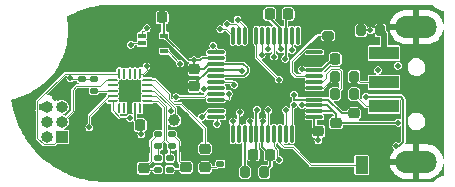
<source format=gbr>
%TF.GenerationSoftware,KiCad,Pcbnew,7.0.6*%
%TF.CreationDate,2023-08-02T13:54:47-07:00*%
%TF.ProjectId,ovrdrive,6f767264-7269-4766-952e-6b696361645f,rev?*%
%TF.SameCoordinates,Original*%
%TF.FileFunction,Copper,L1,Top*%
%TF.FilePolarity,Positive*%
%FSLAX46Y46*%
G04 Gerber Fmt 4.6, Leading zero omitted, Abs format (unit mm)*
G04 Created by KiCad (PCBNEW 7.0.6) date 2023-08-02 13:54:47*
%MOMM*%
%LPD*%
G01*
G04 APERTURE LIST*
G04 Aperture macros list*
%AMRoundRect*
0 Rectangle with rounded corners*
0 $1 Rounding radius*
0 $2 $3 $4 $5 $6 $7 $8 $9 X,Y pos of 4 corners*
0 Add a 4 corners polygon primitive as box body*
4,1,4,$2,$3,$4,$5,$6,$7,$8,$9,$2,$3,0*
0 Add four circle primitives for the rounded corners*
1,1,$1+$1,$2,$3*
1,1,$1+$1,$4,$5*
1,1,$1+$1,$6,$7*
1,1,$1+$1,$8,$9*
0 Add four rect primitives between the rounded corners*
20,1,$1+$1,$2,$3,$4,$5,0*
20,1,$1+$1,$4,$5,$6,$7,0*
20,1,$1+$1,$6,$7,$8,$9,0*
20,1,$1+$1,$8,$9,$2,$3,0*%
%AMFreePoly0*
4,1,14,0.289644,0.110355,0.410355,-0.010356,0.425000,-0.045711,0.425000,-0.075000,0.410355,-0.110355,0.375000,-0.125000,-0.375000,-0.125000,-0.410355,-0.110355,-0.425000,-0.075000,-0.425000,0.075000,-0.410355,0.110355,-0.375000,0.125000,0.254289,0.125000,0.289644,0.110355,0.289644,0.110355,$1*%
%AMFreePoly1*
4,1,14,0.410355,0.110355,0.425000,0.075000,0.425000,0.045711,0.410355,0.010356,0.289644,-0.110355,0.254289,-0.125000,-0.375000,-0.125000,-0.410355,-0.110355,-0.425000,-0.075000,-0.425000,0.075000,-0.410355,0.110355,-0.375000,0.125000,0.375000,0.125000,0.410355,0.110355,0.410355,0.110355,$1*%
%AMFreePoly2*
4,1,14,0.110355,0.410355,0.125000,0.375000,0.125000,-0.375000,0.110355,-0.410355,0.075000,-0.425000,-0.075000,-0.425000,-0.110355,-0.410355,-0.125000,-0.375000,-0.125000,0.254289,-0.110355,0.289644,0.010356,0.410355,0.045711,0.425000,0.075000,0.425000,0.110355,0.410355,0.110355,0.410355,$1*%
%AMFreePoly3*
4,1,14,-0.010356,0.410355,0.110355,0.289644,0.125000,0.254289,0.125000,-0.375000,0.110355,-0.410355,0.075000,-0.425000,-0.075000,-0.425000,-0.110355,-0.410355,-0.125000,-0.375000,-0.125000,0.375000,-0.110355,0.410355,-0.075000,0.425000,-0.045711,0.425000,-0.010356,0.410355,-0.010356,0.410355,$1*%
%AMFreePoly4*
4,1,14,0.410355,0.110355,0.425000,0.075000,0.425000,-0.075000,0.410355,-0.110355,0.375000,-0.125000,-0.254289,-0.125000,-0.289644,-0.110355,-0.410355,0.010356,-0.425000,0.045711,-0.425000,0.075000,-0.410355,0.110355,-0.375000,0.125000,0.375000,0.125000,0.410355,0.110355,0.410355,0.110355,$1*%
%AMFreePoly5*
4,1,14,0.410355,0.110355,0.425000,0.075000,0.425000,-0.075000,0.410355,-0.110355,0.375000,-0.125000,-0.375000,-0.125000,-0.410355,-0.110355,-0.425000,-0.075000,-0.425000,-0.045711,-0.410355,-0.010356,-0.289644,0.110355,-0.254289,0.125000,0.375000,0.125000,0.410355,0.110355,0.410355,0.110355,$1*%
%AMFreePoly6*
4,1,14,0.110355,0.410355,0.125000,0.375000,0.125000,-0.254289,0.110355,-0.289644,-0.010356,-0.410355,-0.045711,-0.425000,-0.075000,-0.425000,-0.110355,-0.410355,-0.125000,-0.375000,-0.125000,0.375000,-0.110355,0.410355,-0.075000,0.425000,0.075000,0.425000,0.110355,0.410355,0.110355,0.410355,$1*%
%AMFreePoly7*
4,1,14,0.110355,0.410355,0.125000,0.375000,0.125000,-0.375000,0.110355,-0.410355,0.075000,-0.425000,0.045711,-0.425000,0.010356,-0.410355,-0.110355,-0.289644,-0.125000,-0.254289,-0.125000,0.375000,-0.110355,0.410355,-0.075000,0.425000,0.075000,0.425000,0.110355,0.410355,0.110355,0.410355,$1*%
G04 Aperture macros list end*
%TA.AperFunction,SMDPad,CuDef*%
%ADD10RoundRect,0.218750X0.256250X-0.218750X0.256250X0.218750X-0.256250X0.218750X-0.256250X-0.218750X0*%
%TD*%
%TA.AperFunction,SMDPad,CuDef*%
%ADD11RoundRect,0.225000X0.225000X0.250000X-0.225000X0.250000X-0.225000X-0.250000X0.225000X-0.250000X0*%
%TD*%
%TA.AperFunction,SMDPad,CuDef*%
%ADD12RoundRect,0.147500X0.172500X-0.147500X0.172500X0.147500X-0.172500X0.147500X-0.172500X-0.147500X0*%
%TD*%
%TA.AperFunction,SMDPad,CuDef*%
%ADD13RoundRect,0.225000X-0.225000X-0.250000X0.225000X-0.250000X0.225000X0.250000X-0.225000X0.250000X0*%
%TD*%
%TA.AperFunction,SMDPad,CuDef*%
%ADD14RoundRect,0.200000X0.200000X0.275000X-0.200000X0.275000X-0.200000X-0.275000X0.200000X-0.275000X0*%
%TD*%
%TA.AperFunction,SMDPad,CuDef*%
%ADD15RoundRect,0.225000X-0.250000X0.225000X-0.250000X-0.225000X0.250000X-0.225000X0.250000X0.225000X0*%
%TD*%
%TA.AperFunction,SMDPad,CuDef*%
%ADD16RoundRect,0.135000X-0.185000X0.135000X-0.185000X-0.135000X0.185000X-0.135000X0.185000X0.135000X0*%
%TD*%
%TA.AperFunction,SMDPad,CuDef*%
%ADD17R,2.500000X1.100000*%
%TD*%
%TA.AperFunction,ComponentPad*%
%ADD18O,3.500000X1.900000*%
%TD*%
%TA.AperFunction,SMDPad,CuDef*%
%ADD19R,0.650000X0.400000*%
%TD*%
%TA.AperFunction,ComponentPad*%
%ADD20R,1.000000X1.000000*%
%TD*%
%TA.AperFunction,ComponentPad*%
%ADD21O,1.000000X1.000000*%
%TD*%
%TA.AperFunction,SMDPad,CuDef*%
%ADD22RoundRect,0.225000X0.250000X-0.225000X0.250000X0.225000X-0.250000X0.225000X-0.250000X-0.225000X0*%
%TD*%
%TA.AperFunction,SMDPad,CuDef*%
%ADD23C,1.000000*%
%TD*%
%TA.AperFunction,SMDPad,CuDef*%
%ADD24R,1.000000X1.500000*%
%TD*%
%TA.AperFunction,SMDPad,CuDef*%
%ADD25RoundRect,0.200000X-0.275000X0.200000X-0.275000X-0.200000X0.275000X-0.200000X0.275000X0.200000X0*%
%TD*%
%TA.AperFunction,SMDPad,CuDef*%
%ADD26RoundRect,0.135000X0.185000X-0.135000X0.185000X0.135000X-0.185000X0.135000X-0.185000X-0.135000X0*%
%TD*%
%TA.AperFunction,SMDPad,CuDef*%
%ADD27FreePoly0,0.000000*%
%TD*%
%TA.AperFunction,SMDPad,CuDef*%
%ADD28RoundRect,0.062500X-0.362500X-0.062500X0.362500X-0.062500X0.362500X0.062500X-0.362500X0.062500X0*%
%TD*%
%TA.AperFunction,SMDPad,CuDef*%
%ADD29FreePoly1,0.000000*%
%TD*%
%TA.AperFunction,SMDPad,CuDef*%
%ADD30FreePoly2,0.000000*%
%TD*%
%TA.AperFunction,SMDPad,CuDef*%
%ADD31RoundRect,0.062500X-0.062500X-0.362500X0.062500X-0.362500X0.062500X0.362500X-0.062500X0.362500X0*%
%TD*%
%TA.AperFunction,SMDPad,CuDef*%
%ADD32FreePoly3,0.000000*%
%TD*%
%TA.AperFunction,SMDPad,CuDef*%
%ADD33FreePoly4,0.000000*%
%TD*%
%TA.AperFunction,SMDPad,CuDef*%
%ADD34FreePoly5,0.000000*%
%TD*%
%TA.AperFunction,SMDPad,CuDef*%
%ADD35FreePoly6,0.000000*%
%TD*%
%TA.AperFunction,SMDPad,CuDef*%
%ADD36FreePoly7,0.000000*%
%TD*%
%TA.AperFunction,SMDPad,CuDef*%
%ADD37R,1.600000X1.600000*%
%TD*%
%TA.AperFunction,SMDPad,CuDef*%
%ADD38RoundRect,0.075000X-0.075000X0.662500X-0.075000X-0.662500X0.075000X-0.662500X0.075000X0.662500X0*%
%TD*%
%TA.AperFunction,SMDPad,CuDef*%
%ADD39RoundRect,0.075000X-0.662500X0.075000X-0.662500X-0.075000X0.662500X-0.075000X0.662500X0.075000X0*%
%TD*%
%TA.AperFunction,ViaPad*%
%ADD40C,0.460000*%
%TD*%
%TA.AperFunction,Conductor*%
%ADD41C,0.100000*%
%TD*%
%TA.AperFunction,Conductor*%
%ADD42C,0.200000*%
%TD*%
%TA.AperFunction,Conductor*%
%ADD43C,0.500000*%
%TD*%
G04 APERTURE END LIST*
D10*
%TO.P,D1,2,A*%
%TO.N,Net-(D1-A)*%
X124200000Y-108812500D03*
%TO.P,D1,1,K*%
%TO.N,Net-(D1-K)*%
X124200000Y-110387500D03*
%TD*%
D11*
%TO.P,C17,1*%
%TO.N,+3.3V*%
X129675000Y-97400000D03*
%TO.P,C17,2*%
%TO.N,GND*%
X128125000Y-97400000D03*
%TD*%
D12*
%TO.P,D3,2,A*%
%TO.N,/CHG2*%
X121200000Y-109605000D03*
%TO.P,D3,1,K*%
%TO.N,Net-(D3-K)*%
X121200000Y-110575000D03*
%TD*%
D13*
%TO.P,C7,1*%
%TO.N,+1V8*%
X131225000Y-97400000D03*
%TO.P,C7,2*%
%TO.N,GND*%
X132775000Y-97400000D03*
%TD*%
D11*
%TO.P,C18,1*%
%TO.N,+3.3V*%
X120575000Y-97700000D03*
%TO.P,C18,2*%
%TO.N,GND*%
X119025000Y-97700000D03*
%TD*%
D14*
%TO.P,R4,1*%
%TO.N,Net-(J1-D-)*%
X136825000Y-102700000D03*
%TO.P,R4,2*%
%TO.N,/DM*%
X135175000Y-102700000D03*
%TD*%
%TO.P,R5,1*%
%TO.N,Net-(J1-VBUS)*%
X139050000Y-98800000D03*
%TO.P,R5,2*%
%TO.N,+5V*%
X137400000Y-98800000D03*
%TD*%
D15*
%TO.P,C6,1*%
%TO.N,+3.3V*%
X135300000Y-106625000D03*
%TO.P,C6,2*%
%TO.N,GND*%
X135300000Y-108175000D03*
%TD*%
D16*
%TO.P,R7,1*%
%TO.N,/INHIBIT*%
X114800000Y-102890000D03*
%TO.P,R7,2*%
%TO.N,Net-(U3-PA2)*%
X114800000Y-103910000D03*
%TD*%
D17*
%TO.P,J1,1,VBUS*%
%TO.N,Net-(J1-VBUS)*%
X139350000Y-100700000D03*
%TO.P,J1,2,D-*%
%TO.N,Net-(J1-D-)*%
X139350000Y-103200000D03*
%TO.P,J1,3,D+*%
%TO.N,Net-(J1-D+)*%
X139350000Y-105200000D03*
%TO.P,J1,4,GND*%
%TO.N,GND*%
X139350000Y-107700000D03*
D18*
%TO.P,J1,5,Shield*%
X142100000Y-98500000D03*
X142100000Y-109900000D03*
%TD*%
D15*
%TO.P,C10,2*%
%TO.N,GND*%
X123300000Y-105075000D03*
%TO.P,C10,1*%
%TO.N,+1V8*%
X123300000Y-103525000D03*
%TD*%
D19*
%TO.P,U4,1*%
%TO.N,/~{CE}*%
X118850000Y-99250000D03*
%TO.P,U4,2*%
%TO.N,/INHIBIT*%
X118850000Y-99900000D03*
%TO.P,U4,3,GND*%
%TO.N,GND*%
X118850000Y-100550000D03*
%TO.P,U4,4*%
%TO.N,Net-(U2A-~{CE})*%
X120750000Y-100550000D03*
%TO.P,U4,5,VCC*%
%TO.N,+3.3V*%
X120750000Y-99250000D03*
%TD*%
D20*
%TO.P,J3,1,MISO*%
%TO.N,/MISO*%
X112070000Y-107800000D03*
D21*
%TO.P,J3,2,VCC*%
%TO.N,+5V*%
X110800000Y-107800000D03*
%TO.P,J3,3,SCK*%
%TO.N,/SCK*%
X112070000Y-106530000D03*
%TO.P,J3,4,MOSI*%
%TO.N,/MOSI*%
X110800000Y-106530000D03*
%TO.P,J3,5,~{RST}*%
%TO.N,/~{RST}*%
X112070000Y-105260000D03*
%TO.P,J3,6,GND*%
%TO.N,GND*%
X110800000Y-105260000D03*
%TD*%
D11*
%TO.P,C8,2*%
%TO.N,GND*%
X126725000Y-109300000D03*
%TO.P,C8,1*%
%TO.N,+1V8*%
X128275000Y-109300000D03*
%TD*%
D22*
%TO.P,C3,2*%
%TO.N,GND*%
X119000000Y-108915000D03*
%TO.P,C3,1*%
%TO.N,Net-(D2-K)*%
X119000000Y-110465000D03*
%TD*%
D23*
%TO.P,TP2,1,1*%
%TO.N,/PB2*%
X121600000Y-106400000D03*
%TD*%
D12*
%TO.P,D2,1,K*%
%TO.N,Net-(D2-K)*%
X120200000Y-110575000D03*
%TO.P,D2,2,A*%
%TO.N,/CHG1*%
X120200000Y-109605000D03*
%TD*%
D15*
%TO.P,C9,1*%
%TO.N,+1V8*%
X136800000Y-105825000D03*
%TO.P,C9,2*%
%TO.N,GND*%
X136800000Y-107375000D03*
%TD*%
D24*
%TO.P,JP2,1,A*%
%TO.N,GND*%
X138750000Y-110200000D03*
%TO.P,JP2,2,B*%
%TO.N,Net-(JP2-B)*%
X137450000Y-110200000D03*
%TD*%
D16*
%TO.P,R9,2*%
%TO.N,Net-(D1-K)*%
X125500000Y-110110000D03*
%TO.P,R9,1*%
%TO.N,GND*%
X125500000Y-109090000D03*
%TD*%
D14*
%TO.P,R3,1*%
%TO.N,Net-(J1-D+)*%
X136825000Y-104200000D03*
%TO.P,R3,2*%
%TO.N,/DP*%
X135175000Y-104200000D03*
%TD*%
D25*
%TO.P,R10,1*%
%TO.N,GND*%
X134600000Y-97575000D03*
%TO.P,R10,2*%
%TO.N,Net-(U1-RREF{slash}NC)*%
X134600000Y-99225000D03*
%TD*%
D22*
%TO.P,C14,1*%
%TO.N,Net-(D3-K)*%
X122600000Y-110375000D03*
%TO.P,C14,2*%
%TO.N,GND*%
X122600000Y-108825000D03*
%TD*%
D11*
%TO.P,C4,2*%
%TO.N,GND*%
X117150000Y-106800000D03*
%TO.P,C4,1*%
%TO.N,+5V*%
X118700000Y-106800000D03*
%TD*%
D13*
%TO.P,C12,1*%
%TO.N,+3.3V*%
X129725000Y-109300000D03*
%TO.P,C12,2*%
%TO.N,GND*%
X131275000Y-109300000D03*
%TD*%
D26*
%TO.P,R1,1*%
%TO.N,/CHG1*%
X120200000Y-108600000D03*
%TO.P,R1,2*%
%TO.N,Net-(D2-K)*%
X120200000Y-107580000D03*
%TD*%
%TO.P,R2,1*%
%TO.N,/CHG2*%
X121400000Y-108600000D03*
%TO.P,R2,2*%
%TO.N,Net-(D3-K)*%
X121400000Y-107580000D03*
%TD*%
D27*
%TO.P,U3,1,PA4*%
%TO.N,/SCK*%
X116375000Y-103000000D03*
D28*
%TO.P,U3,2,PA3*%
%TO.N,unconnected-(U3-PA3-Pad2)*%
X116375000Y-103450000D03*
%TO.P,U3,3,PA2*%
%TO.N,Net-(U3-PA2)*%
X116375000Y-103900000D03*
%TO.P,U3,4,PA1*%
%TO.N,/IN2*%
X116375000Y-104350000D03*
D29*
%TO.P,U3,5,AREF/PA0*%
%TO.N,/IN1*%
X116375000Y-104800000D03*
D30*
%TO.P,U3,6,NC*%
%TO.N,unconnected-(U3-NC-Pad6)*%
X116925000Y-105350000D03*
D31*
%TO.P,U3,7,NC*%
%TO.N,unconnected-(U3-NC-Pad7)*%
X117375000Y-105350000D03*
%TO.P,U3,8,GND*%
%TO.N,GND*%
X117825000Y-105350000D03*
%TO.P,U3,9,VCC*%
%TO.N,+5V*%
X118275000Y-105350000D03*
D32*
%TO.P,U3,10,NC*%
%TO.N,unconnected-(U3-NC-Pad10)*%
X118725000Y-105350000D03*
D33*
%TO.P,U3,11,XTAL1/PB0*%
%TO.N,/CHG1*%
X119275000Y-104800000D03*
D28*
%TO.P,U3,12,XTAL2/PB1*%
%TO.N,/CHG2*%
X119275000Y-104350000D03*
%TO.P,U3,13,~{RESET}/PB3*%
%TO.N,/~{RST}*%
X119275000Y-103900000D03*
%TO.P,U3,14,PB2*%
%TO.N,/PB2*%
X119275000Y-103450000D03*
D34*
%TO.P,U3,15,PA7*%
%TO.N,Net-(D1-A)*%
X119275000Y-103000000D03*
D35*
%TO.P,U3,16,PA6*%
%TO.N,/MOSI*%
X118725000Y-102450000D03*
D31*
%TO.P,U3,17,NC*%
%TO.N,unconnected-(U3-NC-Pad17)*%
X118275000Y-102450000D03*
%TO.P,U3,18,NC*%
%TO.N,unconnected-(U3-NC-Pad18)*%
X117825000Y-102450000D03*
%TO.P,U3,19,NC*%
%TO.N,unconnected-(U3-NC-Pad19)*%
X117375000Y-102450000D03*
D36*
%TO.P,U3,20,PA5*%
%TO.N,/MISO*%
X116925000Y-102450000D03*
D37*
%TO.P,U3,21,GND*%
%TO.N,GND*%
X117825000Y-103900000D03*
%TD*%
D15*
%TO.P,C5,1*%
%TO.N,+5V*%
X133800000Y-107325000D03*
%TO.P,C5,2*%
%TO.N,GND*%
X133800000Y-108875000D03*
%TD*%
D22*
%TO.P,C11,1*%
%TO.N,+3.3V*%
X123300000Y-102075000D03*
%TO.P,C11,2*%
%TO.N,GND*%
X123300000Y-100525000D03*
%TD*%
D13*
%TO.P,C13,1*%
%TO.N,+3.3V*%
X135225000Y-101200000D03*
%TO.P,C13,2*%
%TO.N,GND*%
X136775000Y-101200000D03*
%TD*%
D14*
%TO.P,R6,1*%
%TO.N,+3.3V*%
X129225000Y-110800000D03*
%TO.P,R6,2*%
%TO.N,Net-(U1-TESTN)*%
X127575000Y-110800000D03*
%TD*%
D16*
%TO.P,R8,1*%
%TO.N,GND*%
X113800000Y-101890000D03*
%TO.P,R8,2*%
%TO.N,/INHIBIT*%
X113800000Y-102910000D03*
%TD*%
D38*
%TO.P,U1,1,GPIO2*%
%TO.N,unconnected-(U1-GPIO2-Pad1)*%
X132050000Y-99237500D03*
%TO.P,U1,2,GPIO1*%
%TO.N,/RB1*%
X131550000Y-99237500D03*
%TO.P,U1,3,VDD*%
%TO.N,+1V8*%
X131050000Y-99237500D03*
%TO.P,U1,4,VCCIOQ*%
%TO.N,+3.3V*%
X130550000Y-99237500D03*
%TO.P,U1,5,GPIO0*%
%TO.N,/RB0*%
X130050000Y-99237500D03*
%TO.P,U1,6,FNRE*%
%TO.N,/~{RE}*%
X129550000Y-99237500D03*
%TO.P,U1,7,FCE0*%
%TO.N,/~{CE}*%
X129050000Y-99237500D03*
%TO.P,U1,8,FCE1*%
%TO.N,/~{CE1}*%
X128550000Y-99237500D03*
%TO.P,U1,9,VSS*%
%TO.N,GND*%
X128050000Y-99237500D03*
%TO.P,U1,10,FD7*%
%TO.N,/FD7*%
X127550000Y-99237500D03*
%TO.P,U1,11,FD6*%
%TO.N,/FD6*%
X127050000Y-99237500D03*
%TO.P,U1,12,FD5*%
%TO.N,/FD5*%
X126550000Y-99237500D03*
D39*
%TO.P,U1,13,FD4*%
%TO.N,/FD4*%
X125137500Y-100650000D03*
%TO.P,U1,14,VCCIOF*%
%TO.N,+3.3V*%
X125137500Y-101150000D03*
%TO.P,U1,15,VCCIOF*%
X125137500Y-101650000D03*
%TO.P,U1,16,VDD*%
%TO.N,+1V8*%
X125137500Y-102150000D03*
%TO.P,U1,17,VCCIOF*%
%TO.N,+3.3V*%
X125137500Y-102650000D03*
%TO.P,U1,18,FD3*%
%TO.N,/FD3*%
X125137500Y-103150000D03*
%TO.P,U1,19,FD2*%
%TO.N,/FD2*%
X125137500Y-103650000D03*
%TO.P,U1,20,FD1*%
%TO.N,/FD1*%
X125137500Y-104150000D03*
%TO.P,U1,21,FD0*%
%TO.N,/FD0*%
X125137500Y-104650000D03*
%TO.P,U1,22,VSS*%
%TO.N,GND*%
X125137500Y-105150000D03*
%TO.P,U1,23,FNWP*%
%TO.N,/~{WP}*%
X125137500Y-105650000D03*
%TO.P,U1,24,FNWE*%
%TO.N,/~{WE}*%
X125137500Y-106150000D03*
D38*
%TO.P,U1,25,FALE*%
%TO.N,/ALE*%
X126550000Y-107562500D03*
%TO.P,U1,26,FCLE*%
%TO.N,/CLE*%
X127050000Y-107562500D03*
%TO.P,U1,27,TESTN*%
%TO.N,Net-(U1-TESTN)*%
X127550000Y-107562500D03*
%TO.P,U1,28,VCCIOF*%
%TO.N,+3.3V*%
X128050000Y-107562500D03*
%TO.P,U1,29,VDD*%
%TO.N,+1V8*%
X128550000Y-107562500D03*
%TO.P,U1,30,VCCIOF*%
%TO.N,+3.3V*%
X129050000Y-107562500D03*
%TO.P,U1,31,DQS0*%
%TO.N,/DQS*%
X129550000Y-107562500D03*
%TO.P,U1,32,RELN*%
%TO.N,Net-(JP1-B)*%
X130050000Y-107562500D03*
%TO.P,U1,33,BCE*%
%TO.N,Net-(JP2-B)*%
X130550000Y-107562500D03*
%TO.P,U1,34,FCE3*%
%TO.N,/~{CE3}*%
X131050000Y-107562500D03*
%TO.P,U1,35,FCE2*%
%TO.N,/~{CE2}*%
X131550000Y-107562500D03*
%TO.P,U1,36,VSS*%
%TO.N,GND*%
X132050000Y-107562500D03*
D39*
%TO.P,U1,37,VCCAH5*%
%TO.N,+5V*%
X133462500Y-106150000D03*
%TO.P,U1,38,V33_OUT*%
%TO.N,+3.3V*%
X133462500Y-105650000D03*
%TO.P,U1,39,V33_IN*%
X133462500Y-105150000D03*
%TO.P,U1,40,V18_OUT*%
%TO.N,+1V8*%
X133462500Y-104650000D03*
%TO.P,U1,41,VGNDA*%
%TO.N,GND*%
X133462500Y-104150000D03*
%TO.P,U1,42,DM*%
%TO.N,/DM*%
X133462500Y-103650000D03*
%TO.P,U1,43,DP*%
%TO.N,/DP*%
X133462500Y-103150000D03*
%TO.P,U1,44,RREF/NC*%
%TO.N,Net-(U1-RREF{slash}NC)*%
X133462500Y-102650000D03*
%TO.P,U1,45,VCC33A_PLL*%
%TO.N,+3.3V*%
X133462500Y-102150000D03*
%TO.P,U1,46,VSS*%
%TO.N,GND*%
X133462500Y-101650000D03*
%TO.P,U1,47,VSS*%
X133462500Y-101150000D03*
%TO.P,U1,48,GPIO3*%
%TO.N,unconnected-(U1-GPIO3-Pad48)*%
X133462500Y-100650000D03*
%TD*%
D40*
%TO.N,/IN1*%
X140520500Y-101800000D03*
%TO.N,GND*%
X139600000Y-97400000D03*
X137000000Y-100400000D03*
X143600000Y-100400000D03*
X143600000Y-106600000D03*
X133000000Y-99000000D03*
X126400000Y-100400000D03*
X117600000Y-109800000D03*
X124600000Y-107400000D03*
%TO.N,+3.3V*%
X140570500Y-106600000D03*
%TO.N,VMEM*%
X140400000Y-108600000D03*
X137800000Y-104400000D03*
%TO.N,+1V8*%
X131750000Y-104220000D03*
X127300000Y-102200000D03*
X128600000Y-105500000D03*
X131000000Y-101200000D03*
%TO.N,/MOSI*%
X119243348Y-101843348D03*
%TO.N,/~{RST}*%
X121283771Y-105600000D03*
%TO.N,/INHIBIT*%
X117900000Y-100000000D03*
X112800000Y-102829500D03*
%TO.N,Net-(JP1-B)*%
X130500000Y-109750000D03*
%TO.N,/RB1*%
X131550000Y-100450000D03*
%TO.N,/RB0*%
X130050000Y-101010000D03*
%TO.N,/~{CE1}*%
X130450000Y-102950000D03*
%TO.N,/DQS*%
X129550000Y-105540500D03*
%TO.N,Net-(U2A-~{CE})*%
X122100000Y-101600000D03*
%TO.N,/~{CE3}*%
X131050000Y-105540500D03*
%TO.N,/~{CE2}*%
X131700000Y-105100000D03*
%TO.N,/~{RE}*%
X129550000Y-100400000D03*
%TO.N,/~{CE}*%
X119250000Y-98600000D03*
X128991864Y-100879856D03*
%TO.N,/~{WP}*%
X123900000Y-106150000D03*
%TO.N,/~{WE}*%
X125200000Y-106700000D03*
%TO.N,/ALE*%
X126550000Y-106500000D03*
%TO.N,/CLE*%
X127150000Y-105740500D03*
%TO.N,+3.3V*%
X128000000Y-106500000D03*
X130600000Y-100400000D03*
X132400000Y-102100000D03*
X129100000Y-106500000D03*
X123300000Y-101304500D03*
X132400000Y-105100000D03*
%TO.N,GND*%
X108900000Y-105600000D03*
X119800000Y-106500000D03*
X118200000Y-98400000D03*
X132350000Y-101200000D03*
X136500000Y-108600000D03*
X114600000Y-99200000D03*
X132500000Y-109000000D03*
X139750000Y-110950000D03*
X114100000Y-107900000D03*
X126950000Y-97150000D03*
X122550000Y-105950000D03*
X135500000Y-97050000D03*
X119900000Y-101300000D03*
X113350000Y-109800000D03*
X111500000Y-104500000D03*
X122100000Y-99400000D03*
X131000000Y-110600000D03*
X126300000Y-110800000D03*
X117600000Y-103800000D03*
%TO.N,+5V*%
X138200000Y-98800000D03*
X118800000Y-107600000D03*
X133800000Y-108095500D03*
%TO.N,/FD7*%
X126950000Y-97900000D03*
%TO.N,/FD6*%
X126072701Y-98279500D03*
%TO.N,/FD5*%
X125500000Y-98700000D03*
%TO.N,/FD4*%
X124900000Y-100100000D03*
%TO.N,/FD3*%
X126677375Y-103384648D03*
%TO.N,/FD2*%
X124104500Y-103764148D03*
%TO.N,/FD1*%
X121770207Y-104429793D03*
%TO.N,/FD0*%
X126204500Y-104150000D03*
%TO.N,/IN1*%
X117845500Y-106200000D03*
%TO.N,/IN2*%
X138825627Y-102157685D03*
X114400000Y-107000000D03*
%TD*%
D41*
%TO.N,/FD0*%
X125137500Y-104650000D02*
X126150000Y-104650000D01*
X126150000Y-104650000D02*
X126204500Y-104595500D01*
X126204500Y-104595500D02*
X126204500Y-104150000D01*
D42*
%TO.N,+3.3V*%
X126200000Y-102650000D02*
X127458112Y-102650000D01*
X125137500Y-102650000D02*
X126200000Y-102650000D01*
D41*
%TO.N,Net-(JP2-B)*%
X130550000Y-107562500D02*
X130550000Y-108330330D01*
X130550000Y-108330330D02*
X130894670Y-108675000D01*
X130894670Y-108675000D02*
X131655330Y-108675000D01*
X131655330Y-108675000D02*
X132120000Y-109139670D01*
X132120000Y-109139670D02*
X132120000Y-109157402D01*
X132120000Y-109157402D02*
X133162598Y-110200000D01*
X133162598Y-110200000D02*
X137450000Y-110200000D01*
%TO.N,Net-(D1-A)*%
X124200000Y-108812500D02*
X124200000Y-107062598D01*
X124200000Y-107062598D02*
X122162142Y-105024740D01*
X122162142Y-105024740D02*
X121575260Y-105024740D01*
X121575260Y-105024740D02*
X121175260Y-104624740D01*
X120000000Y-103000000D02*
X119275000Y-103000000D01*
X121175260Y-104624740D02*
X121175260Y-104175260D01*
X121175260Y-104175260D02*
X120000000Y-103000000D01*
%TO.N,/CHG1*%
X119275000Y-104800000D02*
X120200000Y-104800000D01*
X120200000Y-104800000D02*
X120704271Y-105304271D01*
X120704271Y-105304271D02*
X120704271Y-108095729D01*
X120704271Y-108095729D02*
X120200000Y-108600000D01*
D42*
%TO.N,+3.3V*%
X140545500Y-106625000D02*
X140570500Y-106600000D01*
X135300000Y-106625000D02*
X140545500Y-106625000D01*
%TO.N,VMEM*%
X140650000Y-108600000D02*
X140400000Y-108600000D01*
X141000000Y-108250000D02*
X140650000Y-108600000D01*
X141000000Y-108000000D02*
X141000000Y-108250000D01*
X141000000Y-104650000D02*
X141000000Y-108000000D01*
X137800000Y-104400000D02*
X140750000Y-104400000D01*
X140750000Y-104400000D02*
X141000000Y-104650000D01*
%TO.N,+1V8*%
X131750000Y-104650000D02*
X131750000Y-104220000D01*
X133462500Y-104650000D02*
X134584315Y-104650000D01*
X128550000Y-105550000D02*
X128600000Y-105500000D01*
X125137500Y-102150000D02*
X127250000Y-102150000D01*
X123300000Y-103525000D02*
X123300000Y-103361091D01*
X131050000Y-99237500D02*
X131050000Y-101150000D01*
X131050000Y-101150000D02*
X131000000Y-101200000D01*
X135759315Y-105825000D02*
X136800000Y-105825000D01*
X123300000Y-103361091D02*
X124511091Y-102150000D01*
X134584315Y-104650000D02*
X135759315Y-105825000D01*
X133462500Y-104650000D02*
X131750000Y-104650000D01*
X128275000Y-109300000D02*
X128550000Y-109025000D01*
X127250000Y-102150000D02*
X127300000Y-102200000D01*
X124511091Y-102150000D02*
X125137500Y-102150000D01*
X128550000Y-109025000D02*
X128550000Y-107562500D01*
X131225000Y-97400000D02*
X131050000Y-97575000D01*
X131050000Y-97575000D02*
X131050000Y-99237500D01*
X128550000Y-107562500D02*
X128550000Y-105550000D01*
D41*
%TO.N,Net-(D2-K)*%
X119625000Y-109840000D02*
X119625000Y-108155000D01*
X120200000Y-110575000D02*
X119110000Y-110575000D01*
X119000000Y-110465000D02*
X119625000Y-109840000D01*
X119110000Y-110575000D02*
X119000000Y-110465000D01*
X119625000Y-108155000D02*
X120200000Y-107580000D01*
%TO.N,Net-(D3-K)*%
X121400000Y-107580000D02*
X121975000Y-108155000D01*
X121200000Y-110575000D02*
X122290000Y-110575000D01*
X121975000Y-108155000D02*
X121975000Y-109840000D01*
X121975000Y-109840000D02*
X122600000Y-110465000D01*
X122290000Y-110575000D02*
X122400000Y-110465000D01*
%TO.N,Net-(D1-K)*%
X125122500Y-110387500D02*
X125400000Y-110110000D01*
X124200000Y-110387500D02*
X125122500Y-110387500D01*
%TO.N,/MISO*%
X111420000Y-108450000D02*
X112070000Y-107800000D01*
X110000000Y-107919239D02*
X110530761Y-108450000D01*
X110530761Y-108450000D02*
X111420000Y-108450000D01*
X110000000Y-104800000D02*
X110000000Y-107919239D01*
X112350000Y-102450000D02*
X110000000Y-104800000D01*
X116925000Y-102450000D02*
X112350000Y-102450000D01*
%TO.N,/SCK*%
X115310000Y-103490000D02*
X115800000Y-103000000D01*
X113310000Y-103490000D02*
X115310000Y-103490000D01*
X113000000Y-105600000D02*
X113000000Y-105400000D01*
X113000000Y-103800000D02*
X113310000Y-103490000D01*
X115800000Y-103000000D02*
X116375000Y-103000000D01*
X112070000Y-106530000D02*
X113000000Y-105600000D01*
X113000000Y-105400000D02*
X113000000Y-103800000D01*
%TO.N,/MOSI*%
X119243348Y-102156652D02*
X119243348Y-101843348D01*
X118725000Y-102450000D02*
X118950000Y-102450000D01*
X118950000Y-102450000D02*
X119243348Y-102156652D01*
%TO.N,/~{RST}*%
X119882842Y-103900000D02*
X121283771Y-105300929D01*
X119275000Y-103900000D02*
X119882842Y-103900000D01*
X121283771Y-105300929D02*
X121283771Y-105600000D01*
D43*
%TO.N,Net-(J1-VBUS)*%
X139350000Y-100700000D02*
X139350000Y-99100000D01*
X139350000Y-99100000D02*
X139050000Y-98800000D01*
D41*
%TO.N,/DP*%
X135175000Y-104200000D02*
X135725000Y-103650000D01*
X135575000Y-102075000D02*
X134825000Y-102075000D01*
X135725000Y-103650000D02*
X135725000Y-102225000D01*
X134100000Y-103150000D02*
X133462500Y-103150000D01*
X134825000Y-102075000D02*
X134400000Y-102500000D01*
X134400000Y-102850000D02*
X134100000Y-103150000D01*
X135725000Y-102225000D02*
X135575000Y-102075000D01*
X134400000Y-102500000D02*
X134400000Y-102850000D01*
%TO.N,/DM*%
X135175000Y-102700000D02*
X134225000Y-103650000D01*
X134225000Y-103650000D02*
X133462500Y-103650000D01*
%TO.N,Net-(J1-D-)*%
X139350000Y-103200000D02*
X137325000Y-103200000D01*
X137325000Y-103200000D02*
X136825000Y-102700000D01*
%TO.N,/INHIBIT*%
X118850000Y-99900000D02*
X118000000Y-99900000D01*
X118000000Y-99900000D02*
X117900000Y-100000000D01*
X112880500Y-102910000D02*
X112800000Y-102829500D01*
X113800000Y-102910000D02*
X114780000Y-102910000D01*
X113800000Y-102910000D02*
X112880500Y-102910000D01*
X114780000Y-102910000D02*
X114800000Y-102890000D01*
%TO.N,Net-(J1-D+)*%
X137825000Y-105200000D02*
X136825000Y-104200000D01*
X139350000Y-105200000D02*
X137825000Y-105200000D01*
%TO.N,Net-(JP1-B)*%
X130325000Y-108894670D02*
X130325000Y-109575000D01*
X130050000Y-107562500D02*
X130050000Y-108619670D01*
X130050000Y-108619670D02*
X130325000Y-108894670D01*
X130325000Y-109575000D02*
X130500000Y-109750000D01*
%TO.N,/RB1*%
X131550000Y-99237500D02*
X131550000Y-100450000D01*
%TO.N,/RB0*%
X130050000Y-99237500D02*
X130050000Y-101010000D01*
%TO.N,/~{CE1}*%
X128550000Y-99237500D02*
X128550000Y-101050000D01*
X128550000Y-101050000D02*
X130450000Y-102950000D01*
%TO.N,/DQS*%
X129550000Y-107562500D02*
X129550000Y-105540500D01*
D42*
%TO.N,Net-(U1-TESTN)*%
X127550000Y-110775000D02*
X127575000Y-110800000D01*
X127550000Y-107562500D02*
X127550000Y-110775000D01*
D41*
%TO.N,Net-(U3-PA2)*%
X114935000Y-103900000D02*
X114925000Y-103890000D01*
X116375000Y-103900000D02*
X114935000Y-103900000D01*
%TO.N,Net-(U1-RREF{slash}NC)*%
X131550000Y-101400000D02*
X131550000Y-102300000D01*
X131900000Y-102650000D02*
X133462500Y-102650000D01*
X133725000Y-99225000D02*
X131550000Y-101400000D01*
X134600000Y-99225000D02*
X133725000Y-99225000D01*
X131550000Y-102300000D02*
X131900000Y-102650000D01*
%TO.N,Net-(U2A-~{CE})*%
X121050000Y-100550000D02*
X120750000Y-100550000D01*
X120750000Y-100550000D02*
X121100000Y-100550000D01*
X122100000Y-101600000D02*
X121050000Y-100550000D01*
%TO.N,/~{CE3}*%
X131050000Y-107562500D02*
X131050000Y-105540500D01*
%TO.N,/~{CE2}*%
X131700000Y-105100000D02*
X131550000Y-105250000D01*
X131550000Y-105250000D02*
X131550000Y-107562500D01*
%TO.N,/~{RE}*%
X129550000Y-99237500D02*
X129550000Y-100400000D01*
%TO.N,/~{CE}*%
X119000000Y-98850000D02*
X118900000Y-98850000D01*
X129050000Y-100821720D02*
X128991864Y-100879856D01*
X119250000Y-98600000D02*
X119000000Y-98850000D01*
X129050000Y-99237500D02*
X129050000Y-100821720D01*
X118850000Y-99250000D02*
X118850000Y-98900000D01*
X118850000Y-98900000D02*
X118900000Y-98850000D01*
%TO.N,/~{WP}*%
X124400000Y-105650000D02*
X125137500Y-105650000D01*
X123900000Y-106150000D02*
X124400000Y-105650000D01*
%TO.N,/~{WE}*%
X125200000Y-106212500D02*
X125137500Y-106150000D01*
X125200000Y-106700000D02*
X125200000Y-106212500D01*
%TO.N,/ALE*%
X126550000Y-106500000D02*
X126550000Y-107562500D01*
%TO.N,/CLE*%
X127050000Y-105840500D02*
X127150000Y-105740500D01*
X127050000Y-107562500D02*
X127050000Y-105840500D01*
D42*
%TO.N,+3.3V*%
X120700000Y-98850000D02*
X120750000Y-98900000D01*
X127450000Y-101650000D02*
X125137500Y-101650000D01*
X129050000Y-107562500D02*
X129050000Y-106550000D01*
X127800000Y-102000000D02*
X127450000Y-101650000D01*
X127800000Y-102308112D02*
X127800000Y-102000000D01*
X130550000Y-99237500D02*
X130550000Y-100350000D01*
X123795500Y-101304500D02*
X123300000Y-101304500D01*
X122804500Y-101304500D02*
X123300000Y-101304500D01*
X135300000Y-105900000D02*
X135300000Y-106625000D01*
X133462500Y-105150000D02*
X132450000Y-105150000D01*
X130550000Y-98611091D02*
X129675000Y-97736091D01*
X135038909Y-101200000D02*
X135225000Y-101200000D01*
X129050000Y-107562500D02*
X129050000Y-108625000D01*
X123950000Y-101150000D02*
X123795500Y-101304500D01*
X133462500Y-102150000D02*
X132450000Y-102150000D01*
X129050000Y-108625000D02*
X129725000Y-109300000D01*
X123300000Y-102075000D02*
X123300000Y-101304500D01*
X124511091Y-101650000D02*
X124086091Y-102075000D01*
X129050000Y-106550000D02*
X129100000Y-106500000D01*
X120750000Y-98900000D02*
X120750000Y-99250000D01*
X120750000Y-99250000D02*
X122804500Y-101304500D01*
X133462500Y-105650000D02*
X135050000Y-105650000D01*
X133462500Y-102150000D02*
X134088909Y-102150000D01*
X127458112Y-102650000D02*
X127800000Y-102308112D01*
X134550000Y-105150000D02*
X135300000Y-105900000D01*
X125137500Y-101650000D02*
X124511091Y-101650000D01*
X120700000Y-97825000D02*
X120700000Y-98850000D01*
X120575000Y-97700000D02*
X120700000Y-97825000D01*
X125137500Y-101150000D02*
X123950000Y-101150000D01*
X129725000Y-109300000D02*
X129725000Y-110300000D01*
X135050000Y-105650000D02*
X135300000Y-105900000D01*
X132450000Y-102150000D02*
X132400000Y-102100000D01*
X130550000Y-100350000D02*
X130600000Y-100400000D01*
X134088909Y-102150000D02*
X135038909Y-101200000D01*
X128050000Y-106550000D02*
X128000000Y-106500000D01*
X133462500Y-105150000D02*
X134550000Y-105150000D01*
D41*
X134968198Y-101200000D02*
X135225000Y-101200000D01*
D42*
X129675000Y-97736091D02*
X129675000Y-97400000D01*
X124086091Y-102075000D02*
X123300000Y-102075000D01*
X130550000Y-99237500D02*
X130550000Y-98611091D01*
X132450000Y-105150000D02*
X132400000Y-105100000D01*
X128050000Y-107562500D02*
X128050000Y-106550000D01*
X129725000Y-110300000D02*
X129225000Y-110800000D01*
%TO.N,+5V*%
X133800000Y-108095500D02*
X133800000Y-107325000D01*
X118700000Y-106800000D02*
X118275000Y-106375000D01*
X118800000Y-106900000D02*
X118700000Y-106800000D01*
X118275000Y-106375000D02*
X118275000Y-105350000D01*
X133462500Y-106150000D02*
X133462500Y-106987500D01*
X133462500Y-106987500D02*
X133800000Y-107325000D01*
X118800000Y-107600000D02*
X118800000Y-106900000D01*
X137400000Y-98800000D02*
X138200000Y-98800000D01*
D41*
%TO.N,/FD7*%
X127550000Y-99237500D02*
X127550000Y-98500000D01*
X127550000Y-98500000D02*
X126950000Y-97900000D01*
%TO.N,/FD6*%
X126792098Y-98279500D02*
X126072701Y-98279500D01*
X127050000Y-98537402D02*
X126792098Y-98279500D01*
X127050000Y-99237500D02*
X127050000Y-98537402D01*
%TO.N,/FD5*%
X126012500Y-98700000D02*
X125500000Y-98700000D01*
X126550000Y-99237500D02*
X126012500Y-98700000D01*
%TO.N,/FD4*%
X125137500Y-100650000D02*
X125137500Y-100337500D01*
X125137500Y-100337500D02*
X124900000Y-100100000D01*
%TO.N,/FD3*%
X126442727Y-103150000D02*
X126677375Y-103384648D01*
X125137500Y-103150000D02*
X126442727Y-103150000D01*
%TO.N,/FD2*%
X125137500Y-103650000D02*
X124218648Y-103650000D01*
X124218648Y-103650000D02*
X124104500Y-103764148D01*
%TO.N,/FD1*%
X121786373Y-104413627D02*
X121770207Y-104429793D01*
X124377254Y-104150000D02*
X124113627Y-104413627D01*
X124113627Y-104413627D02*
X121786373Y-104413627D01*
X125137500Y-104150000D02*
X124377254Y-104150000D01*
%TO.N,/PB2*%
X119717678Y-103450000D02*
X121663771Y-105396093D01*
X119275000Y-103450000D02*
X119717678Y-103450000D01*
X121663771Y-106336229D02*
X121600000Y-106400000D01*
X121663771Y-105396093D02*
X121663771Y-106336229D01*
%TO.N,/IN1*%
X116375000Y-104800000D02*
X116375000Y-105532843D01*
X117017157Y-106175000D02*
X117820500Y-106175000D01*
X117820500Y-106175000D02*
X117845500Y-106200000D01*
X116375000Y-105532843D02*
X117017157Y-106175000D01*
%TO.N,/IN2*%
X116092157Y-104350000D02*
X114400000Y-106042157D01*
X114400000Y-106042157D02*
X114400000Y-107000000D01*
X116375000Y-104350000D02*
X116092157Y-104350000D01*
%TO.N,/CHG1*%
X120200000Y-108600000D02*
X120200000Y-109605000D01*
%TO.N,/CHG2*%
X119275000Y-104350000D02*
X120050000Y-104350000D01*
X120904271Y-108104271D02*
X121400000Y-108600000D01*
X120050000Y-104350000D02*
X120904271Y-105204271D01*
X121200000Y-108600000D02*
X121200000Y-109605000D01*
X120904271Y-105204271D02*
X120904271Y-108104271D01*
%TD*%
%TA.AperFunction,Conductor*%
%TO.N,GND*%
G36*
X118077221Y-102910147D02*
G01*
X118090743Y-102923669D01*
X118094984Y-102930017D01*
X118137465Y-102958401D01*
X118148901Y-102966042D01*
X118196448Y-102975500D01*
X118353552Y-102975500D01*
X118401099Y-102966042D01*
X118444239Y-102937217D01*
X118455015Y-102930017D01*
X118458429Y-102926604D01*
X118459366Y-102927541D01*
X118485673Y-102909960D01*
X118522456Y-102917272D01*
X118535978Y-102930792D01*
X118539275Y-102935726D01*
X118572519Y-102957938D01*
X118610788Y-102973789D01*
X118610792Y-102973789D01*
X118610795Y-102973791D01*
X118649996Y-102981589D01*
X118649997Y-102981589D01*
X118649997Y-102981588D01*
X118649998Y-102981589D01*
X118655080Y-102980577D01*
X118674198Y-102980577D01*
X118679291Y-102981590D01*
X118687403Y-102979976D01*
X118724185Y-102987288D01*
X118745023Y-103018469D01*
X118745025Y-103037587D01*
X118743410Y-103045710D01*
X118743410Y-103045716D01*
X118744421Y-103050798D01*
X118744423Y-103069913D01*
X118743411Y-103075003D01*
X118743411Y-103075004D01*
X118751210Y-103114210D01*
X118751211Y-103114213D01*
X118756845Y-103127816D01*
X118760603Y-103136888D01*
X118766241Y-103150500D01*
X118766597Y-103151358D01*
X118766927Y-103152282D01*
X118780289Y-103172278D01*
X118789275Y-103185726D01*
X118794203Y-103189018D01*
X118815040Y-103220198D01*
X118807726Y-103256981D01*
X118798267Y-103266442D01*
X118798396Y-103266571D01*
X118794982Y-103269984D01*
X118758957Y-103323901D01*
X118749500Y-103371444D01*
X118749500Y-103528555D01*
X118758957Y-103576098D01*
X118794982Y-103630014D01*
X118794983Y-103630014D01*
X118794984Y-103630016D01*
X118801329Y-103634256D01*
X118822167Y-103665436D01*
X118814853Y-103702219D01*
X118801335Y-103715739D01*
X118794983Y-103719983D01*
X118794982Y-103719984D01*
X118758957Y-103773901D01*
X118749500Y-103821444D01*
X118749500Y-103978555D01*
X118758957Y-104026098D01*
X118794982Y-104080014D01*
X118794983Y-104080014D01*
X118794984Y-104080016D01*
X118801329Y-104084256D01*
X118822167Y-104115436D01*
X118814853Y-104152219D01*
X118801335Y-104165739D01*
X118794983Y-104169983D01*
X118794982Y-104169984D01*
X118758957Y-104223901D01*
X118749500Y-104271444D01*
X118749500Y-104428555D01*
X118758957Y-104476098D01*
X118794982Y-104530015D01*
X118798396Y-104533429D01*
X118797459Y-104534365D01*
X118815041Y-104560680D01*
X118807723Y-104597462D01*
X118794207Y-104610978D01*
X118789275Y-104614273D01*
X118789274Y-104614274D01*
X118767062Y-104647518D01*
X118751211Y-104685788D01*
X118751208Y-104685795D01*
X118743411Y-104724995D01*
X118743411Y-104724996D01*
X118743411Y-104724998D01*
X118744421Y-104730079D01*
X118744423Y-104730087D01*
X118744423Y-104749194D01*
X118743410Y-104754290D01*
X118743410Y-104754293D01*
X118745024Y-104762410D01*
X118737705Y-104799191D01*
X118706521Y-104820025D01*
X118687406Y-104820024D01*
X118679292Y-104818410D01*
X118679289Y-104818410D01*
X118674200Y-104819422D01*
X118655085Y-104819422D01*
X118650002Y-104818411D01*
X118610788Y-104826210D01*
X118610787Y-104826210D01*
X118610784Y-104826211D01*
X118600841Y-104830330D01*
X118573638Y-104841598D01*
X118572719Y-104841926D01*
X118539274Y-104864274D01*
X118535980Y-104869205D01*
X118504797Y-104890041D01*
X118468015Y-104882724D01*
X118458558Y-104873267D01*
X118458429Y-104873396D01*
X118455015Y-104869982D01*
X118401098Y-104833957D01*
X118353555Y-104824500D01*
X118353552Y-104824500D01*
X118196448Y-104824500D01*
X118196444Y-104824500D01*
X118148901Y-104833957D01*
X118094984Y-104869982D01*
X118094982Y-104869984D01*
X118058957Y-104923901D01*
X118049500Y-104971444D01*
X118049500Y-105728555D01*
X118058957Y-105776097D01*
X118058957Y-105776098D01*
X118058958Y-105776099D01*
X118064596Y-105784537D01*
X118066241Y-105786998D01*
X118074500Y-105814222D01*
X118074500Y-105861659D01*
X118060148Y-105896307D01*
X118025500Y-105910659D01*
X118008741Y-105907704D01*
X117903776Y-105869500D01*
X117787224Y-105869500D01*
X117677702Y-105909363D01*
X117677700Y-105909364D01*
X117588417Y-105984280D01*
X117588417Y-105984281D01*
X117579343Y-105999999D01*
X117549590Y-106022830D01*
X117536907Y-106024500D01*
X117099792Y-106024500D01*
X117065144Y-106010148D01*
X117011928Y-105956932D01*
X116997576Y-105922284D01*
X117011928Y-105887636D01*
X117037018Y-105874225D01*
X117039212Y-105873789D01*
X117076383Y-105858392D01*
X117077287Y-105858069D01*
X117077483Y-105857938D01*
X117077485Y-105857937D01*
X117088617Y-105850498D01*
X117110726Y-105835725D01*
X117114018Y-105830797D01*
X117145196Y-105809960D01*
X117181979Y-105817272D01*
X117191442Y-105826732D01*
X117191571Y-105826604D01*
X117194984Y-105830017D01*
X117242341Y-105861659D01*
X117248901Y-105866042D01*
X117296448Y-105875500D01*
X117453552Y-105875500D01*
X117501099Y-105866042D01*
X117546382Y-105835785D01*
X117555015Y-105830017D01*
X117555017Y-105830015D01*
X117579514Y-105793352D01*
X117591042Y-105776099D01*
X117600500Y-105728552D01*
X117600500Y-104971448D01*
X117591042Y-104923901D01*
X117575406Y-104900500D01*
X117555017Y-104869984D01*
X117555015Y-104869982D01*
X117501098Y-104833957D01*
X117453555Y-104824500D01*
X117453552Y-104824500D01*
X117296448Y-104824500D01*
X117296444Y-104824500D01*
X117248901Y-104833957D01*
X117194984Y-104869982D01*
X117191571Y-104873396D01*
X117190636Y-104872461D01*
X117164309Y-104890043D01*
X117127528Y-104882718D01*
X117114019Y-104869204D01*
X117110725Y-104864274D01*
X117077481Y-104842061D01*
X117049159Y-104830330D01*
X117039216Y-104826211D01*
X117039214Y-104826210D01*
X117013072Y-104821010D01*
X117000002Y-104818411D01*
X117000001Y-104818411D01*
X117000000Y-104818411D01*
X116994908Y-104819423D01*
X116975803Y-104819423D01*
X116973074Y-104818880D01*
X116970713Y-104818411D01*
X116970712Y-104818411D01*
X116970710Y-104818411D01*
X116962588Y-104820026D01*
X116925806Y-104812707D01*
X116904973Y-104781523D01*
X116904974Y-104762408D01*
X116906589Y-104754288D01*
X116906589Y-104754284D01*
X116905578Y-104749203D01*
X116905578Y-104730083D01*
X116906589Y-104725001D01*
X116906588Y-104724999D01*
X116906589Y-104724998D01*
X116898791Y-104685797D01*
X116898788Y-104685786D01*
X116883395Y-104648622D01*
X116883070Y-104647714D01*
X116876157Y-104637369D01*
X116860725Y-104614274D01*
X116855795Y-104610980D01*
X116834959Y-104579799D01*
X116842274Y-104543017D01*
X116851733Y-104533558D01*
X116851604Y-104533429D01*
X116855017Y-104530015D01*
X116873206Y-104502792D01*
X116891042Y-104476099D01*
X116900500Y-104428552D01*
X116900500Y-104271448D01*
X116891042Y-104223901D01*
X116890605Y-104223247D01*
X116855017Y-104169984D01*
X116848669Y-104165743D01*
X116827832Y-104134562D01*
X116835147Y-104097779D01*
X116848669Y-104084257D01*
X116850050Y-104083334D01*
X116855016Y-104080016D01*
X116855018Y-104080014D01*
X116874738Y-104050500D01*
X116891042Y-104026099D01*
X116900500Y-103978552D01*
X116900500Y-103821448D01*
X116891042Y-103773901D01*
X116881534Y-103759671D01*
X116855017Y-103719984D01*
X116848669Y-103715743D01*
X116827832Y-103684562D01*
X116835147Y-103647779D01*
X116848669Y-103634257D01*
X116855017Y-103630015D01*
X116873727Y-103602013D01*
X116891042Y-103576099D01*
X116900500Y-103528552D01*
X116900500Y-103371448D01*
X116891042Y-103323901D01*
X116884996Y-103314852D01*
X116855017Y-103269984D01*
X116851604Y-103266571D01*
X116852540Y-103265634D01*
X116834958Y-103239316D01*
X116842278Y-103202534D01*
X116855792Y-103189021D01*
X116860726Y-103185725D01*
X116882938Y-103152481D01*
X116894669Y-103124159D01*
X116894669Y-103124158D01*
X116898788Y-103114215D01*
X116898789Y-103114210D01*
X116898790Y-103114208D01*
X116906589Y-103075004D01*
X116906589Y-103075002D01*
X116905577Y-103069913D01*
X116905577Y-103050795D01*
X116906589Y-103045714D01*
X116904973Y-103037589D01*
X116912291Y-103000808D01*
X116943474Y-102979973D01*
X116962589Y-102979973D01*
X116970709Y-102981589D01*
X116975797Y-102980577D01*
X116994911Y-102980577D01*
X116999999Y-102981589D01*
X116999999Y-102981588D01*
X117000001Y-102981589D01*
X117000002Y-102981589D01*
X117039202Y-102973791D01*
X117039202Y-102973790D01*
X117039212Y-102973789D01*
X117076383Y-102958392D01*
X117077287Y-102958069D01*
X117077483Y-102957938D01*
X117077485Y-102957937D01*
X117078844Y-102957028D01*
X117110726Y-102935725D01*
X117114018Y-102930797D01*
X117145196Y-102909960D01*
X117181979Y-102917272D01*
X117191442Y-102926732D01*
X117191571Y-102926604D01*
X117194984Y-102930017D01*
X117237465Y-102958401D01*
X117248901Y-102966042D01*
X117296448Y-102975500D01*
X117453552Y-102975500D01*
X117501099Y-102966042D01*
X117544239Y-102937217D01*
X117555015Y-102930017D01*
X117559257Y-102923669D01*
X117590438Y-102902832D01*
X117627221Y-102910147D01*
X117640743Y-102923669D01*
X117644984Y-102930017D01*
X117687465Y-102958401D01*
X117698901Y-102966042D01*
X117746448Y-102975500D01*
X117903552Y-102975500D01*
X117951099Y-102966042D01*
X117994239Y-102937217D01*
X118005015Y-102930017D01*
X118009257Y-102923669D01*
X118040438Y-102902832D01*
X118077221Y-102910147D01*
G37*
%TD.AperFunction*%
%TA.AperFunction,Conductor*%
G36*
X112500363Y-102614852D02*
G01*
X112514715Y-102649500D01*
X112508150Y-102674000D01*
X112484641Y-102714716D01*
X112464402Y-102829500D01*
X112484641Y-102944283D01*
X112542915Y-103045216D01*
X112542917Y-103045219D01*
X112608132Y-103099940D01*
X112632201Y-103120136D01*
X112741724Y-103160000D01*
X112858276Y-103160000D01*
X112967799Y-103120136D01*
X113025209Y-103071963D01*
X113056705Y-103060500D01*
X113337756Y-103060500D01*
X113372404Y-103074852D01*
X113385814Y-103099940D01*
X113393163Y-103136886D01*
X113393163Y-103136887D01*
X113393164Y-103136888D01*
X113400580Y-103147987D01*
X113445213Y-103214786D01*
X113497553Y-103249758D01*
X113518388Y-103280940D01*
X113511072Y-103317723D01*
X113479890Y-103338558D01*
X113470330Y-103339500D01*
X113269671Y-103339500D01*
X113257494Y-103346531D01*
X113245678Y-103351425D01*
X113232098Y-103355063D01*
X113232097Y-103355064D01*
X113175065Y-103412095D01*
X112865066Y-103722093D01*
X112865064Y-103722097D01*
X112861425Y-103735678D01*
X112856531Y-103747494D01*
X112849500Y-103759671D01*
X112849499Y-103759674D01*
X112849499Y-103850069D01*
X112849500Y-103850074D01*
X112849500Y-105517364D01*
X112835148Y-105552012D01*
X112402254Y-105984906D01*
X112367606Y-105999258D01*
X112348855Y-105995528D01*
X112226761Y-105944955D01*
X112216319Y-105943581D01*
X112183840Y-105924830D01*
X112174133Y-105888605D01*
X112192884Y-105856126D01*
X112216319Y-105846419D01*
X112222050Y-105845664D01*
X112226762Y-105845044D01*
X112372841Y-105784536D01*
X112498282Y-105688282D01*
X112594536Y-105562841D01*
X112655044Y-105416762D01*
X112675682Y-105260000D01*
X112655044Y-105103238D01*
X112626840Y-105035148D01*
X112594538Y-104957163D01*
X112594535Y-104957158D01*
X112585695Y-104945638D01*
X112498282Y-104831718D01*
X112491106Y-104826212D01*
X112372841Y-104735464D01*
X112372836Y-104735461D01*
X112226761Y-104674955D01*
X112090637Y-104657034D01*
X112070000Y-104654318D01*
X112069999Y-104654318D01*
X111913238Y-104674955D01*
X111767160Y-104735462D01*
X111767155Y-104735465D01*
X111738819Y-104757208D01*
X111702594Y-104766914D01*
X111670116Y-104748161D01*
X111665777Y-104741431D01*
X111642175Y-104697276D01*
X111516211Y-104543788D01*
X111362725Y-104417825D01*
X111187615Y-104324226D01*
X111187608Y-104324223D01*
X110997603Y-104266585D01*
X110871891Y-104254203D01*
X110838816Y-104236524D01*
X110827930Y-104200636D01*
X110842044Y-104170794D01*
X112397987Y-102614852D01*
X112432635Y-102600500D01*
X112465715Y-102600500D01*
X112500363Y-102614852D01*
G37*
%TD.AperFunction*%
%TA.AperFunction,Conductor*%
G36*
X110587871Y-105007195D02*
G01*
X110514199Y-105094993D01*
X110475000Y-105202694D01*
X110475000Y-105317306D01*
X110514199Y-105425007D01*
X110587871Y-105512805D01*
X110589941Y-105514000D01*
X110199500Y-105514000D01*
X110164852Y-105499648D01*
X110150500Y-105465000D01*
X110150500Y-105055000D01*
X110164852Y-105020352D01*
X110199500Y-105006000D01*
X110589941Y-105006000D01*
X110587871Y-105007195D01*
G37*
%TD.AperFunction*%
%TA.AperFunction,Conductor*%
G36*
X111054000Y-105465000D02*
G01*
X111039648Y-105499648D01*
X111014390Y-105510110D01*
X111054000Y-105462905D01*
X111054000Y-105465000D01*
G37*
%TD.AperFunction*%
%TA.AperFunction,Conductor*%
G36*
X111039648Y-105020352D02*
G01*
X111054000Y-105055000D01*
X111054000Y-105057094D01*
X111014390Y-105009889D01*
X111039648Y-105020352D01*
G37*
%TD.AperFunction*%
%TA.AperFunction,Conductor*%
G36*
X143496587Y-96638571D02*
G01*
X143498948Y-96641105D01*
X143535977Y-96683793D01*
X143557533Y-96708643D01*
X143725459Y-96856897D01*
X143798720Y-96906051D01*
X143911470Y-96981700D01*
X144112322Y-97080875D01*
X144324501Y-97152687D01*
X144394379Y-97166368D01*
X144425623Y-97187109D01*
X144433963Y-97214455D01*
X144433963Y-98243065D01*
X144419611Y-98277713D01*
X144384963Y-98292065D01*
X144350315Y-98277713D01*
X144336631Y-98251130D01*
X144318229Y-98140853D01*
X144239774Y-97912323D01*
X144239770Y-97912313D01*
X144124777Y-97699825D01*
X144124768Y-97699811D01*
X143976364Y-97509141D01*
X143798588Y-97345488D01*
X143596313Y-97213335D01*
X143596307Y-97213331D01*
X143375036Y-97116273D01*
X143375037Y-97116273D01*
X143140801Y-97056956D01*
X142960303Y-97042000D01*
X142354000Y-97042000D01*
X142354000Y-98050000D01*
X141846000Y-98050000D01*
X141846000Y-97042000D01*
X141239697Y-97042000D01*
X141059198Y-97056956D01*
X140824963Y-97116273D01*
X140603692Y-97213331D01*
X140603686Y-97213335D01*
X140401411Y-97345488D01*
X140223635Y-97509141D01*
X140075231Y-97699811D01*
X140075222Y-97699825D01*
X139960229Y-97912313D01*
X139960225Y-97912323D01*
X139881770Y-98140853D01*
X139864225Y-98246000D01*
X140927032Y-98246000D01*
X140876375Y-98333740D01*
X140846190Y-98465992D01*
X140856327Y-98601265D01*
X140905887Y-98727541D01*
X140926987Y-98754000D01*
X139864225Y-98754000D01*
X139881770Y-98859146D01*
X139960225Y-99087676D01*
X139960229Y-99087686D01*
X140075222Y-99300174D01*
X140075231Y-99300188D01*
X140223635Y-99490858D01*
X140401411Y-99654511D01*
X140603686Y-99786664D01*
X140603692Y-99786668D01*
X140824963Y-99883726D01*
X140824962Y-99883726D01*
X141059198Y-99943043D01*
X141239697Y-99958000D01*
X141846000Y-99958000D01*
X141846000Y-98950000D01*
X142354000Y-98950000D01*
X142354000Y-99958000D01*
X142960303Y-99958000D01*
X143140801Y-99943043D01*
X143375036Y-99883726D01*
X143596307Y-99786668D01*
X143596313Y-99786664D01*
X143798588Y-99654511D01*
X143976364Y-99490858D01*
X144124768Y-99300188D01*
X144124777Y-99300174D01*
X144239770Y-99087686D01*
X144239774Y-99087676D01*
X144318229Y-98859146D01*
X144336631Y-98748869D01*
X144356490Y-98717056D01*
X144393028Y-98708602D01*
X144424841Y-98728461D01*
X144433963Y-98756934D01*
X144433963Y-109643065D01*
X144419611Y-109677713D01*
X144384963Y-109692065D01*
X144350315Y-109677713D01*
X144336631Y-109651130D01*
X144318229Y-109540853D01*
X144239774Y-109312323D01*
X144239770Y-109312313D01*
X144124777Y-109099825D01*
X144124768Y-109099811D01*
X143976364Y-108909141D01*
X143798588Y-108745488D01*
X143596313Y-108613335D01*
X143596307Y-108613331D01*
X143375036Y-108516273D01*
X143375037Y-108516273D01*
X143140801Y-108456956D01*
X142960303Y-108442000D01*
X142354000Y-108442000D01*
X142354000Y-109450000D01*
X141846000Y-109450000D01*
X141846000Y-108442000D01*
X141239696Y-108442000D01*
X141207051Y-108444704D01*
X141171337Y-108433261D01*
X141154174Y-108399915D01*
X141161519Y-108369799D01*
X141163058Y-108367349D01*
X141164628Y-108365138D01*
X141185290Y-108339231D01*
X141186038Y-108335948D01*
X141192323Y-108320775D01*
X141194116Y-108317924D01*
X141197826Y-108284983D01*
X141198283Y-108282298D01*
X141200500Y-108272590D01*
X141200500Y-108262638D01*
X141200654Y-108259893D01*
X141201755Y-108250126D01*
X141204363Y-108226974D01*
X141203250Y-108223793D01*
X141200500Y-108207609D01*
X141200500Y-106543935D01*
X141345669Y-106543935D01*
X141376135Y-106716711D01*
X141429252Y-106839852D01*
X141445624Y-106877806D01*
X141529623Y-106990635D01*
X141550390Y-107018530D01*
X141684786Y-107131302D01*
X141841567Y-107210040D01*
X142012279Y-107250500D01*
X142012280Y-107250500D01*
X142143705Y-107250500D01*
X142143709Y-107250500D01*
X142274255Y-107235241D01*
X142439117Y-107175237D01*
X142585696Y-107078830D01*
X142601706Y-107061861D01*
X142706087Y-106951223D01*
X142706092Y-106951218D01*
X142793812Y-106799281D01*
X142844130Y-106631210D01*
X142854331Y-106456065D01*
X142823865Y-106283289D01*
X142754377Y-106122196D01*
X142739473Y-106102177D01*
X142689625Y-106035219D01*
X142649610Y-105981470D01*
X142642744Y-105975709D01*
X142515214Y-105868698D01*
X142358434Y-105789960D01*
X142358432Y-105789959D01*
X142225488Y-105758451D01*
X142187721Y-105749500D01*
X142056291Y-105749500D01*
X141969260Y-105759672D01*
X141925743Y-105764759D01*
X141925742Y-105764760D01*
X141760883Y-105824762D01*
X141614305Y-105921169D01*
X141614299Y-105921173D01*
X141493912Y-106048776D01*
X141493907Y-106048783D01*
X141406189Y-106200716D01*
X141406185Y-106200725D01*
X141355871Y-106368785D01*
X141355869Y-106368792D01*
X141346067Y-106537099D01*
X141345669Y-106543935D01*
X141200500Y-106543935D01*
X141200500Y-104692388D01*
X141203251Y-104676202D01*
X141203687Y-104674955D01*
X141204362Y-104673026D01*
X141200653Y-104640102D01*
X141200500Y-104637369D01*
X141200500Y-104627409D01*
X141198284Y-104617703D01*
X141197823Y-104614990D01*
X141196927Y-104607034D01*
X141194115Y-104582076D01*
X141192321Y-104579221D01*
X141186038Y-104564049D01*
X141185290Y-104560769D01*
X141185289Y-104560767D01*
X141164634Y-104534868D01*
X141163042Y-104532625D01*
X141161402Y-104530015D01*
X141157748Y-104524198D01*
X141150701Y-104517151D01*
X141148877Y-104515110D01*
X141148671Y-104514852D01*
X141128224Y-104489212D01*
X141128223Y-104489211D01*
X141125185Y-104487748D01*
X141111800Y-104478250D01*
X140921750Y-104288201D01*
X140912249Y-104274809D01*
X140910789Y-104271777D01*
X140910788Y-104271776D01*
X140884876Y-104251111D01*
X140882838Y-104249289D01*
X140875801Y-104242252D01*
X140875799Y-104242251D01*
X140867370Y-104236953D01*
X140865130Y-104235363D01*
X140839230Y-104214709D01*
X140835944Y-104213959D01*
X140820778Y-104207677D01*
X140817926Y-104205885D01*
X140817922Y-104205883D01*
X140785006Y-104202175D01*
X140782296Y-104201715D01*
X140772590Y-104199500D01*
X140762632Y-104199500D01*
X140759889Y-104199346D01*
X140756243Y-104198935D01*
X140726973Y-104195637D01*
X140723796Y-104196750D01*
X140707611Y-104199500D01*
X138092702Y-104199500D01*
X138060946Y-104186346D01*
X138060367Y-104187037D01*
X138058175Y-104185198D01*
X138058054Y-104185148D01*
X138057848Y-104184923D01*
X137967799Y-104109364D01*
X137967797Y-104109363D01*
X137858276Y-104069500D01*
X137741724Y-104069500D01*
X137632202Y-104109363D01*
X137632200Y-104109364D01*
X137542917Y-104184280D01*
X137542915Y-104184283D01*
X137484641Y-104285216D01*
X137474746Y-104341334D01*
X137464402Y-104400000D01*
X137484641Y-104514781D01*
X137484641Y-104514782D01*
X137485386Y-104519003D01*
X137484399Y-104519176D01*
X137482956Y-104552129D01*
X137455303Y-104577462D01*
X137417836Y-104575821D01*
X137403902Y-104566063D01*
X137339851Y-104502012D01*
X137325499Y-104467364D01*
X137325499Y-103880141D01*
X137325498Y-103880135D01*
X137322585Y-103855009D01*
X137277206Y-103752235D01*
X137277205Y-103752234D01*
X137277205Y-103752233D01*
X137197766Y-103672794D01*
X137197767Y-103672794D01*
X137094993Y-103627415D01*
X137082428Y-103625957D01*
X137069865Y-103624500D01*
X137069863Y-103624500D01*
X136580141Y-103624500D01*
X136580131Y-103624501D01*
X136555007Y-103627415D01*
X136452233Y-103672794D01*
X136372794Y-103752233D01*
X136327415Y-103855006D01*
X136324500Y-103880134D01*
X136324500Y-104519858D01*
X136324501Y-104519868D01*
X136327415Y-104544992D01*
X136372794Y-104647766D01*
X136452233Y-104727205D01*
X136555006Y-104772584D01*
X136555009Y-104772585D01*
X136580135Y-104775500D01*
X137069864Y-104775499D01*
X137094991Y-104772585D01*
X137126548Y-104758650D01*
X137164039Y-104757783D01*
X137180988Y-104768826D01*
X137690065Y-105277904D01*
X137747096Y-105334935D01*
X137760678Y-105338573D01*
X137772491Y-105343466D01*
X137784673Y-105350500D01*
X137865327Y-105350501D01*
X137865329Y-105350500D01*
X137950501Y-105350500D01*
X137985149Y-105364852D01*
X137999501Y-105399499D01*
X137999501Y-105759898D01*
X138005331Y-105789213D01*
X138005331Y-105789214D01*
X138005332Y-105789215D01*
X138005332Y-105789216D01*
X138025567Y-105819500D01*
X138027543Y-105822457D01*
X138060787Y-105844669D01*
X138090101Y-105850500D01*
X140609898Y-105850499D01*
X140639213Y-105844669D01*
X140672457Y-105822457D01*
X140694669Y-105789213D01*
X140700500Y-105759899D01*
X140700499Y-104752343D01*
X140714851Y-104717696D01*
X140749499Y-104703344D01*
X140784147Y-104717696D01*
X140785148Y-104718697D01*
X140799500Y-104753345D01*
X140799500Y-106261659D01*
X140785148Y-106296307D01*
X140750500Y-106310659D01*
X140733741Y-106307704D01*
X140628776Y-106269500D01*
X140512224Y-106269500D01*
X140402702Y-106309363D01*
X140402700Y-106309364D01*
X140313417Y-106384280D01*
X140313417Y-106384281D01*
X140309932Y-106390318D01*
X140306532Y-106396208D01*
X140304343Y-106399999D01*
X140274590Y-106422830D01*
X140261907Y-106424500D01*
X137238105Y-106424500D01*
X137203457Y-106410148D01*
X137189105Y-106375500D01*
X137203457Y-106340852D01*
X137217396Y-106331091D01*
X137239579Y-106320747D01*
X137320747Y-106239579D01*
X137369259Y-106135545D01*
X137375500Y-106088139D01*
X137375499Y-105561862D01*
X137369259Y-105514455D01*
X137369258Y-105514453D01*
X137346198Y-105465000D01*
X137320747Y-105410421D01*
X137320746Y-105410420D01*
X137320745Y-105410418D01*
X137239581Y-105329254D01*
X137239579Y-105329253D01*
X137135547Y-105280742D01*
X137135546Y-105280741D01*
X137126063Y-105279492D01*
X137088139Y-105274500D01*
X137088135Y-105274500D01*
X136511867Y-105274500D01*
X136511861Y-105274501D01*
X136464454Y-105280740D01*
X136360420Y-105329253D01*
X136360418Y-105329254D01*
X136279254Y-105410418D01*
X136279253Y-105410420D01*
X136230742Y-105514452D01*
X136230741Y-105514453D01*
X136229453Y-105524238D01*
X136224789Y-105559671D01*
X136224500Y-105561864D01*
X136224500Y-105575500D01*
X136210148Y-105610148D01*
X136175500Y-105624500D01*
X135862660Y-105624500D01*
X135828012Y-105610148D01*
X135077011Y-104859147D01*
X135062659Y-104824499D01*
X135077011Y-104789851D01*
X135111659Y-104775499D01*
X135419858Y-104775499D01*
X135419864Y-104775499D01*
X135444991Y-104772585D01*
X135547765Y-104727206D01*
X135627206Y-104647765D01*
X135672585Y-104544991D01*
X135675500Y-104519865D01*
X135675499Y-103932634D01*
X135689851Y-103897987D01*
X135765382Y-103822457D01*
X135845430Y-103742409D01*
X135859935Y-103727904D01*
X135863574Y-103714319D01*
X135868471Y-103702499D01*
X135875500Y-103690327D01*
X135875500Y-103019858D01*
X136324500Y-103019858D01*
X136324501Y-103019868D01*
X136327415Y-103044992D01*
X136372794Y-103147766D01*
X136452233Y-103227205D01*
X136452234Y-103227205D01*
X136452235Y-103227206D01*
X136467527Y-103233958D01*
X136555006Y-103272584D01*
X136555009Y-103272585D01*
X136580135Y-103275500D01*
X137069864Y-103275499D01*
X137094991Y-103272585D01*
X137126548Y-103258650D01*
X137164039Y-103257783D01*
X137180988Y-103268827D01*
X137190065Y-103277904D01*
X137247096Y-103334935D01*
X137260678Y-103338573D01*
X137272491Y-103343466D01*
X137284673Y-103350500D01*
X137365326Y-103350501D01*
X137365328Y-103350500D01*
X137950501Y-103350500D01*
X137985149Y-103364852D01*
X137999501Y-103399499D01*
X137999501Y-103759898D01*
X138005331Y-103789213D01*
X138005331Y-103789214D01*
X138005332Y-103789215D01*
X138005332Y-103789216D01*
X138027542Y-103822456D01*
X138027543Y-103822457D01*
X138060787Y-103844669D01*
X138090101Y-103850500D01*
X140609898Y-103850499D01*
X140639213Y-103844669D01*
X140672457Y-103822457D01*
X140694669Y-103789213D01*
X140700500Y-103759899D01*
X140700499Y-102640102D01*
X140694669Y-102610787D01*
X140694667Y-102610784D01*
X140694667Y-102610783D01*
X140672457Y-102577543D01*
X140639212Y-102555330D01*
X140609904Y-102549500D01*
X138993331Y-102549500D01*
X138958683Y-102535148D01*
X138944331Y-102500500D01*
X138958683Y-102465852D01*
X138976574Y-102454455D01*
X138993422Y-102448323D01*
X138993423Y-102448321D01*
X138993426Y-102448321D01*
X139082710Y-102373403D01*
X139133700Y-102285086D01*
X139140985Y-102272468D01*
X139140985Y-102272467D01*
X139140986Y-102272466D01*
X139161225Y-102157685D01*
X139140986Y-102042904D01*
X139140985Y-102042902D01*
X139140985Y-102042901D01*
X139082711Y-101941968D01*
X139082709Y-101941965D01*
X138993426Y-101867049D01*
X138993424Y-101867048D01*
X138883903Y-101827185D01*
X138767351Y-101827185D01*
X138657829Y-101867048D01*
X138657827Y-101867049D01*
X138568544Y-101941965D01*
X138568542Y-101941968D01*
X138510268Y-102042901D01*
X138490029Y-102157685D01*
X138510268Y-102272468D01*
X138568542Y-102373401D01*
X138568544Y-102373404D01*
X138632677Y-102427217D01*
X138650186Y-102441909D01*
X138657827Y-102448320D01*
X138657830Y-102448322D01*
X138674680Y-102454455D01*
X138702331Y-102479791D01*
X138703967Y-102517258D01*
X138678631Y-102544909D01*
X138657922Y-102549500D01*
X138090105Y-102549500D01*
X138090104Y-102549500D01*
X138090102Y-102549501D01*
X138060787Y-102555331D01*
X138060786Y-102555331D01*
X138060784Y-102555332D01*
X138060783Y-102555332D01*
X138027543Y-102577542D01*
X138005330Y-102610786D01*
X138005330Y-102610787D01*
X137999500Y-102640095D01*
X137999500Y-103000500D01*
X137985148Y-103035148D01*
X137950500Y-103049500D01*
X137407635Y-103049500D01*
X137372987Y-103035148D01*
X137339851Y-103002012D01*
X137325499Y-102967364D01*
X137325499Y-102380141D01*
X137325498Y-102380135D01*
X137322585Y-102355009D01*
X137277206Y-102252235D01*
X137277205Y-102252234D01*
X137277205Y-102252233D01*
X137197766Y-102172794D01*
X137197767Y-102172794D01*
X137094993Y-102127415D01*
X137082428Y-102125957D01*
X137069865Y-102124500D01*
X137069863Y-102124500D01*
X136580141Y-102124500D01*
X136580131Y-102124501D01*
X136555007Y-102127415D01*
X136452233Y-102172794D01*
X136372794Y-102252233D01*
X136327415Y-102355006D01*
X136324500Y-102380134D01*
X136324500Y-103019858D01*
X135875500Y-103019858D01*
X135875500Y-102184674D01*
X135875500Y-102184673D01*
X135868466Y-102172491D01*
X135863573Y-102160678D01*
X135859935Y-102147096D01*
X135802905Y-102090065D01*
X135802903Y-102090064D01*
X135800111Y-102087272D01*
X135800111Y-102087271D01*
X135800108Y-102087269D01*
X135735865Y-102023026D01*
X135667409Y-101954570D01*
X135656770Y-101943931D01*
X135652905Y-101940065D01*
X135652902Y-101940063D01*
X135639322Y-101936425D01*
X135627505Y-101931531D01*
X135615327Y-101924500D01*
X135615324Y-101924499D01*
X135528973Y-101924499D01*
X135528965Y-101924500D01*
X134784671Y-101924500D01*
X134772494Y-101931531D01*
X134760678Y-101936425D01*
X134747098Y-101940063D01*
X134747097Y-101940064D01*
X134690065Y-101997095D01*
X134690064Y-101997096D01*
X134378870Y-102308289D01*
X134344222Y-102322641D01*
X134309574Y-102308289D01*
X134295222Y-102273641D01*
X134296164Y-102264080D01*
X134297041Y-102259673D01*
X134300500Y-102242284D01*
X134300500Y-102242254D01*
X134300503Y-102242244D01*
X134300736Y-102239888D01*
X134301450Y-102239958D01*
X134314852Y-102207606D01*
X134546126Y-101976332D01*
X134722457Y-101800000D01*
X140184902Y-101800000D01*
X140189883Y-101828250D01*
X140205141Y-101914783D01*
X140263415Y-102015716D01*
X140263417Y-102015719D01*
X140334061Y-102074995D01*
X140352701Y-102090636D01*
X140462224Y-102130500D01*
X140578776Y-102130500D01*
X140688299Y-102090636D01*
X140767831Y-102023901D01*
X140777582Y-102015719D01*
X140777584Y-102015716D01*
X140800323Y-101976332D01*
X140815814Y-101949500D01*
X140819027Y-101943935D01*
X141345669Y-101943935D01*
X141376135Y-102116711D01*
X141443321Y-102272468D01*
X141445624Y-102277806D01*
X141543727Y-102409580D01*
X141550390Y-102418530D01*
X141684786Y-102531302D01*
X141841567Y-102610040D01*
X142012279Y-102650500D01*
X142012280Y-102650500D01*
X142143705Y-102650500D01*
X142143709Y-102650500D01*
X142274255Y-102635241D01*
X142439117Y-102575237D01*
X142585696Y-102478830D01*
X142586741Y-102477723D01*
X142668904Y-102390635D01*
X142706092Y-102351218D01*
X142793812Y-102199281D01*
X142844130Y-102031210D01*
X142854331Y-101856065D01*
X142823865Y-101683289D01*
X142754377Y-101522196D01*
X142754064Y-101521776D01*
X142699491Y-101448471D01*
X142649610Y-101381470D01*
X142623633Y-101359673D01*
X142515214Y-101268698D01*
X142358434Y-101189960D01*
X142358432Y-101189959D01*
X142228180Y-101159089D01*
X142187721Y-101149500D01*
X142056291Y-101149500D01*
X141969260Y-101159672D01*
X141925743Y-101164759D01*
X141925742Y-101164760D01*
X141760883Y-101224762D01*
X141614305Y-101321169D01*
X141614299Y-101321173D01*
X141493912Y-101448776D01*
X141493907Y-101448783D01*
X141406189Y-101600716D01*
X141406185Y-101600725D01*
X141355871Y-101768785D01*
X141355869Y-101768792D01*
X141345778Y-101942061D01*
X141345669Y-101943935D01*
X140819027Y-101943935D01*
X140835858Y-101914783D01*
X140835858Y-101914782D01*
X140835859Y-101914781D01*
X140856098Y-101800000D01*
X140835859Y-101685219D01*
X140835858Y-101685217D01*
X140835858Y-101685216D01*
X140777584Y-101584283D01*
X140777582Y-101584280D01*
X140688299Y-101509364D01*
X140688297Y-101509363D01*
X140578776Y-101469500D01*
X140462224Y-101469500D01*
X140352702Y-101509363D01*
X140352700Y-101509364D01*
X140263417Y-101584280D01*
X140263415Y-101584283D01*
X140205141Y-101685216D01*
X140190322Y-101769259D01*
X140184902Y-101800000D01*
X134722457Y-101800000D01*
X134780220Y-101742237D01*
X134814867Y-101727886D01*
X134835575Y-101732477D01*
X134856508Y-101742238D01*
X134914455Y-101769259D01*
X134961861Y-101775500D01*
X135488138Y-101775499D01*
X135535545Y-101769259D01*
X135639579Y-101720747D01*
X135720747Y-101639579D01*
X135769259Y-101535545D01*
X135775500Y-101488139D01*
X135775499Y-100911862D01*
X135769259Y-100864455D01*
X135769258Y-100864453D01*
X135736537Y-100794283D01*
X135720747Y-100760421D01*
X135720746Y-100760420D01*
X135720745Y-100760418D01*
X135639581Y-100679254D01*
X135639579Y-100679253D01*
X135552223Y-100638518D01*
X135535546Y-100630741D01*
X135526063Y-100629492D01*
X135488139Y-100624500D01*
X135488135Y-100624500D01*
X134961867Y-100624500D01*
X134961861Y-100624501D01*
X134914454Y-100630740D01*
X134810420Y-100679253D01*
X134810418Y-100679254D01*
X134729254Y-100760418D01*
X134729253Y-100760420D01*
X134680742Y-100864452D01*
X134680741Y-100864453D01*
X134680741Y-100864454D01*
X134680741Y-100864455D01*
X134674807Y-100909534D01*
X134674500Y-100911864D01*
X134674500Y-101260562D01*
X134660148Y-101295210D01*
X134509722Y-101445637D01*
X134213122Y-101742238D01*
X134070212Y-101885148D01*
X134035564Y-101899500D01*
X132782710Y-101899500D01*
X132731524Y-101909682D01*
X132727066Y-101911529D01*
X132726633Y-101910485D01*
X132695101Y-101916755D01*
X132663920Y-101895916D01*
X132662229Y-101893195D01*
X132657084Y-101884283D01*
X132657082Y-101884280D01*
X132567799Y-101809364D01*
X132567797Y-101809363D01*
X132458276Y-101769500D01*
X132341724Y-101769500D01*
X132232202Y-101809363D01*
X132232200Y-101809364D01*
X132142917Y-101884280D01*
X132142915Y-101884283D01*
X132084641Y-101985216D01*
X132064402Y-102100000D01*
X132084641Y-102214783D01*
X132142915Y-102315716D01*
X132142917Y-102315719D01*
X132214798Y-102376033D01*
X132232201Y-102390636D01*
X132250625Y-102397342D01*
X132270167Y-102404455D01*
X132297817Y-102429792D01*
X132299453Y-102467259D01*
X132274116Y-102494909D01*
X132253408Y-102499500D01*
X131982635Y-102499500D01*
X131947987Y-102485148D01*
X131714851Y-102252012D01*
X131700499Y-102217364D01*
X131700499Y-101850500D01*
X131700499Y-101482631D01*
X131714850Y-101447987D01*
X132540853Y-100621984D01*
X132575500Y-100607633D01*
X132610148Y-100621985D01*
X132624500Y-100656633D01*
X132624500Y-100742289D01*
X132634681Y-100793474D01*
X132673471Y-100851528D01*
X132692818Y-100864455D01*
X132731523Y-100890317D01*
X132731525Y-100890318D01*
X132782710Y-100900499D01*
X132782716Y-100900500D01*
X134142284Y-100900500D01*
X134144798Y-100900000D01*
X134193474Y-100890318D01*
X134193474Y-100890317D01*
X134193477Y-100890317D01*
X134251528Y-100851528D01*
X134290317Y-100793477D01*
X134291166Y-100789213D01*
X134300499Y-100742289D01*
X134300500Y-100742284D01*
X134300500Y-100557716D01*
X134300499Y-100557710D01*
X134290318Y-100506525D01*
X134251528Y-100448471D01*
X134193474Y-100409681D01*
X134142289Y-100399500D01*
X134142284Y-100399500D01*
X132881634Y-100399500D01*
X132846986Y-100385148D01*
X132832634Y-100350500D01*
X132846986Y-100315852D01*
X133277620Y-99885219D01*
X133772986Y-99389852D01*
X133807635Y-99375500D01*
X133975501Y-99375500D01*
X134010149Y-99389852D01*
X134024501Y-99424500D01*
X134024501Y-99469868D01*
X134027415Y-99494992D01*
X134072794Y-99597766D01*
X134152233Y-99677205D01*
X134255006Y-99722584D01*
X134255009Y-99722585D01*
X134280135Y-99725500D01*
X134919864Y-99725499D01*
X134944991Y-99722585D01*
X135047765Y-99677206D01*
X135127206Y-99597765D01*
X135172585Y-99494991D01*
X135175500Y-99469865D01*
X135175499Y-99119858D01*
X136899500Y-99119858D01*
X136899501Y-99119868D01*
X136902415Y-99144992D01*
X136947794Y-99247766D01*
X137027233Y-99327205D01*
X137130006Y-99372584D01*
X137130009Y-99372585D01*
X137155135Y-99375500D01*
X137644864Y-99375499D01*
X137669991Y-99372585D01*
X137772765Y-99327206D01*
X137852206Y-99247765D01*
X137897585Y-99144991D01*
X137900500Y-99119865D01*
X137900500Y-99085206D01*
X137914852Y-99050559D01*
X137949500Y-99036207D01*
X137980997Y-99047671D01*
X138032201Y-99090636D01*
X138141724Y-99130500D01*
X138258276Y-99130500D01*
X138367799Y-99090636D01*
X138435344Y-99033958D01*
X138457081Y-99015720D01*
X138457081Y-99015719D01*
X138457083Y-99015718D01*
X138458061Y-99014022D01*
X138459309Y-99013064D01*
X138459838Y-99012435D01*
X138459977Y-99012552D01*
X138487809Y-98991188D01*
X138524992Y-98996076D01*
X138547828Y-99025825D01*
X138549500Y-99038515D01*
X138549500Y-99119858D01*
X138549501Y-99119868D01*
X138552415Y-99144992D01*
X138597794Y-99247766D01*
X138677233Y-99327205D01*
X138780006Y-99372584D01*
X138780009Y-99372585D01*
X138805135Y-99375500D01*
X138950500Y-99375499D01*
X138985148Y-99389851D01*
X138999500Y-99424499D01*
X138999500Y-100000500D01*
X138985148Y-100035148D01*
X138950500Y-100049500D01*
X138090105Y-100049500D01*
X138090104Y-100049500D01*
X138090102Y-100049501D01*
X138060787Y-100055331D01*
X138060786Y-100055331D01*
X138060784Y-100055332D01*
X138060783Y-100055332D01*
X138027543Y-100077542D01*
X138005330Y-100110786D01*
X138005330Y-100110787D01*
X137999500Y-100140095D01*
X137999500Y-101259894D01*
X137999501Y-101259898D01*
X138005331Y-101289213D01*
X138005331Y-101289214D01*
X138005332Y-101289215D01*
X138005332Y-101289216D01*
X138027302Y-101322097D01*
X138027543Y-101322457D01*
X138060787Y-101344669D01*
X138090101Y-101350500D01*
X140609898Y-101350499D01*
X140639213Y-101344669D01*
X140672457Y-101322457D01*
X140694669Y-101289213D01*
X140700500Y-101259899D01*
X140700499Y-100140102D01*
X140694669Y-100110787D01*
X140694667Y-100110784D01*
X140694667Y-100110783D01*
X140672457Y-100077543D01*
X140639212Y-100055330D01*
X140609904Y-100049500D01*
X140609899Y-100049500D01*
X139749500Y-100049500D01*
X139714852Y-100035148D01*
X139700500Y-100000500D01*
X139700500Y-99141431D01*
X139701543Y-99131375D01*
X139705043Y-99114685D01*
X139700688Y-99079749D01*
X139700500Y-99076716D01*
X139700500Y-99070964D01*
X139700500Y-99070960D01*
X139696912Y-99049459D01*
X139690573Y-98998607D01*
X139690447Y-98998350D01*
X139686138Y-98984893D01*
X139686092Y-98984620D01*
X139686092Y-98984619D01*
X139661704Y-98939555D01*
X139639198Y-98893516D01*
X139638998Y-98893316D01*
X139630551Y-98881988D01*
X139630418Y-98881742D01*
X139592724Y-98847042D01*
X139564851Y-98819169D01*
X139550499Y-98784521D01*
X139550499Y-98480141D01*
X139550498Y-98480135D01*
X139547585Y-98455009D01*
X139502206Y-98352235D01*
X139502205Y-98352234D01*
X139502205Y-98352233D01*
X139422766Y-98272794D01*
X139422767Y-98272794D01*
X139319993Y-98227415D01*
X139307428Y-98225957D01*
X139294865Y-98224500D01*
X139294863Y-98224500D01*
X138805141Y-98224500D01*
X138805131Y-98224501D01*
X138780007Y-98227415D01*
X138677233Y-98272794D01*
X138597794Y-98352233D01*
X138552415Y-98455006D01*
X138549500Y-98480134D01*
X138549500Y-98561481D01*
X138535148Y-98596129D01*
X138500500Y-98610481D01*
X138465852Y-98596129D01*
X138458066Y-98585983D01*
X138457084Y-98584283D01*
X138457082Y-98584280D01*
X138367799Y-98509364D01*
X138367797Y-98509363D01*
X138258276Y-98469500D01*
X138141724Y-98469500D01*
X138032202Y-98509363D01*
X138032196Y-98509366D01*
X137980995Y-98552329D01*
X137945228Y-98563607D01*
X137911963Y-98546289D01*
X137900499Y-98514793D01*
X137900499Y-98480141D01*
X137900498Y-98480135D01*
X137897585Y-98455009D01*
X137852206Y-98352235D01*
X137852205Y-98352234D01*
X137852205Y-98352233D01*
X137772766Y-98272794D01*
X137772767Y-98272794D01*
X137669993Y-98227415D01*
X137657428Y-98225957D01*
X137644865Y-98224500D01*
X137644863Y-98224500D01*
X137155141Y-98224500D01*
X137155131Y-98224501D01*
X137130007Y-98227415D01*
X137027233Y-98272794D01*
X136947794Y-98352233D01*
X136902415Y-98455006D01*
X136899500Y-98480134D01*
X136899500Y-99119858D01*
X135175499Y-99119858D01*
X135175499Y-98980136D01*
X135172585Y-98955009D01*
X135127206Y-98852235D01*
X135127205Y-98852234D01*
X135127205Y-98852233D01*
X135047766Y-98772794D01*
X135047767Y-98772794D01*
X134944993Y-98727415D01*
X134932428Y-98725957D01*
X134919865Y-98724500D01*
X134919863Y-98724500D01*
X134280141Y-98724500D01*
X134280131Y-98724501D01*
X134255007Y-98727415D01*
X134152233Y-98772794D01*
X134072794Y-98852233D01*
X134027415Y-98955006D01*
X134024500Y-98980134D01*
X134024500Y-99025500D01*
X134010148Y-99060148D01*
X133975500Y-99074500D01*
X133684671Y-99074500D01*
X133672494Y-99081531D01*
X133660678Y-99086425D01*
X133647098Y-99090063D01*
X133647097Y-99090064D01*
X133590065Y-99147095D01*
X131415066Y-101322093D01*
X131415064Y-101322097D01*
X131411425Y-101335678D01*
X131406526Y-101347502D01*
X131405908Y-101348572D01*
X131399499Y-101353487D01*
X131399499Y-101450069D01*
X131399500Y-101450074D01*
X131399500Y-102340327D01*
X131406531Y-102352505D01*
X131411425Y-102364322D01*
X131415063Y-102377900D01*
X131415064Y-102377902D01*
X131415065Y-102377904D01*
X131472095Y-102434935D01*
X131478986Y-102441826D01*
X131478989Y-102441828D01*
X131765065Y-102727904D01*
X131822096Y-102784935D01*
X131835678Y-102788573D01*
X131847491Y-102793466D01*
X131859673Y-102800500D01*
X131940326Y-102800501D01*
X131940328Y-102800500D01*
X132613185Y-102800500D01*
X132647833Y-102814852D01*
X132653927Y-102822277D01*
X132673471Y-102851528D01*
X132677713Y-102854362D01*
X132685009Y-102859237D01*
X132685038Y-102859256D01*
X132705875Y-102890438D01*
X132698560Y-102927220D01*
X132685042Y-102940740D01*
X132673471Y-102948471D01*
X132634681Y-103006525D01*
X132624500Y-103057710D01*
X132624500Y-103242289D01*
X132634681Y-103293474D01*
X132673471Y-103351528D01*
X132685040Y-103359258D01*
X132705876Y-103390441D01*
X132698559Y-103427223D01*
X132685040Y-103440742D01*
X132673471Y-103448471D01*
X132634681Y-103506525D01*
X132624500Y-103557710D01*
X132624500Y-103742289D01*
X132634681Y-103793474D01*
X132673471Y-103851528D01*
X132701786Y-103870447D01*
X132731523Y-103890317D01*
X132731525Y-103890318D01*
X132782710Y-103900499D01*
X132782716Y-103900500D01*
X134142284Y-103900500D01*
X134154918Y-103897987D01*
X134193474Y-103890318D01*
X134193474Y-103890317D01*
X134193477Y-103890317D01*
X134251528Y-103851528D01*
X134252217Y-103850498D01*
X134270953Y-103822457D01*
X134285356Y-103800900D01*
X134301600Y-103785687D01*
X134302898Y-103784936D01*
X134302904Y-103784935D01*
X134359935Y-103727905D01*
X134359935Y-103727903D01*
X134366824Y-103721015D01*
X134366826Y-103721011D01*
X134819011Y-103268826D01*
X134853658Y-103254475D01*
X134873447Y-103258649D01*
X134905009Y-103272585D01*
X134930135Y-103275500D01*
X135419864Y-103275499D01*
X135444991Y-103272585D01*
X135505707Y-103245776D01*
X135543201Y-103244910D01*
X135570325Y-103270809D01*
X135574500Y-103290601D01*
X135574500Y-103567364D01*
X135560148Y-103602012D01*
X135560148Y-103602013D01*
X135530988Y-103631172D01*
X135496339Y-103645523D01*
X135476549Y-103641348D01*
X135444993Y-103627415D01*
X135432428Y-103625957D01*
X135419865Y-103624500D01*
X135419863Y-103624500D01*
X134930141Y-103624500D01*
X134930131Y-103624501D01*
X134905007Y-103627415D01*
X134802233Y-103672794D01*
X134722794Y-103752233D01*
X134677415Y-103855006D01*
X134674500Y-103880134D01*
X134674500Y-104403483D01*
X134660148Y-104438131D01*
X134625500Y-104452483D01*
X134614602Y-104451256D01*
X134609292Y-104450044D01*
X134606905Y-104449500D01*
X134606904Y-104449500D01*
X134596947Y-104449500D01*
X134594204Y-104449346D01*
X134590558Y-104448935D01*
X134561288Y-104445637D01*
X134558111Y-104446750D01*
X134541926Y-104449500D01*
X134267930Y-104449500D01*
X134240708Y-104441242D01*
X134193477Y-104409683D01*
X134193476Y-104409682D01*
X134193474Y-104409681D01*
X134142289Y-104399500D01*
X134142284Y-104399500D01*
X132782716Y-104399500D01*
X132782710Y-104399500D01*
X132731525Y-104409681D01*
X132703772Y-104428225D01*
X132684291Y-104441242D01*
X132657070Y-104449500D01*
X132083997Y-104449500D01*
X132049349Y-104435148D01*
X132034997Y-104400500D01*
X132041562Y-104376000D01*
X132065358Y-104334783D01*
X132065358Y-104334782D01*
X132065359Y-104334781D01*
X132085598Y-104220000D01*
X132065359Y-104105219D01*
X132065358Y-104105217D01*
X132065358Y-104105216D01*
X132007084Y-104004283D01*
X132007082Y-104004280D01*
X131917799Y-103929364D01*
X131917797Y-103929363D01*
X131808276Y-103889500D01*
X131691724Y-103889500D01*
X131582202Y-103929363D01*
X131582200Y-103929364D01*
X131492917Y-104004280D01*
X131492915Y-104004283D01*
X131434641Y-104105216D01*
X131414402Y-104220000D01*
X131434641Y-104334783D01*
X131492915Y-104435716D01*
X131492916Y-104435718D01*
X131516950Y-104455884D01*
X131530631Y-104467364D01*
X131531995Y-104468508D01*
X131549312Y-104501774D01*
X131549499Y-104506045D01*
X131549500Y-104555171D01*
X131549500Y-104604237D01*
X131549500Y-104695763D01*
X131549501Y-104695765D01*
X131557158Y-104711667D01*
X131560781Y-104722021D01*
X131564708Y-104739228D01*
X131565104Y-104740049D01*
X131565171Y-104741256D01*
X131565938Y-104744613D01*
X131565367Y-104744743D01*
X131567208Y-104777493D01*
X131542219Y-104805458D01*
X131537721Y-104807354D01*
X131532200Y-104809364D01*
X131442917Y-104884280D01*
X131442915Y-104884283D01*
X131384641Y-104985216D01*
X131364402Y-105100000D01*
X131384641Y-105214782D01*
X131392934Y-105229145D01*
X131399499Y-105253645D01*
X131399499Y-105300070D01*
X131399500Y-105300075D01*
X131399500Y-105301981D01*
X131385148Y-105336629D01*
X131350500Y-105350981D01*
X131315852Y-105336629D01*
X131308066Y-105326483D01*
X131307084Y-105324783D01*
X131307082Y-105324780D01*
X131217799Y-105249864D01*
X131217797Y-105249863D01*
X131108276Y-105210000D01*
X130991724Y-105210000D01*
X130882202Y-105249863D01*
X130882200Y-105249864D01*
X130792917Y-105324780D01*
X130792915Y-105324783D01*
X130734641Y-105425716D01*
X130714402Y-105540500D01*
X130734641Y-105655283D01*
X130792915Y-105756216D01*
X130792919Y-105756221D01*
X130881995Y-105830964D01*
X130899313Y-105864229D01*
X130899499Y-105868500D01*
X130899500Y-106713184D01*
X130885148Y-106747832D01*
X130877724Y-106753925D01*
X130848473Y-106773471D01*
X130848469Y-106773474D01*
X130840742Y-106785040D01*
X130809559Y-106805876D01*
X130772777Y-106798559D01*
X130759258Y-106785040D01*
X130751528Y-106773471D01*
X130693474Y-106734681D01*
X130642289Y-106724500D01*
X130642284Y-106724500D01*
X130457716Y-106724500D01*
X130457710Y-106724500D01*
X130406525Y-106734681D01*
X130348471Y-106773471D01*
X130340742Y-106785040D01*
X130309559Y-106805876D01*
X130272777Y-106798559D01*
X130259258Y-106785040D01*
X130251528Y-106773471D01*
X130193474Y-106734681D01*
X130142289Y-106724500D01*
X130142284Y-106724500D01*
X129957716Y-106724500D01*
X129957710Y-106724500D01*
X129906525Y-106734681D01*
X129848471Y-106773471D01*
X129840742Y-106785040D01*
X129809559Y-106805876D01*
X129772777Y-106798559D01*
X129759258Y-106785040D01*
X129751530Y-106773474D01*
X129751528Y-106773473D01*
X129751528Y-106773472D01*
X129742565Y-106767483D01*
X129722276Y-106753925D01*
X129701441Y-106722742D01*
X129700500Y-106713184D01*
X129700500Y-105868500D01*
X129714852Y-105833852D01*
X129718004Y-105830964D01*
X129807080Y-105756221D01*
X129807081Y-105756219D01*
X129807083Y-105756218D01*
X129852569Y-105677434D01*
X129865358Y-105655283D01*
X129865358Y-105655282D01*
X129865359Y-105655281D01*
X129885598Y-105540500D01*
X129865359Y-105425719D01*
X129865358Y-105425717D01*
X129865358Y-105425716D01*
X129807084Y-105324783D01*
X129807082Y-105324780D01*
X129717799Y-105249864D01*
X129717797Y-105249863D01*
X129608276Y-105210000D01*
X129491724Y-105210000D01*
X129382202Y-105249863D01*
X129382200Y-105249864D01*
X129292917Y-105324780D01*
X129292915Y-105324783D01*
X129234641Y-105425716D01*
X129214402Y-105540500D01*
X129234641Y-105655283D01*
X129292915Y-105756216D01*
X129292919Y-105756221D01*
X129381996Y-105830964D01*
X129399313Y-105864229D01*
X129399500Y-105868500D01*
X129399500Y-106214792D01*
X129385148Y-106249440D01*
X129350500Y-106263792D01*
X129319004Y-106252328D01*
X129267803Y-106209366D01*
X129267797Y-106209363D01*
X129158276Y-106169500D01*
X129041724Y-106169500D01*
X128932202Y-106209363D01*
X128932200Y-106209364D01*
X128842917Y-106284280D01*
X128842916Y-106284282D01*
X128841932Y-106285987D01*
X128840680Y-106286947D01*
X128840162Y-106287565D01*
X128840024Y-106287449D01*
X128812176Y-106308814D01*
X128774994Y-106303915D01*
X128752167Y-106274159D01*
X128750499Y-106261485D01*
X128750499Y-105827997D01*
X128764851Y-105793352D01*
X128767979Y-105790484D01*
X128857083Y-105715718D01*
X128915359Y-105614781D01*
X128935598Y-105500000D01*
X128915359Y-105385219D01*
X128915358Y-105385217D01*
X128915358Y-105385216D01*
X128857084Y-105284283D01*
X128857082Y-105284280D01*
X128767799Y-105209364D01*
X128767797Y-105209363D01*
X128658276Y-105169500D01*
X128541724Y-105169500D01*
X128432202Y-105209363D01*
X128432200Y-105209364D01*
X128342917Y-105284280D01*
X128342915Y-105284283D01*
X128284641Y-105385216D01*
X128264402Y-105500000D01*
X128284641Y-105614783D01*
X128319985Y-105675999D01*
X128342917Y-105715718D01*
X128342918Y-105715719D01*
X128342935Y-105715748D01*
X128349500Y-105740248D01*
X128349500Y-106261481D01*
X128335148Y-106296129D01*
X128300500Y-106310481D01*
X128265852Y-106296129D01*
X128258066Y-106285983D01*
X128257084Y-106284283D01*
X128257082Y-106284280D01*
X128167799Y-106209364D01*
X128167797Y-106209363D01*
X128058276Y-106169500D01*
X127941724Y-106169500D01*
X127832202Y-106209363D01*
X127832200Y-106209364D01*
X127742917Y-106284280D01*
X127742915Y-106284283D01*
X127684641Y-106385216D01*
X127664402Y-106500000D01*
X127684641Y-106614783D01*
X127707628Y-106654596D01*
X127712523Y-106691778D01*
X127689693Y-106721531D01*
X127655636Y-106727155D01*
X127642285Y-106724500D01*
X127642284Y-106724500D01*
X127457716Y-106724500D01*
X127457710Y-106724500D01*
X127406525Y-106734681D01*
X127348471Y-106773471D01*
X127340740Y-106785042D01*
X127309556Y-106805876D01*
X127272774Y-106798558D01*
X127259256Y-106785038D01*
X127251530Y-106773475D01*
X127251529Y-106773474D01*
X127251528Y-106773472D01*
X127242565Y-106767483D01*
X127222276Y-106753925D01*
X127201441Y-106722742D01*
X127200500Y-106713184D01*
X127200500Y-106108140D01*
X127214852Y-106073492D01*
X127232740Y-106062095D01*
X127317799Y-106031136D01*
X127407083Y-105956218D01*
X127436220Y-105905749D01*
X127465358Y-105855283D01*
X127465358Y-105855282D01*
X127465359Y-105855281D01*
X127485598Y-105740500D01*
X127465359Y-105625719D01*
X127465358Y-105625717D01*
X127465358Y-105625716D01*
X127407084Y-105524783D01*
X127407082Y-105524780D01*
X127317799Y-105449864D01*
X127317797Y-105449863D01*
X127208276Y-105410000D01*
X127091724Y-105410000D01*
X126982202Y-105449863D01*
X126982200Y-105449864D01*
X126892917Y-105524780D01*
X126892915Y-105524783D01*
X126834641Y-105625716D01*
X126814402Y-105740500D01*
X126834641Y-105855283D01*
X126892934Y-105956248D01*
X126899499Y-105980748D01*
X126899499Y-106261481D01*
X126885147Y-106296129D01*
X126850499Y-106310481D01*
X126815851Y-106296129D01*
X126808062Y-106285977D01*
X126807084Y-106284282D01*
X126807082Y-106284280D01*
X126717799Y-106209364D01*
X126717797Y-106209363D01*
X126608276Y-106169500D01*
X126491724Y-106169500D01*
X126382202Y-106209363D01*
X126382200Y-106209364D01*
X126292917Y-106284280D01*
X126292915Y-106284283D01*
X126234641Y-106385216D01*
X126214402Y-106500000D01*
X126234641Y-106614783D01*
X126292915Y-106715716D01*
X126292916Y-106715718D01*
X126319590Y-106738099D01*
X126336907Y-106771365D01*
X126328836Y-106802859D01*
X126309681Y-106831525D01*
X126299500Y-106882710D01*
X126299500Y-108242289D01*
X126309681Y-108293474D01*
X126348471Y-108351528D01*
X126379794Y-108372457D01*
X126406523Y-108390317D01*
X126406525Y-108390318D01*
X126457710Y-108400499D01*
X126457716Y-108400500D01*
X126642284Y-108400500D01*
X126645225Y-108399915D01*
X126693474Y-108390318D01*
X126693474Y-108390317D01*
X126693477Y-108390317D01*
X126751528Y-108351528D01*
X126759258Y-108339959D01*
X126790439Y-108319124D01*
X126827222Y-108326439D01*
X126840741Y-108339958D01*
X126848472Y-108351528D01*
X126906523Y-108390317D01*
X126906525Y-108390318D01*
X126957710Y-108400499D01*
X126957716Y-108400500D01*
X127142284Y-108400500D01*
X127145225Y-108399915D01*
X127193474Y-108390318D01*
X127193474Y-108390317D01*
X127193477Y-108390317D01*
X127251528Y-108351528D01*
X127259257Y-108339960D01*
X127290436Y-108319124D01*
X127327219Y-108326438D01*
X127340728Y-108339939D01*
X127341229Y-108340688D01*
X127349500Y-108367931D01*
X127349500Y-110178609D01*
X127335148Y-110213257D01*
X127308484Y-110226154D01*
X127308564Y-110226448D01*
X127306992Y-110226875D01*
X127306152Y-110227282D01*
X127305010Y-110227414D01*
X127305008Y-110227415D01*
X127202233Y-110272794D01*
X127122794Y-110352233D01*
X127077415Y-110455006D01*
X127074500Y-110480134D01*
X127074500Y-111119858D01*
X127074501Y-111119868D01*
X127077415Y-111144992D01*
X127122794Y-111247766D01*
X127202233Y-111327205D01*
X127305006Y-111372584D01*
X127305009Y-111372585D01*
X127330135Y-111375500D01*
X127819864Y-111375499D01*
X127844991Y-111372585D01*
X127947765Y-111327206D01*
X128027206Y-111247765D01*
X128072585Y-111144991D01*
X128075500Y-111119865D01*
X128075499Y-110480136D01*
X128072585Y-110455009D01*
X128027206Y-110352235D01*
X128027205Y-110352234D01*
X128027205Y-110352233D01*
X127947766Y-110272794D01*
X127947767Y-110272794D01*
X127844993Y-110227415D01*
X127819865Y-110224500D01*
X127799500Y-110224500D01*
X127764852Y-110210148D01*
X127750500Y-110175500D01*
X127750500Y-109829123D01*
X127764852Y-109794475D01*
X127799500Y-109780123D01*
X127834148Y-109794475D01*
X127860418Y-109820745D01*
X127860420Y-109820746D01*
X127860421Y-109820747D01*
X127964455Y-109869259D01*
X128011861Y-109875500D01*
X128538138Y-109875499D01*
X128585545Y-109869259D01*
X128689579Y-109820747D01*
X128770747Y-109739579D01*
X128819259Y-109635545D01*
X128825500Y-109588139D01*
X128825499Y-109011862D01*
X128819259Y-108964455D01*
X128770747Y-108860421D01*
X128770742Y-108860416D01*
X128764850Y-108854523D01*
X128750500Y-108819877D01*
X128750500Y-108630130D01*
X128758885Y-108609885D01*
X128755353Y-108606729D01*
X128750500Y-108585468D01*
X128750500Y-108367931D01*
X128758746Y-108340726D01*
X128758988Y-108340362D01*
X128759246Y-108339976D01*
X128790420Y-108319128D01*
X128827205Y-108326428D01*
X128840777Y-108340012D01*
X128840955Y-108340278D01*
X128841278Y-108340763D01*
X128849499Y-108367931D01*
X128849500Y-108582610D01*
X128846751Y-108598793D01*
X128845751Y-108601651D01*
X128840141Y-108607927D01*
X128848192Y-108624645D01*
X128849346Y-108634888D01*
X128849500Y-108637632D01*
X128849500Y-108647589D01*
X128851715Y-108657296D01*
X128852175Y-108660006D01*
X128855883Y-108692922D01*
X128855885Y-108692926D01*
X128857677Y-108695778D01*
X128863959Y-108710944D01*
X128864709Y-108714230D01*
X128885363Y-108740130D01*
X128886953Y-108742370D01*
X128892251Y-108750799D01*
X128892252Y-108750801D01*
X128899289Y-108757838D01*
X128901111Y-108759876D01*
X128916873Y-108779640D01*
X128921777Y-108785789D01*
X128924809Y-108787249D01*
X128938201Y-108796750D01*
X129160148Y-109018697D01*
X129174500Y-109053345D01*
X129174500Y-109588132D01*
X129174501Y-109588138D01*
X129180740Y-109635545D01*
X129229253Y-109739579D01*
X129229254Y-109739581D01*
X129310418Y-109820745D01*
X129310420Y-109820746D01*
X129310421Y-109820747D01*
X129414455Y-109869259D01*
X129461861Y-109875500D01*
X129475498Y-109875499D01*
X129510146Y-109889848D01*
X129524500Y-109924496D01*
X129524500Y-110175824D01*
X129510148Y-110210472D01*
X129475500Y-110224824D01*
X129471284Y-110224581D01*
X129471284Y-110224582D01*
X129469867Y-110224500D01*
X129469865Y-110224500D01*
X129469862Y-110224500D01*
X128980141Y-110224500D01*
X128980131Y-110224501D01*
X128955007Y-110227415D01*
X128852233Y-110272794D01*
X128772794Y-110352233D01*
X128727415Y-110455006D01*
X128724500Y-110480134D01*
X128724500Y-111119858D01*
X128724501Y-111119868D01*
X128727415Y-111144992D01*
X128772794Y-111247766D01*
X128852233Y-111327205D01*
X128955006Y-111372584D01*
X128955009Y-111372585D01*
X128980135Y-111375500D01*
X129469864Y-111375499D01*
X129494991Y-111372585D01*
X129597765Y-111327206D01*
X129677206Y-111247765D01*
X129722585Y-111144991D01*
X129725500Y-111119865D01*
X129725499Y-110603344D01*
X129739850Y-110568698D01*
X129836801Y-110471747D01*
X129850192Y-110462248D01*
X129853222Y-110460789D01*
X129853222Y-110460788D01*
X129853224Y-110460788D01*
X129873888Y-110434875D01*
X129875694Y-110432854D01*
X129882749Y-110425801D01*
X129888051Y-110417361D01*
X129889632Y-110415134D01*
X129910290Y-110389231D01*
X129911038Y-110385948D01*
X129917323Y-110370775D01*
X129919116Y-110367924D01*
X129922825Y-110334994D01*
X129923280Y-110332310D01*
X129925500Y-110322590D01*
X129925499Y-110312631D01*
X129925653Y-110309886D01*
X129929362Y-110276974D01*
X129928249Y-110273792D01*
X129925500Y-110257611D01*
X129925500Y-109924499D01*
X129939852Y-109889851D01*
X129974500Y-109875499D01*
X129988133Y-109875499D01*
X129988138Y-109875499D01*
X130035545Y-109869259D01*
X130116169Y-109831662D01*
X130153634Y-109830027D01*
X130181285Y-109855363D01*
X130183005Y-109860818D01*
X130183176Y-109860756D01*
X130184641Y-109864783D01*
X130242915Y-109965716D01*
X130242917Y-109965719D01*
X130285280Y-110001265D01*
X130332201Y-110040636D01*
X130441724Y-110080500D01*
X130558276Y-110080500D01*
X130667799Y-110040636D01*
X130757083Y-109965718D01*
X130807004Y-109879253D01*
X130815358Y-109864783D01*
X130815358Y-109864782D01*
X130815359Y-109864781D01*
X130835598Y-109750000D01*
X130815359Y-109635219D01*
X130815358Y-109635217D01*
X130815358Y-109635216D01*
X130757084Y-109534283D01*
X130757082Y-109534280D01*
X130667799Y-109459364D01*
X130667797Y-109459363D01*
X130558276Y-109419500D01*
X130524500Y-109419500D01*
X130489852Y-109405148D01*
X130475500Y-109370500D01*
X130475500Y-109115153D01*
X130475500Y-108874856D01*
X130475500Y-108854343D01*
X130468466Y-108842161D01*
X130463573Y-108830348D01*
X130459935Y-108816766D01*
X130402905Y-108759735D01*
X130402903Y-108759734D01*
X130400111Y-108756942D01*
X130400111Y-108756941D01*
X130400108Y-108756939D01*
X130214852Y-108571683D01*
X130200500Y-108537035D01*
X130200500Y-108483710D01*
X130200500Y-108411812D01*
X130214850Y-108377167D01*
X130222270Y-108371077D01*
X130251528Y-108351528D01*
X130259258Y-108339959D01*
X130290439Y-108319124D01*
X130327222Y-108326439D01*
X130340741Y-108339958D01*
X130348471Y-108351527D01*
X130348472Y-108351528D01*
X130395746Y-108383116D01*
X130410357Y-108403505D01*
X130411841Y-108402649D01*
X130415067Y-108408237D01*
X130478983Y-108472154D01*
X130478989Y-108472158D01*
X130752842Y-108746010D01*
X130752843Y-108746012D01*
X130759735Y-108752904D01*
X130816766Y-108809935D01*
X130830348Y-108813573D01*
X130842161Y-108818466D01*
X130854343Y-108825500D01*
X130934996Y-108825501D01*
X130934998Y-108825500D01*
X131572695Y-108825500D01*
X131607343Y-108839852D01*
X131969290Y-109201799D01*
X131981972Y-109223765D01*
X131985063Y-109235302D01*
X131985064Y-109235304D01*
X131985065Y-109235306D01*
X132042095Y-109292337D01*
X132048986Y-109299228D01*
X132048989Y-109299230D01*
X133027663Y-110277904D01*
X133084694Y-110334935D01*
X133098276Y-110338573D01*
X133110089Y-110343466D01*
X133122271Y-110350500D01*
X133142784Y-110350500D01*
X136800501Y-110350500D01*
X136835149Y-110364852D01*
X136849501Y-110399499D01*
X136849501Y-110959898D01*
X136855331Y-110989213D01*
X136855331Y-110989214D01*
X136855332Y-110989215D01*
X136855332Y-110989216D01*
X136877542Y-111022456D01*
X136877543Y-111022457D01*
X136910787Y-111044669D01*
X136940101Y-111050500D01*
X137959898Y-111050499D01*
X137989213Y-111044669D01*
X138022457Y-111022457D01*
X138044669Y-110989213D01*
X138050500Y-110959899D01*
X138050499Y-109440102D01*
X138044669Y-109410787D01*
X138044667Y-109410784D01*
X138044667Y-109410783D01*
X138022457Y-109377543D01*
X137989212Y-109355330D01*
X137959901Y-109349500D01*
X136940105Y-109349500D01*
X136940104Y-109349500D01*
X136940102Y-109349501D01*
X136910787Y-109355331D01*
X136910786Y-109355331D01*
X136910784Y-109355332D01*
X136910783Y-109355332D01*
X136877543Y-109377542D01*
X136855330Y-109410786D01*
X136855330Y-109410787D01*
X136849500Y-109440095D01*
X136849500Y-110000500D01*
X136835148Y-110035148D01*
X136800500Y-110049500D01*
X133245233Y-110049500D01*
X133210585Y-110035148D01*
X132270708Y-109095271D01*
X132258026Y-109073303D01*
X132254935Y-109061766D01*
X132197905Y-109004735D01*
X132197903Y-109004734D01*
X132195111Y-109001942D01*
X132195111Y-109001941D01*
X132195108Y-109001939D01*
X131972422Y-108779253D01*
X131747739Y-108554570D01*
X131747738Y-108554570D01*
X131733234Y-108540065D01*
X131733232Y-108540064D01*
X131719652Y-108536425D01*
X131707835Y-108531531D01*
X131695657Y-108524500D01*
X131695654Y-108524499D01*
X131609303Y-108524499D01*
X131609295Y-108524500D01*
X130977305Y-108524500D01*
X130942657Y-108510148D01*
X130916219Y-108483710D01*
X130901867Y-108449062D01*
X130916219Y-108414414D01*
X130950867Y-108400062D01*
X130955675Y-108400298D01*
X130957708Y-108400498D01*
X130957716Y-108400500D01*
X130957724Y-108400500D01*
X131142284Y-108400500D01*
X131145225Y-108399915D01*
X131193474Y-108390318D01*
X131193474Y-108390317D01*
X131193477Y-108390317D01*
X131251528Y-108351528D01*
X131259257Y-108339960D01*
X131290436Y-108319124D01*
X131327219Y-108326438D01*
X131340740Y-108339958D01*
X131348470Y-108351527D01*
X131370436Y-108366204D01*
X131406523Y-108390317D01*
X131406525Y-108390318D01*
X131457710Y-108400499D01*
X131457716Y-108400500D01*
X131642284Y-108400500D01*
X131645225Y-108399915D01*
X131693474Y-108390318D01*
X131693474Y-108390317D01*
X131693477Y-108390317D01*
X131751528Y-108351528D01*
X131790317Y-108293477D01*
X131792875Y-108280621D01*
X131800499Y-108242289D01*
X131800500Y-108242284D01*
X131800500Y-106882715D01*
X131800499Y-106882710D01*
X131790318Y-106831525D01*
X131788150Y-106828281D01*
X131762997Y-106790636D01*
X131751530Y-106773474D01*
X131751528Y-106773473D01*
X131751528Y-106773472D01*
X131742565Y-106767483D01*
X131722276Y-106753925D01*
X131701441Y-106722742D01*
X131700500Y-106713184D01*
X131700500Y-105479500D01*
X131714852Y-105444852D01*
X131749500Y-105430500D01*
X131758276Y-105430500D01*
X131867799Y-105390636D01*
X131954138Y-105318189D01*
X131957082Y-105315719D01*
X131957082Y-105315718D01*
X131957083Y-105315718D01*
X132007565Y-105228280D01*
X132037316Y-105205451D01*
X132074498Y-105210345D01*
X132092434Y-105228281D01*
X132142915Y-105315716D01*
X132142917Y-105315719D01*
X132210939Y-105372795D01*
X132232201Y-105390636D01*
X132341724Y-105430500D01*
X132458276Y-105430500D01*
X132567799Y-105390636D01*
X132601968Y-105361964D01*
X132633466Y-105350500D01*
X132657070Y-105350500D01*
X132684288Y-105358755D01*
X132685035Y-105359254D01*
X132705874Y-105390434D01*
X132698562Y-105427217D01*
X132685042Y-105440740D01*
X132673471Y-105448471D01*
X132634681Y-105506525D01*
X132624500Y-105557710D01*
X132624500Y-105742289D01*
X132634681Y-105793474D01*
X132673471Y-105851528D01*
X132680353Y-105856126D01*
X132685009Y-105859237D01*
X132685038Y-105859256D01*
X132705875Y-105890438D01*
X132698560Y-105927220D01*
X132685042Y-105940740D01*
X132673471Y-105948471D01*
X132634681Y-106006525D01*
X132624500Y-106057710D01*
X132624500Y-106242289D01*
X132634681Y-106293474D01*
X132673471Y-106351528D01*
X132699306Y-106368790D01*
X132731523Y-106390317D01*
X132731525Y-106390318D01*
X132782710Y-106400499D01*
X132782716Y-106400500D01*
X133213000Y-106400500D01*
X133247648Y-106414852D01*
X133262000Y-106449500D01*
X133262000Y-106936557D01*
X133257409Y-106957265D01*
X133230742Y-107014451D01*
X133230741Y-107014453D01*
X133229712Y-107022271D01*
X133225465Y-107054536D01*
X133224500Y-107061864D01*
X133224500Y-107588132D01*
X133224501Y-107588138D01*
X133230740Y-107635545D01*
X133279253Y-107739579D01*
X133279254Y-107739581D01*
X133360418Y-107820745D01*
X133360420Y-107820746D01*
X133360421Y-107820747D01*
X133464455Y-107869259D01*
X133470313Y-107870030D01*
X133502791Y-107888778D01*
X133512499Y-107925003D01*
X133506354Y-107943109D01*
X133484641Y-107980717D01*
X133472823Y-108047741D01*
X133464402Y-108095500D01*
X133467782Y-108114671D01*
X133484641Y-108210283D01*
X133542915Y-108311216D01*
X133542917Y-108311219D01*
X133615899Y-108372457D01*
X133632201Y-108386136D01*
X133741724Y-108426000D01*
X133858276Y-108426000D01*
X133967799Y-108386136D01*
X134057083Y-108311218D01*
X134092139Y-108250500D01*
X134115358Y-108210283D01*
X134115358Y-108210282D01*
X134115359Y-108210281D01*
X134135598Y-108095500D01*
X134115359Y-107980719D01*
X134115358Y-107980717D01*
X134115358Y-107980716D01*
X134093646Y-107943111D01*
X134088751Y-107905929D01*
X134111581Y-107876176D01*
X134129689Y-107870030D01*
X134133201Y-107869567D01*
X134135545Y-107869259D01*
X134239579Y-107820747D01*
X134320747Y-107739579D01*
X134369259Y-107635545D01*
X134375500Y-107588139D01*
X134375499Y-107061862D01*
X134369259Y-107014455D01*
X134369258Y-107014453D01*
X134343065Y-106958282D01*
X134320747Y-106910421D01*
X134320746Y-106910420D01*
X134320745Y-106910418D01*
X134239581Y-106829254D01*
X134239579Y-106829253D01*
X134173756Y-106798559D01*
X134135546Y-106780741D01*
X134126063Y-106779492D01*
X134088139Y-106774500D01*
X134088135Y-106774500D01*
X133712000Y-106774500D01*
X133677352Y-106760148D01*
X133663000Y-106725500D01*
X133663000Y-106449500D01*
X133677352Y-106414852D01*
X133712000Y-106400500D01*
X134142284Y-106400500D01*
X134144803Y-106399999D01*
X134193474Y-106390318D01*
X134193474Y-106390317D01*
X134193477Y-106390317D01*
X134251528Y-106351528D01*
X134290317Y-106293477D01*
X134292147Y-106284280D01*
X134300499Y-106242289D01*
X134300500Y-106242284D01*
X134300500Y-106057716D01*
X134300499Y-106057710D01*
X134290318Y-106006525D01*
X134285957Y-105999999D01*
X134264596Y-105968029D01*
X134251527Y-105948470D01*
X134239958Y-105940740D01*
X134219123Y-105909557D01*
X134226441Y-105872775D01*
X134239985Y-105859240D01*
X134240738Y-105858737D01*
X134267930Y-105850500D01*
X134946655Y-105850500D01*
X134981303Y-105864852D01*
X135085148Y-105968697D01*
X135099500Y-106003345D01*
X135099500Y-106025500D01*
X135085148Y-106060148D01*
X135050501Y-106074500D01*
X135011866Y-106074500D01*
X135011860Y-106074501D01*
X134964454Y-106080740D01*
X134860420Y-106129253D01*
X134860418Y-106129254D01*
X134779254Y-106210418D01*
X134779253Y-106210420D01*
X134730742Y-106314452D01*
X134730741Y-106314453D01*
X134729287Y-106325500D01*
X134725042Y-106357750D01*
X134724500Y-106361864D01*
X134724500Y-106888132D01*
X134724501Y-106888138D01*
X134730740Y-106935545D01*
X134779253Y-107039579D01*
X134779254Y-107039581D01*
X134860418Y-107120745D01*
X134860420Y-107120746D01*
X134860421Y-107120747D01*
X134964455Y-107169259D01*
X135011861Y-107175500D01*
X135588138Y-107175499D01*
X135635545Y-107169259D01*
X135739579Y-107120747D01*
X135820747Y-107039579D01*
X135869259Y-106935545D01*
X135875500Y-106888139D01*
X135875500Y-106874499D01*
X135889852Y-106839852D01*
X135924500Y-106825500D01*
X140307240Y-106825500D01*
X140338737Y-106836964D01*
X140402701Y-106890636D01*
X140512224Y-106930500D01*
X140628776Y-106930500D01*
X140733741Y-106892295D01*
X140771208Y-106893931D01*
X140796545Y-106921581D01*
X140799500Y-106938340D01*
X140799500Y-108146653D01*
X140785148Y-108181301D01*
X140648097Y-108318351D01*
X140613449Y-108332703D01*
X140581953Y-108321240D01*
X140567799Y-108309364D01*
X140567797Y-108309363D01*
X140458276Y-108269500D01*
X140341724Y-108269500D01*
X140232202Y-108309363D01*
X140232200Y-108309364D01*
X140142917Y-108384280D01*
X140142915Y-108384283D01*
X140084641Y-108485216D01*
X140064402Y-108600000D01*
X140084641Y-108714783D01*
X140142915Y-108815716D01*
X140142917Y-108815719D01*
X140199551Y-108863240D01*
X140216868Y-108896505D01*
X140206722Y-108930872D01*
X140075231Y-109099811D01*
X140075222Y-109099825D01*
X139960229Y-109312313D01*
X139960225Y-109312323D01*
X139881770Y-109540853D01*
X139864225Y-109646000D01*
X140927032Y-109646000D01*
X140876375Y-109733740D01*
X140846190Y-109865992D01*
X140856327Y-110001265D01*
X140905887Y-110127541D01*
X140926987Y-110154000D01*
X139864225Y-110154000D01*
X139881770Y-110259146D01*
X139960225Y-110487676D01*
X139960229Y-110487686D01*
X140075222Y-110700174D01*
X140075231Y-110700188D01*
X140223635Y-110890858D01*
X140401411Y-111054511D01*
X140603686Y-111186664D01*
X140603692Y-111186668D01*
X140824963Y-111283726D01*
X140824962Y-111283726D01*
X141059198Y-111343043D01*
X141239697Y-111358000D01*
X141846000Y-111358000D01*
X141846000Y-110350000D01*
X142354000Y-110350000D01*
X142354000Y-111358000D01*
X142960303Y-111358000D01*
X143140801Y-111343043D01*
X143375036Y-111283726D01*
X143596307Y-111186668D01*
X143596313Y-111186664D01*
X143798588Y-111054511D01*
X143976364Y-110890858D01*
X144124768Y-110700188D01*
X144124777Y-110700174D01*
X144239770Y-110487686D01*
X144239774Y-110487676D01*
X144318229Y-110259146D01*
X144336631Y-110148869D01*
X144356490Y-110117056D01*
X144393028Y-110108602D01*
X144424841Y-110128461D01*
X144433963Y-110156934D01*
X144433963Y-111032991D01*
X144419611Y-111067639D01*
X144394378Y-111081078D01*
X144324505Y-111094758D01*
X144324503Y-111094758D01*
X144324501Y-111094759D01*
X144251675Y-111119405D01*
X144112321Y-111166568D01*
X143911471Y-111265739D01*
X143911472Y-111265739D01*
X143747873Y-111375500D01*
X143725451Y-111390543D01*
X143557531Y-111538785D01*
X143498939Y-111606328D01*
X143465393Y-111623096D01*
X143461925Y-111623219D01*
X115820682Y-111623219D01*
X115820286Y-111623055D01*
X115800496Y-111623215D01*
X115800022Y-111623218D01*
X115799996Y-111623218D01*
X115541709Y-111616709D01*
X115464090Y-111614754D01*
X115268165Y-111609523D01*
X115266585Y-111609430D01*
X114964291Y-111581768D01*
X114729708Y-111559184D01*
X114728217Y-111558995D01*
X114438367Y-111513018D01*
X114195887Y-111472597D01*
X114194488Y-111472322D01*
X113912514Y-111408267D01*
X113763072Y-111372584D01*
X113669133Y-111350153D01*
X113667835Y-111349805D01*
X113392972Y-111267952D01*
X113151900Y-111192429D01*
X113150696Y-111192017D01*
X112883164Y-111092690D01*
X112646546Y-111000152D01*
X112645444Y-110999690D01*
X112385860Y-110883281D01*
X112307264Y-110846087D01*
X112155375Y-110774208D01*
X112154376Y-110773707D01*
X111903535Y-110640678D01*
X111746078Y-110552352D01*
X111680149Y-110515369D01*
X111623742Y-110480499D01*
X111438523Y-110366000D01*
X111224033Y-110225344D01*
X110992980Y-110060483D01*
X110788583Y-109905220D01*
X110569006Y-109725540D01*
X110375769Y-109556456D01*
X110168552Y-109362691D01*
X109987508Y-109180688D01*
X109793453Y-108973580D01*
X109625555Y-108779640D01*
X109445448Y-108559994D01*
X109291586Y-108355205D01*
X109288956Y-108351527D01*
X109126421Y-108124218D01*
X109125834Y-108123357D01*
X109013401Y-107949912D01*
X108987127Y-107909380D01*
X108929095Y-107815716D01*
X108837260Y-107667493D01*
X108836669Y-107666485D01*
X108827421Y-107649793D01*
X108713563Y-107444283D01*
X108703044Y-107424497D01*
X108616012Y-107260787D01*
X108579583Y-107192263D01*
X108579015Y-107191125D01*
X108472168Y-106962224D01*
X108354557Y-106700666D01*
X108354051Y-106699455D01*
X108264102Y-106465826D01*
X108163205Y-106194902D01*
X108162772Y-106193627D01*
X108090489Y-105958550D01*
X108006458Y-105677414D01*
X108006082Y-105675999D01*
X107968304Y-105513999D01*
X109823692Y-105513999D01*
X109847390Y-105592117D01*
X109849500Y-105606341D01*
X109849500Y-107959566D01*
X109856531Y-107971744D01*
X109861425Y-107983561D01*
X109865063Y-107997139D01*
X109865064Y-107997141D01*
X109865065Y-107997143D01*
X109922095Y-108054174D01*
X109928986Y-108061065D01*
X109928989Y-108061067D01*
X110395826Y-108527904D01*
X110452857Y-108584935D01*
X110466439Y-108588573D01*
X110478252Y-108593466D01*
X110490434Y-108600500D01*
X110490435Y-108600500D01*
X111460327Y-108600500D01*
X111472501Y-108593469D01*
X111484319Y-108588574D01*
X111497904Y-108584935D01*
X111554935Y-108527905D01*
X111554935Y-108527903D01*
X111561824Y-108521015D01*
X111561826Y-108521011D01*
X111667987Y-108414850D01*
X111702635Y-108400499D01*
X112579895Y-108400499D01*
X112579898Y-108400499D01*
X112609213Y-108394669D01*
X112642457Y-108372457D01*
X112664669Y-108339213D01*
X112670500Y-108309899D01*
X112670499Y-107290102D01*
X112664669Y-107260787D01*
X112664667Y-107260784D01*
X112664667Y-107260783D01*
X112642457Y-107227543D01*
X112609212Y-107205330D01*
X112579904Y-107199500D01*
X112269205Y-107199500D01*
X112234557Y-107185148D01*
X112220205Y-107150500D01*
X112234557Y-107115852D01*
X112250452Y-107105231D01*
X112372841Y-107054536D01*
X112498282Y-106958282D01*
X112594536Y-106832841D01*
X112655044Y-106686762D01*
X112675682Y-106530000D01*
X112655044Y-106373238D01*
X112650332Y-106361862D01*
X112604471Y-106251143D01*
X112604471Y-106213640D01*
X112615090Y-106197747D01*
X113120430Y-105692409D01*
X113134935Y-105677904D01*
X113138574Y-105664319D01*
X113143471Y-105652499D01*
X113150500Y-105640327D01*
X113150500Y-105606341D01*
X113150501Y-105559673D01*
X113150500Y-105559671D01*
X113150500Y-105380186D01*
X113150500Y-105370442D01*
X113150499Y-105370436D01*
X113150499Y-104623229D01*
X113150499Y-103882632D01*
X113164850Y-103847988D01*
X113357987Y-103654851D01*
X113392635Y-103640500D01*
X114341933Y-103640500D01*
X114376581Y-103654852D01*
X114390933Y-103689500D01*
X114389991Y-103699059D01*
X114379500Y-103751798D01*
X114379500Y-104068199D01*
X114393163Y-104136886D01*
X114393163Y-104136887D01*
X114393164Y-104136888D01*
X114394680Y-104139157D01*
X114445213Y-104214786D01*
X114477298Y-104236224D01*
X114523112Y-104266836D01*
X114591804Y-104280500D01*
X115008196Y-104280500D01*
X115076888Y-104266836D01*
X115154786Y-104214786D01*
X115206836Y-104136888D01*
X115209647Y-104122758D01*
X115216175Y-104089941D01*
X115237010Y-104058758D01*
X115264233Y-104050500D01*
X115849071Y-104050500D01*
X115883719Y-104064852D01*
X115889811Y-104072275D01*
X115894984Y-104080016D01*
X115901329Y-104084256D01*
X115922167Y-104115436D01*
X115914853Y-104152219D01*
X115901335Y-104165739D01*
X115894983Y-104169983D01*
X115894982Y-104169984D01*
X115858957Y-104223901D01*
X115849500Y-104271444D01*
X115849500Y-104359522D01*
X115835148Y-104394170D01*
X114322096Y-105907222D01*
X114265064Y-105964253D01*
X114265064Y-105964254D01*
X114261425Y-105977835D01*
X114256531Y-105989651D01*
X114249500Y-106001828D01*
X114249499Y-106001831D01*
X114249499Y-106092226D01*
X114249500Y-106092231D01*
X114249500Y-106671998D01*
X114235148Y-106706646D01*
X114231997Y-106709534D01*
X114142917Y-106784280D01*
X114142915Y-106784283D01*
X114084641Y-106885216D01*
X114064402Y-107000000D01*
X114084641Y-107114783D01*
X114142915Y-107215716D01*
X114142917Y-107215719D01*
X114213822Y-107275214D01*
X114232201Y-107290636D01*
X114341724Y-107330500D01*
X114458276Y-107330500D01*
X114567799Y-107290636D01*
X114657083Y-107215718D01*
X114708809Y-107126126D01*
X114715358Y-107114783D01*
X114715358Y-107114782D01*
X114715359Y-107114781D01*
X114735598Y-107000000D01*
X114715359Y-106885219D01*
X114715358Y-106885217D01*
X114715358Y-106885216D01*
X114657084Y-106784283D01*
X114657082Y-106784280D01*
X114568003Y-106709534D01*
X114550686Y-106676269D01*
X114550500Y-106671998D01*
X114550500Y-106124791D01*
X114564852Y-106090143D01*
X115189995Y-105465000D01*
X115768068Y-104886927D01*
X115802715Y-104872576D01*
X115837363Y-104886928D01*
X115850772Y-104912007D01*
X115851211Y-104914212D01*
X115851211Y-104914213D01*
X115856845Y-104927816D01*
X115862412Y-104941254D01*
X115866241Y-104950500D01*
X115866597Y-104951358D01*
X115866927Y-104952282D01*
X115889274Y-104985725D01*
X115889275Y-104985726D01*
X115922519Y-105007938D01*
X115960788Y-105023789D01*
X115960792Y-105023789D01*
X115960795Y-105023791D01*
X115999996Y-105031589D01*
X115999998Y-105031589D01*
X116015983Y-105028410D01*
X116025540Y-105027469D01*
X116175500Y-105027469D01*
X116210148Y-105041821D01*
X116224500Y-105076469D01*
X116224500Y-105573170D01*
X116231531Y-105585348D01*
X116236425Y-105597165D01*
X116240063Y-105610743D01*
X116240064Y-105610745D01*
X116240065Y-105610747D01*
X116297095Y-105667778D01*
X116303986Y-105674669D01*
X116303989Y-105674671D01*
X116882222Y-106252904D01*
X116939253Y-106309935D01*
X116952835Y-106313573D01*
X116964648Y-106318466D01*
X116976830Y-106325500D01*
X117057483Y-106325501D01*
X117057485Y-106325500D01*
X117508040Y-106325500D01*
X117542688Y-106339852D01*
X117550471Y-106349994D01*
X117587917Y-106414852D01*
X117588418Y-106415719D01*
X117590786Y-106417706D01*
X117677701Y-106490636D01*
X117787224Y-106530500D01*
X117903776Y-106530500D01*
X117916697Y-106525797D01*
X118013299Y-106490636D01*
X118033209Y-106473929D01*
X118068973Y-106462651D01*
X118102239Y-106479967D01*
X118103014Y-106480914D01*
X118110363Y-106490130D01*
X118111953Y-106492370D01*
X118117251Y-106500799D01*
X118117252Y-106500801D01*
X118124289Y-106507838D01*
X118126120Y-106509886D01*
X118138809Y-106525798D01*
X118149500Y-106556349D01*
X118149500Y-107088132D01*
X118149501Y-107088138D01*
X118155740Y-107135545D01*
X118204253Y-107239579D01*
X118204254Y-107239581D01*
X118285418Y-107320745D01*
X118285420Y-107320746D01*
X118285421Y-107320747D01*
X118389455Y-107369259D01*
X118436861Y-107375500D01*
X118463115Y-107375499D01*
X118497763Y-107389850D01*
X118512116Y-107424497D01*
X118505552Y-107448998D01*
X118484641Y-107485217D01*
X118464402Y-107600000D01*
X118484641Y-107714783D01*
X118542915Y-107815716D01*
X118542917Y-107815719D01*
X118614968Y-107876176D01*
X118632201Y-107890636D01*
X118741724Y-107930500D01*
X118858276Y-107930500D01*
X118967799Y-107890636D01*
X119057083Y-107815718D01*
X119101840Y-107738196D01*
X119115358Y-107714783D01*
X119115358Y-107714782D01*
X119115359Y-107714781D01*
X119135598Y-107600000D01*
X119115359Y-107485219D01*
X119115358Y-107485217D01*
X119115358Y-107485216D01*
X119067115Y-107401656D01*
X119062220Y-107364474D01*
X119085050Y-107334721D01*
X119088810Y-107332762D01*
X119114579Y-107320747D01*
X119195747Y-107239579D01*
X119244259Y-107135545D01*
X119250500Y-107088139D01*
X119250499Y-106511862D01*
X119245080Y-106470694D01*
X119244259Y-106464454D01*
X119214203Y-106400000D01*
X119195747Y-106360421D01*
X119195746Y-106360420D01*
X119195745Y-106360418D01*
X119114581Y-106279254D01*
X119114579Y-106279253D01*
X119076467Y-106261481D01*
X119010546Y-106230741D01*
X119001063Y-106229492D01*
X118963139Y-106224500D01*
X118963135Y-106224500D01*
X118524500Y-106224500D01*
X118489852Y-106210148D01*
X118475500Y-106175500D01*
X118475500Y-105884785D01*
X118489852Y-105850137D01*
X118524500Y-105835785D01*
X118551722Y-105844042D01*
X118572519Y-105857938D01*
X118610788Y-105873789D01*
X118610792Y-105873789D01*
X118610795Y-105873791D01*
X118649996Y-105881589D01*
X118649998Y-105881589D01*
X118665983Y-105878410D01*
X118675540Y-105877469D01*
X118774457Y-105877469D01*
X118784015Y-105878410D01*
X118792154Y-105880028D01*
X118799999Y-105881589D01*
X118799999Y-105881588D01*
X118800000Y-105881589D01*
X118800002Y-105881589D01*
X118839202Y-105873791D01*
X118839202Y-105873790D01*
X118839212Y-105873789D01*
X118876383Y-105858392D01*
X118877287Y-105858069D01*
X118877483Y-105857938D01*
X118877485Y-105857937D01*
X118888617Y-105850498D01*
X118910726Y-105835725D01*
X118932938Y-105802481D01*
X118944669Y-105774159D01*
X118944669Y-105774158D01*
X118948788Y-105764215D01*
X118948789Y-105764211D01*
X118948790Y-105764208D01*
X118956589Y-105725004D01*
X118956589Y-105725002D01*
X118953410Y-105709016D01*
X118952469Y-105699459D01*
X118952469Y-105121253D01*
X118953410Y-105111695D01*
X118956589Y-105095711D01*
X118956589Y-105095710D01*
X118954974Y-105087592D01*
X118962290Y-105050810D01*
X118993472Y-105029974D01*
X119012589Y-105029974D01*
X119020709Y-105031589D01*
X119036693Y-105028410D01*
X119046251Y-105027469D01*
X119624457Y-105027469D01*
X119634015Y-105028410D01*
X119641879Y-105029974D01*
X119649999Y-105031589D01*
X119649999Y-105031588D01*
X119650000Y-105031589D01*
X119650002Y-105031589D01*
X119689202Y-105023791D01*
X119689202Y-105023790D01*
X119689212Y-105023789D01*
X119726383Y-105008392D01*
X119727287Y-105008069D01*
X119727483Y-105007938D01*
X119727485Y-105007937D01*
X119747520Y-104994549D01*
X119760726Y-104985725D01*
X119769710Y-104972278D01*
X119800893Y-104951442D01*
X119810453Y-104950500D01*
X120117365Y-104950500D01*
X120152013Y-104964852D01*
X120539418Y-105352257D01*
X120553770Y-105386905D01*
X120553770Y-107182863D01*
X120539418Y-107217511D01*
X120504770Y-107231863D01*
X120481438Y-107224785D01*
X120481345Y-107225010D01*
X120479061Y-107224064D01*
X120477547Y-107223604D01*
X120476888Y-107223164D01*
X120476886Y-107223163D01*
X120476884Y-107223162D01*
X120408199Y-107209500D01*
X120408196Y-107209500D01*
X119991804Y-107209500D01*
X119991800Y-107209500D01*
X119923113Y-107223163D01*
X119845213Y-107275213D01*
X119793163Y-107353113D01*
X119779500Y-107421800D01*
X119779500Y-107738194D01*
X119779499Y-107738194D01*
X119782597Y-107753767D01*
X119775279Y-107790549D01*
X119769186Y-107797973D01*
X119547096Y-108020065D01*
X119490064Y-108077096D01*
X119490064Y-108077097D01*
X119486425Y-108090678D01*
X119481531Y-108102494D01*
X119474500Y-108114671D01*
X119474499Y-108114674D01*
X119474499Y-108205069D01*
X119474500Y-108205074D01*
X119474500Y-109757364D01*
X119460148Y-109792012D01*
X119348985Y-109903174D01*
X119314337Y-109917526D01*
X119307942Y-109917107D01*
X119305212Y-109916747D01*
X119288139Y-109914500D01*
X119288136Y-109914500D01*
X118711867Y-109914500D01*
X118711861Y-109914501D01*
X118664454Y-109920740D01*
X118560420Y-109969253D01*
X118560418Y-109969254D01*
X118479254Y-110050418D01*
X118479253Y-110050420D01*
X118430742Y-110154452D01*
X118430741Y-110154453D01*
X118424500Y-110201864D01*
X118424500Y-110728132D01*
X118424501Y-110728138D01*
X118430740Y-110775545D01*
X118479253Y-110879579D01*
X118479254Y-110879581D01*
X118560418Y-110960745D01*
X118560420Y-110960746D01*
X118560421Y-110960747D01*
X118664455Y-111009259D01*
X118711861Y-111015500D01*
X119288138Y-111015499D01*
X119335545Y-111009259D01*
X119439579Y-110960747D01*
X119520747Y-110879579D01*
X119569259Y-110775545D01*
X119570238Y-110768102D01*
X119588990Y-110735625D01*
X119618819Y-110725500D01*
X119735024Y-110725500D01*
X119769672Y-110739852D01*
X119783082Y-110764940D01*
X119793888Y-110819263D01*
X119848701Y-110901298D01*
X119875579Y-110919257D01*
X119930735Y-110956111D01*
X120003072Y-110970500D01*
X120396928Y-110970500D01*
X120469265Y-110956111D01*
X120551298Y-110901298D01*
X120606111Y-110819265D01*
X120620500Y-110746928D01*
X120620500Y-110403072D01*
X120606111Y-110330735D01*
X120564324Y-110268196D01*
X120551298Y-110248701D01*
X120481196Y-110201861D01*
X120469265Y-110193889D01*
X120469264Y-110193888D01*
X120469263Y-110193888D01*
X120396931Y-110179500D01*
X120396928Y-110179500D01*
X120003072Y-110179500D01*
X120003068Y-110179500D01*
X119930736Y-110193888D01*
X119848701Y-110248701D01*
X119793888Y-110330736D01*
X119783082Y-110385060D01*
X119762247Y-110416242D01*
X119735024Y-110424500D01*
X119624499Y-110424500D01*
X119589851Y-110410148D01*
X119575499Y-110375500D01*
X119575499Y-110201867D01*
X119575499Y-110201864D01*
X119575499Y-110201862D01*
X119569259Y-110154455D01*
X119569172Y-110154270D01*
X119569166Y-110154135D01*
X119568211Y-110150856D01*
X119569012Y-110150622D01*
X119567529Y-110116806D01*
X119578928Y-110098910D01*
X119745430Y-109932409D01*
X119745429Y-109932409D01*
X119759935Y-109917904D01*
X119759935Y-109917902D01*
X119765562Y-109912276D01*
X119800210Y-109897924D01*
X119834858Y-109912276D01*
X119840951Y-109919700D01*
X119848700Y-109931297D01*
X119876169Y-109949651D01*
X119930735Y-109986111D01*
X120003072Y-110000500D01*
X120396928Y-110000500D01*
X120469265Y-109986111D01*
X120551298Y-109931298D01*
X120606111Y-109849265D01*
X120620500Y-109776928D01*
X120620500Y-109433072D01*
X120606111Y-109360735D01*
X120573756Y-109312313D01*
X120551298Y-109278701D01*
X120486346Y-109235302D01*
X120469265Y-109223889D01*
X120469264Y-109223888D01*
X120469263Y-109223888D01*
X120396933Y-109209500D01*
X120394694Y-109209280D01*
X120361621Y-109191599D01*
X120350500Y-109160516D01*
X120350500Y-109019500D01*
X120364852Y-108984852D01*
X120399500Y-108970500D01*
X120408196Y-108970500D01*
X120476888Y-108956836D01*
X120554786Y-108904786D01*
X120606836Y-108826888D01*
X120620500Y-108758196D01*
X120620500Y-108441804D01*
X120617402Y-108426232D01*
X120624716Y-108389452D01*
X120630807Y-108382030D01*
X120765352Y-108247485D01*
X120799999Y-108233134D01*
X120834647Y-108247486D01*
X120969186Y-108382025D01*
X120983538Y-108416673D01*
X120982597Y-108426230D01*
X120979500Y-108441803D01*
X120979500Y-108758199D01*
X120993163Y-108826886D01*
X120993163Y-108826887D01*
X120993164Y-108826888D01*
X121035759Y-108890636D01*
X121041242Y-108898841D01*
X121049500Y-108926064D01*
X121049500Y-109160516D01*
X121035148Y-109195164D01*
X121005306Y-109209280D01*
X121003066Y-109209500D01*
X120930736Y-109223888D01*
X120848701Y-109278701D01*
X120793888Y-109360736D01*
X120779500Y-109433068D01*
X120779500Y-109776931D01*
X120793888Y-109849263D01*
X120793888Y-109849264D01*
X120793889Y-109849265D01*
X120798136Y-109855621D01*
X120848701Y-109931298D01*
X120879385Y-109951800D01*
X120930735Y-109986111D01*
X121003072Y-110000500D01*
X121396928Y-110000500D01*
X121469265Y-109986111D01*
X121551298Y-109931298D01*
X121606111Y-109849265D01*
X121620500Y-109776928D01*
X121620500Y-109433072D01*
X121606111Y-109360735D01*
X121573756Y-109312313D01*
X121551298Y-109278701D01*
X121486346Y-109235302D01*
X121469265Y-109223889D01*
X121469264Y-109223888D01*
X121469263Y-109223888D01*
X121396933Y-109209500D01*
X121394694Y-109209280D01*
X121361621Y-109191599D01*
X121350500Y-109160516D01*
X121350500Y-109019500D01*
X121364852Y-108984852D01*
X121399500Y-108970500D01*
X121608196Y-108970500D01*
X121676888Y-108956836D01*
X121748277Y-108909134D01*
X121785059Y-108901819D01*
X121816242Y-108922654D01*
X121824500Y-108949877D01*
X121824500Y-109880327D01*
X121831531Y-109892505D01*
X121836425Y-109904322D01*
X121840063Y-109917900D01*
X121840064Y-109917902D01*
X121840065Y-109917904D01*
X121897095Y-109974935D01*
X121903986Y-109981826D01*
X121903989Y-109981828D01*
X122010148Y-110087987D01*
X122024500Y-110122635D01*
X122024500Y-110265936D01*
X122024501Y-110375500D01*
X122010149Y-110410148D01*
X121975501Y-110424500D01*
X121664976Y-110424500D01*
X121630328Y-110410148D01*
X121616918Y-110385060D01*
X121607335Y-110336888D01*
X121606111Y-110330735D01*
X121564324Y-110268196D01*
X121551298Y-110248701D01*
X121481196Y-110201861D01*
X121469265Y-110193889D01*
X121469264Y-110193888D01*
X121469263Y-110193888D01*
X121396931Y-110179500D01*
X121396928Y-110179500D01*
X121003072Y-110179500D01*
X121003068Y-110179500D01*
X120930736Y-110193888D01*
X120848701Y-110248701D01*
X120793888Y-110330736D01*
X120779500Y-110403068D01*
X120779500Y-110746931D01*
X120793888Y-110819263D01*
X120848701Y-110901298D01*
X120875579Y-110919257D01*
X120930735Y-110956111D01*
X121003072Y-110970500D01*
X121396928Y-110970500D01*
X121469265Y-110956111D01*
X121551298Y-110901298D01*
X121606111Y-110819265D01*
X121609480Y-110802327D01*
X121616918Y-110764940D01*
X121637753Y-110733758D01*
X121664976Y-110725500D01*
X122018156Y-110725500D01*
X122052804Y-110739852D01*
X122062565Y-110753792D01*
X122079253Y-110789579D01*
X122079254Y-110789581D01*
X122160418Y-110870745D01*
X122160420Y-110870746D01*
X122160421Y-110870747D01*
X122264455Y-110919259D01*
X122311861Y-110925500D01*
X122888138Y-110925499D01*
X122935545Y-110919259D01*
X123039579Y-110870747D01*
X123120747Y-110789579D01*
X123169259Y-110685545D01*
X123174774Y-110643654D01*
X123624500Y-110643654D01*
X123624501Y-110643659D01*
X123630620Y-110690153D01*
X123678201Y-110792189D01*
X123678202Y-110792191D01*
X123757808Y-110871797D01*
X123757810Y-110871798D01*
X123757811Y-110871799D01*
X123859847Y-110919379D01*
X123906341Y-110925500D01*
X124493658Y-110925499D01*
X124540153Y-110919379D01*
X124642189Y-110871799D01*
X124721799Y-110792189D01*
X124769379Y-110690153D01*
X124775500Y-110643659D01*
X124775500Y-110587000D01*
X124789852Y-110552352D01*
X124824500Y-110538000D01*
X125162827Y-110538000D01*
X125175001Y-110530969D01*
X125186819Y-110526074D01*
X125200404Y-110522435D01*
X125232027Y-110490811D01*
X125266672Y-110476461D01*
X125276233Y-110477403D01*
X125286239Y-110479393D01*
X125291804Y-110480500D01*
X125708196Y-110480500D01*
X125776888Y-110466836D01*
X125854786Y-110414786D01*
X125906836Y-110336888D01*
X125920500Y-110268196D01*
X125920500Y-109951804D01*
X125906836Y-109883112D01*
X125872459Y-109831663D01*
X125854786Y-109805213D01*
X125783175Y-109757365D01*
X125776888Y-109753164D01*
X125776887Y-109753163D01*
X125776886Y-109753163D01*
X125708199Y-109739500D01*
X125708196Y-109739500D01*
X125291804Y-109739500D01*
X125291800Y-109739500D01*
X125223113Y-109753163D01*
X125145213Y-109805213D01*
X125093163Y-109883113D01*
X125079500Y-109951800D01*
X125079500Y-110188000D01*
X125065148Y-110222648D01*
X125030500Y-110237000D01*
X124824499Y-110237000D01*
X124789851Y-110222648D01*
X124775499Y-110188000D01*
X124775499Y-110131347D01*
X124775499Y-110131344D01*
X124775499Y-110131342D01*
X124769379Y-110084847D01*
X124769378Y-110084845D01*
X124730047Y-110000499D01*
X124721799Y-109982811D01*
X124721798Y-109982810D01*
X124721797Y-109982808D01*
X124642191Y-109903202D01*
X124642189Y-109903201D01*
X124540156Y-109855622D01*
X124540154Y-109855621D01*
X124530854Y-109854396D01*
X124493659Y-109849500D01*
X124493655Y-109849500D01*
X123906345Y-109849500D01*
X123906340Y-109849501D01*
X123859846Y-109855620D01*
X123757810Y-109903201D01*
X123757808Y-109903202D01*
X123678202Y-109982808D01*
X123678201Y-109982810D01*
X123630622Y-110084843D01*
X123630621Y-110084845D01*
X123628770Y-110098907D01*
X123624880Y-110128461D01*
X123624500Y-110131344D01*
X123624500Y-110643654D01*
X123174774Y-110643654D01*
X123175500Y-110638139D01*
X123175499Y-110111862D01*
X123169259Y-110064455D01*
X123162714Y-110050420D01*
X123132726Y-109986111D01*
X123120747Y-109960421D01*
X123120746Y-109960420D01*
X123120745Y-109960418D01*
X123039581Y-109879254D01*
X123039579Y-109879253D01*
X122935547Y-109830742D01*
X122935546Y-109830741D01*
X122923255Y-109829123D01*
X122888139Y-109824500D01*
X122888135Y-109824500D01*
X122311867Y-109824500D01*
X122311861Y-109824501D01*
X122264455Y-109830740D01*
X122264452Y-109830741D01*
X122236984Y-109843550D01*
X122199516Y-109845186D01*
X122181628Y-109833789D01*
X122139852Y-109792013D01*
X122125500Y-109757365D01*
X122125500Y-108114674D01*
X122125500Y-108114673D01*
X122118466Y-108102491D01*
X122113573Y-108090678D01*
X122109935Y-108077096D01*
X122052905Y-108020065D01*
X122052903Y-108020064D01*
X122050111Y-108017272D01*
X122050111Y-108017271D01*
X122050108Y-108017269D01*
X121830813Y-107797974D01*
X121816461Y-107763326D01*
X121817403Y-107753766D01*
X121820499Y-107738199D01*
X121820500Y-107738196D01*
X121820500Y-107421804D01*
X121820499Y-107421800D01*
X121810047Y-107369257D01*
X121806836Y-107353112D01*
X121764736Y-107290105D01*
X121754786Y-107275213D01*
X121689907Y-107231863D01*
X121676888Y-107223164D01*
X121676887Y-107223163D01*
X121676886Y-107223163D01*
X121608199Y-107209500D01*
X121608196Y-107209500D01*
X121191804Y-107209500D01*
X121191800Y-107209500D01*
X121123111Y-107223163D01*
X121122519Y-107223409D01*
X121121878Y-107223408D01*
X121118379Y-107224105D01*
X121118240Y-107223408D01*
X121085016Y-107223407D01*
X121058499Y-107196887D01*
X121054771Y-107178143D01*
X121054771Y-106820222D01*
X121069123Y-106785574D01*
X121103771Y-106771222D01*
X121138419Y-106785574D01*
X121142636Y-106790382D01*
X121171718Y-106828282D01*
X121297159Y-106924536D01*
X121297161Y-106924536D01*
X121297163Y-106924538D01*
X121442393Y-106984694D01*
X121443238Y-106985044D01*
X121600000Y-107005682D01*
X121756762Y-106985044D01*
X121902841Y-106924536D01*
X122028282Y-106828282D01*
X122124536Y-106702841D01*
X122185044Y-106556762D01*
X122205682Y-106400000D01*
X122203612Y-106384280D01*
X122185044Y-106243238D01*
X122124538Y-106097163D01*
X122124535Y-106097158D01*
X122120754Y-106092231D01*
X122028282Y-105971718D01*
X122023474Y-105968029D01*
X121902841Y-105875464D01*
X121902839Y-105875463D01*
X121844519Y-105851306D01*
X121818001Y-105824787D01*
X121814271Y-105806036D01*
X121814271Y-105355984D01*
X121814270Y-105355983D01*
X121814271Y-105355766D01*
X121814270Y-105355764D01*
X121814270Y-105355763D01*
X121807241Y-105343591D01*
X121802344Y-105331771D01*
X121798706Y-105318189D01*
X121741676Y-105261158D01*
X121741674Y-105261157D01*
X121739405Y-105258888D01*
X121725054Y-105224240D01*
X121739406Y-105189591D01*
X121774054Y-105175240D01*
X122079507Y-105175240D01*
X122114155Y-105189592D01*
X124035148Y-107110585D01*
X124049500Y-107145233D01*
X124049500Y-108225500D01*
X124035148Y-108260148D01*
X124000501Y-108274500D01*
X123906345Y-108274500D01*
X123906340Y-108274501D01*
X123859846Y-108280620D01*
X123757810Y-108328201D01*
X123757808Y-108328202D01*
X123678202Y-108407808D01*
X123678201Y-108407810D01*
X123630622Y-108509843D01*
X123630621Y-108509845D01*
X123630621Y-108509846D01*
X123630621Y-108509847D01*
X123624501Y-108556340D01*
X123624500Y-108556344D01*
X123624500Y-109068654D01*
X123624501Y-109068659D01*
X123630620Y-109115153D01*
X123678201Y-109217189D01*
X123678202Y-109217191D01*
X123757808Y-109296797D01*
X123757810Y-109296798D01*
X123757811Y-109296799D01*
X123859847Y-109344379D01*
X123906341Y-109350500D01*
X124493658Y-109350499D01*
X124540153Y-109344379D01*
X124642189Y-109296799D01*
X124721799Y-109217189D01*
X124769379Y-109115153D01*
X124775500Y-109068659D01*
X124775499Y-108556342D01*
X124769379Y-108509847D01*
X124769378Y-108509845D01*
X124744716Y-108456956D01*
X124721799Y-108407811D01*
X124721798Y-108407810D01*
X124721797Y-108407808D01*
X124642191Y-108328202D01*
X124642189Y-108328201D01*
X124540156Y-108280622D01*
X124540154Y-108280621D01*
X124530854Y-108279396D01*
X124493659Y-108274500D01*
X124493655Y-108274500D01*
X124399500Y-108274500D01*
X124364852Y-108260148D01*
X124350500Y-108225500D01*
X124350500Y-107022272D01*
X124350500Y-107022271D01*
X124343466Y-107010089D01*
X124338573Y-106998276D01*
X124334935Y-106984694D01*
X124277905Y-106927663D01*
X124277903Y-106927662D01*
X124275111Y-106924870D01*
X124275111Y-106924869D01*
X124275108Y-106924867D01*
X123914389Y-106564148D01*
X123900037Y-106529500D01*
X123914389Y-106494852D01*
X123949037Y-106480500D01*
X123958276Y-106480500D01*
X124067799Y-106440636D01*
X124157083Y-106365718D01*
X124215359Y-106264781D01*
X124215359Y-106264777D01*
X124216171Y-106263372D01*
X124245924Y-106240541D01*
X124283106Y-106245435D01*
X124305937Y-106275188D01*
X124306665Y-106278310D01*
X124309682Y-106293475D01*
X124348471Y-106351528D01*
X124374306Y-106368790D01*
X124406523Y-106390317D01*
X124406525Y-106390318D01*
X124457710Y-106400499D01*
X124457716Y-106400500D01*
X124908137Y-106400500D01*
X124942785Y-106414852D01*
X124957137Y-106449500D01*
X124944498Y-106480011D01*
X124945673Y-106480997D01*
X124942915Y-106484283D01*
X124884641Y-106585216D01*
X124864402Y-106700000D01*
X124884641Y-106814783D01*
X124942915Y-106915716D01*
X124942917Y-106915719D01*
X125019825Y-106980251D01*
X125032201Y-106990636D01*
X125141724Y-107030500D01*
X125258276Y-107030500D01*
X125367799Y-106990636D01*
X125457083Y-106915718D01*
X125507565Y-106828281D01*
X125515358Y-106814783D01*
X125515358Y-106814782D01*
X125515359Y-106814781D01*
X125535598Y-106700000D01*
X125515359Y-106585219D01*
X125515358Y-106585217D01*
X125515358Y-106585216D01*
X125457084Y-106484283D01*
X125454327Y-106480997D01*
X125455501Y-106480011D01*
X125442863Y-106449500D01*
X125457215Y-106414852D01*
X125491863Y-106400500D01*
X125817284Y-106400500D01*
X125819803Y-106399999D01*
X125868474Y-106390318D01*
X125868474Y-106390317D01*
X125868477Y-106390317D01*
X125926528Y-106351528D01*
X125965317Y-106293477D01*
X125967147Y-106284280D01*
X125975499Y-106242289D01*
X125975500Y-106242284D01*
X125975500Y-106057716D01*
X125975499Y-106057710D01*
X125965318Y-106006525D01*
X125960957Y-105999999D01*
X125926528Y-105948472D01*
X125914959Y-105940741D01*
X125894124Y-105909561D01*
X125901439Y-105872778D01*
X125914958Y-105859258D01*
X125926528Y-105851528D01*
X125965317Y-105793477D01*
X125966166Y-105789213D01*
X125975499Y-105742289D01*
X125975500Y-105742284D01*
X125975500Y-105557716D01*
X125975499Y-105557710D01*
X125965318Y-105506525D01*
X125965315Y-105506521D01*
X125937572Y-105465000D01*
X125926528Y-105448471D01*
X125868474Y-105409681D01*
X125817289Y-105399500D01*
X125817284Y-105399500D01*
X124457716Y-105399500D01*
X124457710Y-105399500D01*
X124406525Y-105409681D01*
X124348471Y-105448471D01*
X124309683Y-105506521D01*
X124307379Y-105518104D01*
X124293970Y-105543188D01*
X124285147Y-105552012D01*
X124265065Y-105572095D01*
X124265064Y-105572096D01*
X124023886Y-105813273D01*
X123989238Y-105827625D01*
X123972482Y-105824670D01*
X123958276Y-105819500D01*
X123841724Y-105819500D01*
X123732202Y-105859363D01*
X123732200Y-105859364D01*
X123642917Y-105934280D01*
X123642915Y-105934283D01*
X123584641Y-106035216D01*
X123577400Y-106076286D01*
X123572835Y-106102177D01*
X123571130Y-106111846D01*
X123550979Y-106143475D01*
X123514365Y-106151593D01*
X123488226Y-106137985D01*
X122874479Y-105524238D01*
X122254551Y-104904310D01*
X122247298Y-104897057D01*
X122240047Y-104889805D01*
X122240044Y-104889803D01*
X122226464Y-104886165D01*
X122214647Y-104881271D01*
X122202469Y-104874240D01*
X122202466Y-104874239D01*
X122116115Y-104874239D01*
X122116107Y-104874240D01*
X121657895Y-104874240D01*
X121623247Y-104859888D01*
X121572195Y-104808836D01*
X121557843Y-104774188D01*
X121572195Y-104739540D01*
X121606843Y-104725188D01*
X121623601Y-104728142D01*
X121711931Y-104760293D01*
X121828483Y-104760293D01*
X121938006Y-104720429D01*
X122027290Y-104645511D01*
X122060131Y-104588627D01*
X122089884Y-104565797D01*
X122102567Y-104564127D01*
X124153954Y-104564127D01*
X124166128Y-104557096D01*
X124177946Y-104552201D01*
X124191531Y-104548562D01*
X124215854Y-104524239D01*
X124250498Y-104509889D01*
X124285147Y-104524240D01*
X124299499Y-104558888D01*
X124299499Y-104742283D01*
X124299500Y-104742289D01*
X124309681Y-104793474D01*
X124348471Y-104851528D01*
X124374927Y-104869205D01*
X124406523Y-104890317D01*
X124406525Y-104890318D01*
X124457710Y-104900499D01*
X124457716Y-104900500D01*
X125817284Y-104900500D01*
X125822311Y-104899500D01*
X125868474Y-104890318D01*
X125868474Y-104890317D01*
X125868477Y-104890317D01*
X125926528Y-104851528D01*
X125946072Y-104822277D01*
X125977255Y-104801442D01*
X125986815Y-104800500D01*
X126190327Y-104800500D01*
X126202501Y-104793469D01*
X126214319Y-104788574D01*
X126227904Y-104784935D01*
X126284935Y-104727905D01*
X126284935Y-104727903D01*
X126291824Y-104721015D01*
X126291825Y-104721012D01*
X126324930Y-104687909D01*
X126339435Y-104673404D01*
X126343074Y-104659819D01*
X126347971Y-104647999D01*
X126348107Y-104647765D01*
X126355000Y-104635827D01*
X126355001Y-104555173D01*
X126355000Y-104555171D01*
X126355000Y-104478000D01*
X126369352Y-104443352D01*
X126372504Y-104440464D01*
X126461580Y-104365721D01*
X126461581Y-104365719D01*
X126461583Y-104365718D01*
X126490860Y-104315009D01*
X126519858Y-104264783D01*
X126519858Y-104264782D01*
X126519859Y-104264781D01*
X126540098Y-104150000D01*
X126519859Y-104035219D01*
X126519858Y-104035217D01*
X126519858Y-104035216D01*
X126461584Y-103934283D01*
X126461582Y-103934280D01*
X126372299Y-103859364D01*
X126372297Y-103859363D01*
X126262776Y-103819500D01*
X126146224Y-103819500D01*
X126036702Y-103859363D01*
X126032989Y-103861507D01*
X126032455Y-103860582D01*
X126001158Y-103870447D01*
X125967894Y-103853126D01*
X125956621Y-103817358D01*
X125964692Y-103794410D01*
X125965317Y-103793477D01*
X125966166Y-103789212D01*
X125975499Y-103742289D01*
X125975500Y-103742284D01*
X125975500Y-103557716D01*
X125975499Y-103557710D01*
X125965318Y-103506525D01*
X125930415Y-103454290D01*
X125926528Y-103448472D01*
X125914959Y-103440741D01*
X125894124Y-103409561D01*
X125901439Y-103372778D01*
X125914958Y-103359258D01*
X125926528Y-103351528D01*
X125946072Y-103322277D01*
X125977255Y-103301442D01*
X125986815Y-103300500D01*
X126298219Y-103300500D01*
X126332867Y-103314852D01*
X126347219Y-103349500D01*
X126346474Y-103358009D01*
X126341777Y-103384645D01*
X126341777Y-103384646D01*
X126341777Y-103384648D01*
X126349284Y-103427223D01*
X126362016Y-103499431D01*
X126420290Y-103600364D01*
X126420292Y-103600367D01*
X126485226Y-103654852D01*
X126509576Y-103675284D01*
X126619099Y-103715148D01*
X126735651Y-103715148D01*
X126845174Y-103675284D01*
X126932495Y-103602013D01*
X126934457Y-103600367D01*
X126934459Y-103600364D01*
X126948469Y-103576099D01*
X126992734Y-103499429D01*
X127012973Y-103384648D01*
X126992734Y-103269867D01*
X126992733Y-103269865D01*
X126992733Y-103269864D01*
X126934459Y-103168931D01*
X126934457Y-103168928D01*
X126845174Y-103094012D01*
X126845172Y-103094011D01*
X126735651Y-103054148D01*
X126619099Y-103054148D01*
X126604893Y-103059318D01*
X126567425Y-103057681D01*
X126553487Y-103047921D01*
X126550557Y-103044991D01*
X126535136Y-103029570D01*
X126525424Y-103019858D01*
X126520632Y-103015065D01*
X126520629Y-103015063D01*
X126507049Y-103011425D01*
X126495232Y-103006531D01*
X126483054Y-102999500D01*
X126483051Y-102999499D01*
X126396700Y-102999499D01*
X126396692Y-102999500D01*
X125986815Y-102999500D01*
X125952167Y-102985148D01*
X125946073Y-102977723D01*
X125926527Y-102948470D01*
X125914958Y-102940740D01*
X125894123Y-102909557D01*
X125901441Y-102872775D01*
X125914985Y-102859240D01*
X125915738Y-102858737D01*
X125942930Y-102850500D01*
X126177410Y-102850500D01*
X127415723Y-102850500D01*
X127431908Y-102853250D01*
X127435086Y-102854362D01*
X127468001Y-102850653D01*
X127470744Y-102850500D01*
X127480703Y-102850500D01*
X127482422Y-102850107D01*
X127490422Y-102848280D01*
X127493109Y-102847824D01*
X127526036Y-102844116D01*
X127528887Y-102842323D01*
X127544060Y-102836038D01*
X127547343Y-102835290D01*
X127573251Y-102814628D01*
X127575470Y-102813052D01*
X127583913Y-102807748D01*
X127590961Y-102800698D01*
X127592982Y-102798892D01*
X127618900Y-102778224D01*
X127620361Y-102775189D01*
X127629859Y-102761800D01*
X127911801Y-102479859D01*
X127925192Y-102470360D01*
X127928222Y-102468901D01*
X127928222Y-102468900D01*
X127928224Y-102468900D01*
X127948888Y-102442987D01*
X127950694Y-102440966D01*
X127957749Y-102433913D01*
X127963051Y-102425473D01*
X127964632Y-102423246D01*
X127985290Y-102397343D01*
X127986038Y-102394060D01*
X127992323Y-102378887D01*
X127994116Y-102376036D01*
X127997826Y-102343095D01*
X127998283Y-102340410D01*
X128000500Y-102330702D01*
X128000500Y-102320750D01*
X128000654Y-102318005D01*
X128000986Y-102315063D01*
X128004363Y-102285086D01*
X128003250Y-102281905D01*
X128000500Y-102265721D01*
X128000500Y-102042391D01*
X128003251Y-102026205D01*
X128004363Y-102023027D01*
X128000654Y-101990104D01*
X128000500Y-101987360D01*
X128000500Y-101977410D01*
X127998805Y-101969984D01*
X127998284Y-101967704D01*
X127997825Y-101964999D01*
X127994116Y-101932076D01*
X127992321Y-101929219D01*
X127986040Y-101914054D01*
X127985291Y-101910772D01*
X127985290Y-101910771D01*
X127985290Y-101910769D01*
X127964638Y-101884872D01*
X127963047Y-101882630D01*
X127957750Y-101874199D01*
X127957749Y-101874198D01*
X127953050Y-101869500D01*
X127950701Y-101867151D01*
X127948877Y-101865110D01*
X127948671Y-101864852D01*
X127928224Y-101839212D01*
X127928223Y-101839211D01*
X127925185Y-101837748D01*
X127911800Y-101828250D01*
X127621750Y-101538201D01*
X127612249Y-101524809D01*
X127610789Y-101521777D01*
X127608834Y-101520218D01*
X127584876Y-101501111D01*
X127582838Y-101499289D01*
X127575801Y-101492252D01*
X127575799Y-101492251D01*
X127567370Y-101486953D01*
X127565130Y-101485363D01*
X127539230Y-101464709D01*
X127535944Y-101463959D01*
X127520778Y-101457677D01*
X127517926Y-101455885D01*
X127517922Y-101455883D01*
X127485006Y-101452175D01*
X127482296Y-101451715D01*
X127472590Y-101449500D01*
X127462632Y-101449500D01*
X127459889Y-101449346D01*
X127456243Y-101448935D01*
X127426973Y-101445637D01*
X127423796Y-101446750D01*
X127407611Y-101449500D01*
X125942930Y-101449500D01*
X125915701Y-101441237D01*
X125914950Y-101440735D01*
X125894122Y-101409550D01*
X125901445Y-101372769D01*
X125914958Y-101359258D01*
X125926528Y-101351528D01*
X125965317Y-101293477D01*
X125966166Y-101289213D01*
X125975499Y-101242289D01*
X125975500Y-101242284D01*
X125975500Y-101057716D01*
X125975499Y-101057710D01*
X125965318Y-101006525D01*
X125960482Y-100999288D01*
X125926528Y-100948472D01*
X125914959Y-100940741D01*
X125894124Y-100909561D01*
X125901439Y-100872778D01*
X125914958Y-100859258D01*
X125926528Y-100851528D01*
X125965317Y-100793477D01*
X125966166Y-100789213D01*
X125975499Y-100742289D01*
X125975500Y-100742284D01*
X125975500Y-100557716D01*
X125975499Y-100557710D01*
X125965318Y-100506525D01*
X125926528Y-100448471D01*
X125868474Y-100409681D01*
X125817289Y-100399500D01*
X125817284Y-100399500D01*
X125337000Y-100399500D01*
X125302352Y-100385148D01*
X125288000Y-100350500D01*
X125288000Y-100297174D01*
X125288000Y-100297173D01*
X125280966Y-100284991D01*
X125276073Y-100273178D01*
X125272435Y-100259596D01*
X125268169Y-100255330D01*
X125235233Y-100222392D01*
X125220882Y-100187744D01*
X125221625Y-100179241D01*
X125235598Y-100100000D01*
X125215359Y-99985219D01*
X125215358Y-99985217D01*
X125215358Y-99985216D01*
X125157084Y-99884283D01*
X125157082Y-99884280D01*
X125067799Y-99809364D01*
X125067797Y-99809363D01*
X124958276Y-99769500D01*
X124841724Y-99769500D01*
X124732202Y-99809363D01*
X124732200Y-99809364D01*
X124642917Y-99884280D01*
X124642915Y-99884283D01*
X124584641Y-99985216D01*
X124564402Y-100100000D01*
X124584641Y-100214783D01*
X124642915Y-100315716D01*
X124645673Y-100319003D01*
X124644498Y-100319988D01*
X124657137Y-100350500D01*
X124642785Y-100385148D01*
X124608137Y-100399500D01*
X124457710Y-100399500D01*
X124406525Y-100409681D01*
X124348471Y-100448471D01*
X124309681Y-100506525D01*
X124299500Y-100557710D01*
X124299500Y-100742289D01*
X124309681Y-100793474D01*
X124348471Y-100851528D01*
X124360040Y-100859258D01*
X124380876Y-100890441D01*
X124373559Y-100927223D01*
X124360073Y-100940720D01*
X124360039Y-100940743D01*
X124359324Y-100941220D01*
X124332070Y-100949500D01*
X123992389Y-100949500D01*
X123976204Y-100946750D01*
X123973025Y-100945637D01*
X123943085Y-100949010D01*
X123940110Y-100949346D01*
X123937368Y-100949500D01*
X123927407Y-100949500D01*
X123917701Y-100951714D01*
X123914994Y-100952174D01*
X123882075Y-100955883D01*
X123882073Y-100955884D01*
X123879214Y-100957681D01*
X123864062Y-100963958D01*
X123860771Y-100964709D01*
X123860769Y-100964709D01*
X123860769Y-100964710D01*
X123860768Y-100964711D01*
X123834864Y-100985367D01*
X123832625Y-100986956D01*
X123824201Y-100992250D01*
X123824192Y-100992258D01*
X123817162Y-100999288D01*
X123815114Y-101001118D01*
X123789213Y-101021774D01*
X123789210Y-101021778D01*
X123787747Y-101024816D01*
X123778250Y-101038199D01*
X123726801Y-101089648D01*
X123692156Y-101104000D01*
X123592702Y-101104000D01*
X123560946Y-101090846D01*
X123560367Y-101091537D01*
X123558175Y-101089698D01*
X123558054Y-101089648D01*
X123557848Y-101089423D01*
X123467799Y-101013864D01*
X123467797Y-101013863D01*
X123358276Y-100974000D01*
X123241724Y-100974000D01*
X123132202Y-101013863D01*
X123132200Y-101013864D01*
X123039633Y-101091537D01*
X123038269Y-101089912D01*
X123011576Y-101103813D01*
X123007298Y-101104000D01*
X122907846Y-101104000D01*
X122873198Y-101089648D01*
X121189851Y-99406301D01*
X121175499Y-99371653D01*
X121175499Y-99040104D01*
X121175499Y-99040102D01*
X121169669Y-99010787D01*
X121169667Y-99010784D01*
X121169667Y-99010783D01*
X121147457Y-98977543D01*
X121114212Y-98955330D01*
X121084904Y-98949500D01*
X121084899Y-98949500D01*
X121001135Y-98949500D01*
X120966487Y-98935148D01*
X120952443Y-98905985D01*
X120950654Y-98890104D01*
X120950500Y-98887359D01*
X120950500Y-98877410D01*
X120948286Y-98867712D01*
X120947825Y-98864999D01*
X120944116Y-98832076D01*
X120942321Y-98829219D01*
X120936040Y-98814054D01*
X120935291Y-98810772D01*
X120935290Y-98810770D01*
X120935290Y-98810769D01*
X120914636Y-98784870D01*
X120913046Y-98782629D01*
X120908010Y-98774615D01*
X120900499Y-98748544D01*
X120900499Y-98700000D01*
X125164402Y-98700000D01*
X125184641Y-98814783D01*
X125242915Y-98915716D01*
X125242917Y-98915719D01*
X125290126Y-98955331D01*
X125332201Y-98990636D01*
X125441724Y-99030500D01*
X125558276Y-99030500D01*
X125667799Y-98990636D01*
X125757083Y-98915718D01*
X125769901Y-98893517D01*
X125780592Y-98875000D01*
X125810345Y-98852170D01*
X125823027Y-98850500D01*
X125929865Y-98850500D01*
X125964513Y-98864852D01*
X126285148Y-99185486D01*
X126299500Y-99220134D01*
X126299500Y-99917289D01*
X126309681Y-99968474D01*
X126348471Y-100026528D01*
X126382853Y-100049501D01*
X126406523Y-100065317D01*
X126406525Y-100065318D01*
X126457710Y-100075499D01*
X126457716Y-100075500D01*
X126642284Y-100075500D01*
X126642969Y-100075363D01*
X126693474Y-100065318D01*
X126693474Y-100065317D01*
X126693477Y-100065317D01*
X126751528Y-100026528D01*
X126759258Y-100014959D01*
X126790439Y-99994124D01*
X126827222Y-100001439D01*
X126840741Y-100014958D01*
X126848472Y-100026528D01*
X126906523Y-100065317D01*
X126906525Y-100065318D01*
X126957710Y-100075499D01*
X126957716Y-100075500D01*
X127142284Y-100075500D01*
X127142969Y-100075363D01*
X127193474Y-100065318D01*
X127193474Y-100065317D01*
X127193477Y-100065317D01*
X127251528Y-100026528D01*
X127259257Y-100014960D01*
X127290436Y-99994124D01*
X127327219Y-100001438D01*
X127340740Y-100014958D01*
X127348470Y-100026527D01*
X127367892Y-100039504D01*
X127406523Y-100065317D01*
X127406525Y-100065318D01*
X127457710Y-100075499D01*
X127457716Y-100075500D01*
X127642284Y-100075500D01*
X127642969Y-100075363D01*
X127693474Y-100065318D01*
X127693474Y-100065317D01*
X127693477Y-100065317D01*
X127751528Y-100026528D01*
X127790317Y-99968477D01*
X127800499Y-99917289D01*
X128299500Y-99917289D01*
X128309681Y-99968474D01*
X128348471Y-100026528D01*
X128377723Y-100046073D01*
X128398558Y-100077255D01*
X128399500Y-100086815D01*
X128399500Y-101090327D01*
X128406531Y-101102505D01*
X128411425Y-101114322D01*
X128415063Y-101127900D01*
X128415064Y-101127902D01*
X128415065Y-101127904D01*
X128472095Y-101184935D01*
X128478986Y-101191826D01*
X128478989Y-101191828D01*
X130114765Y-102827604D01*
X130129117Y-102862252D01*
X130128373Y-102870760D01*
X130114671Y-102948472D01*
X130114402Y-102950000D01*
X130119972Y-102981588D01*
X130134641Y-103064783D01*
X130192915Y-103165716D01*
X130192917Y-103165719D01*
X130266196Y-103227206D01*
X130282201Y-103240636D01*
X130391724Y-103280500D01*
X130508276Y-103280500D01*
X130617799Y-103240636D01*
X130703255Y-103168930D01*
X130707082Y-103165719D01*
X130707084Y-103165716D01*
X130717448Y-103147766D01*
X130736822Y-103114208D01*
X130765358Y-103064783D01*
X130765358Y-103064782D01*
X130765359Y-103064781D01*
X130785598Y-102950000D01*
X130765359Y-102835219D01*
X130765358Y-102835217D01*
X130765358Y-102835216D01*
X130707084Y-102734283D01*
X130707082Y-102734280D01*
X130617799Y-102659364D01*
X130617797Y-102659363D01*
X130508276Y-102619500D01*
X130391724Y-102619500D01*
X130377518Y-102624670D01*
X130340050Y-102623033D01*
X130326112Y-102613273D01*
X129006843Y-101294004D01*
X128992491Y-101259356D01*
X129006843Y-101224708D01*
X129041491Y-101210356D01*
X129050140Y-101210356D01*
X129159663Y-101170492D01*
X129248947Y-101095574D01*
X129291554Y-101021776D01*
X129307222Y-100994639D01*
X129307222Y-100994638D01*
X129307223Y-100994637D01*
X129327462Y-100879856D01*
X129307223Y-100765075D01*
X129304535Y-100760420D01*
X129292351Y-100739316D01*
X129287456Y-100702134D01*
X129310286Y-100672381D01*
X129347468Y-100667486D01*
X129366282Y-100677279D01*
X129379647Y-100688493D01*
X129382201Y-100690636D01*
X129491724Y-100730500D01*
X129608276Y-100730500D01*
X129717799Y-100690636D01*
X129807083Y-100615718D01*
X129808063Y-100614019D01*
X129809313Y-100613060D01*
X129809838Y-100612435D01*
X129809976Y-100612551D01*
X129837817Y-100591188D01*
X129874999Y-100596082D01*
X129897830Y-100625835D01*
X129899500Y-100638518D01*
X129899500Y-100681998D01*
X129885148Y-100716646D01*
X129881997Y-100719534D01*
X129792917Y-100794280D01*
X129792915Y-100794283D01*
X129734641Y-100895216D01*
X129714402Y-101010000D01*
X129734641Y-101124783D01*
X129792915Y-101225716D01*
X129792917Y-101225719D01*
X129858630Y-101280858D01*
X129882201Y-101300636D01*
X129991724Y-101340500D01*
X130108276Y-101340500D01*
X130217799Y-101300636D01*
X130307083Y-101225718D01*
X130342278Y-101164759D01*
X130365358Y-101124783D01*
X130365358Y-101124782D01*
X130365359Y-101124781D01*
X130385598Y-101010000D01*
X130365359Y-100895219D01*
X130365358Y-100895217D01*
X130365358Y-100895216D01*
X130307084Y-100794283D01*
X130307082Y-100794280D01*
X130218003Y-100719534D01*
X130200686Y-100686269D01*
X130200500Y-100681998D01*
X130200500Y-100619317D01*
X130200500Y-100551912D01*
X130214851Y-100517267D01*
X130249499Y-100502915D01*
X130284147Y-100517267D01*
X130291934Y-100527415D01*
X130342915Y-100615716D01*
X130342917Y-100615719D01*
X130400622Y-100664138D01*
X130432201Y-100690636D01*
X130541724Y-100730500D01*
X130658276Y-100730500D01*
X130767799Y-100690636D01*
X130769002Y-100689626D01*
X130770205Y-100689246D01*
X130771511Y-100688493D01*
X130771678Y-100688782D01*
X130804770Y-100678348D01*
X130838036Y-100695665D01*
X130849500Y-100727162D01*
X130849500Y-100871998D01*
X130835148Y-100906646D01*
X130831997Y-100909534D01*
X130742917Y-100984280D01*
X130742915Y-100984283D01*
X130684641Y-101085216D01*
X130664402Y-101200000D01*
X130684641Y-101314783D01*
X130742915Y-101415716D01*
X130742917Y-101415719D01*
X130807012Y-101469500D01*
X130832201Y-101490636D01*
X130941724Y-101530500D01*
X131058276Y-101530500D01*
X131167799Y-101490636D01*
X131257083Y-101415718D01*
X131308718Y-101326282D01*
X131315463Y-101321107D01*
X131315221Y-101315556D01*
X131315357Y-101314784D01*
X131315359Y-101314781D01*
X131335598Y-101200000D01*
X131315359Y-101085219D01*
X131315358Y-101085217D01*
X131315358Y-101085216D01*
X131257065Y-100984250D01*
X131250500Y-100959750D01*
X131250500Y-100735207D01*
X131264852Y-100700559D01*
X131299500Y-100686207D01*
X131330997Y-100697671D01*
X131382201Y-100740636D01*
X131491724Y-100780500D01*
X131608276Y-100780500D01*
X131717799Y-100740636D01*
X131807083Y-100665718D01*
X131865359Y-100564781D01*
X131885598Y-100450000D01*
X131865359Y-100335219D01*
X131865358Y-100335217D01*
X131865358Y-100335216D01*
X131807084Y-100234283D01*
X131807080Y-100234278D01*
X131718003Y-100159534D01*
X131700685Y-100126269D01*
X131700499Y-100122013D01*
X131700499Y-100086813D01*
X131714851Y-100052166D01*
X131722266Y-100046079D01*
X131751528Y-100026528D01*
X131759258Y-100014959D01*
X131790439Y-99994124D01*
X131827222Y-100001439D01*
X131840741Y-100014958D01*
X131848472Y-100026528D01*
X131906523Y-100065317D01*
X131906525Y-100065318D01*
X131957710Y-100075499D01*
X131957716Y-100075500D01*
X132142284Y-100075500D01*
X132142969Y-100075363D01*
X132193474Y-100065318D01*
X132193474Y-100065317D01*
X132193477Y-100065317D01*
X132251528Y-100026528D01*
X132290317Y-99968477D01*
X132300500Y-99917284D01*
X132300500Y-98557716D01*
X132300000Y-98555202D01*
X132290318Y-98506525D01*
X132251528Y-98448471D01*
X132193474Y-98409681D01*
X132142289Y-98399500D01*
X132142284Y-98399500D01*
X131957716Y-98399500D01*
X131957710Y-98399500D01*
X131906525Y-98409681D01*
X131848471Y-98448471D01*
X131840742Y-98460040D01*
X131809559Y-98480876D01*
X131772777Y-98473559D01*
X131759258Y-98460040D01*
X131751528Y-98448471D01*
X131693474Y-98409681D01*
X131642289Y-98399500D01*
X131642284Y-98399500D01*
X131457716Y-98399500D01*
X131457710Y-98399500D01*
X131406525Y-98409681D01*
X131348471Y-98448471D01*
X131340740Y-98460042D01*
X131309556Y-98480876D01*
X131272774Y-98473558D01*
X131259238Y-98460011D01*
X131258738Y-98459262D01*
X131250500Y-98432069D01*
X131250500Y-98024499D01*
X131264852Y-97989851D01*
X131299500Y-97975499D01*
X131488133Y-97975499D01*
X131488138Y-97975499D01*
X131535545Y-97969259D01*
X131639579Y-97920747D01*
X131720747Y-97839579D01*
X131769259Y-97735545D01*
X131775500Y-97688139D01*
X131775499Y-97111862D01*
X131769259Y-97064455D01*
X131769258Y-97064453D01*
X131730670Y-96981701D01*
X131720747Y-96960421D01*
X131720746Y-96960420D01*
X131720745Y-96960418D01*
X131639581Y-96879254D01*
X131639579Y-96879253D01*
X131632622Y-96876009D01*
X131535546Y-96830741D01*
X131526063Y-96829492D01*
X131488139Y-96824500D01*
X131488135Y-96824500D01*
X130961867Y-96824500D01*
X130961861Y-96824501D01*
X130914454Y-96830740D01*
X130810420Y-96879253D01*
X130810418Y-96879254D01*
X130729254Y-96960418D01*
X130729253Y-96960420D01*
X130680742Y-97064452D01*
X130680741Y-97064453D01*
X130674500Y-97111864D01*
X130674500Y-97688132D01*
X130674501Y-97688138D01*
X130680740Y-97735545D01*
X130729253Y-97839579D01*
X130729254Y-97839581D01*
X130810420Y-97920747D01*
X130821207Y-97925777D01*
X130846544Y-97953426D01*
X130849499Y-97970186D01*
X130849499Y-98432069D01*
X130841261Y-98459262D01*
X130840762Y-98460010D01*
X130809595Y-98480868D01*
X130772807Y-98473579D01*
X130759258Y-98460040D01*
X130751528Y-98448471D01*
X130693474Y-98409681D01*
X130642289Y-98399500D01*
X130642284Y-98399500D01*
X130642255Y-98399500D01*
X130642245Y-98399496D01*
X130639888Y-98399264D01*
X130639958Y-98398548D01*
X130607607Y-98385148D01*
X130151040Y-97928581D01*
X130136688Y-97893933D01*
X130151039Y-97859286D01*
X130170747Y-97839579D01*
X130219259Y-97735545D01*
X130225500Y-97688139D01*
X130225499Y-97111862D01*
X130219259Y-97064455D01*
X130219258Y-97064453D01*
X130180670Y-96981701D01*
X130170747Y-96960421D01*
X130170746Y-96960420D01*
X130170745Y-96960418D01*
X130089581Y-96879254D01*
X130089579Y-96879253D01*
X130082622Y-96876009D01*
X129985546Y-96830741D01*
X129976063Y-96829492D01*
X129938139Y-96824500D01*
X129938135Y-96824500D01*
X129411867Y-96824500D01*
X129411861Y-96824501D01*
X129364454Y-96830740D01*
X129260420Y-96879253D01*
X129260418Y-96879254D01*
X129179254Y-96960418D01*
X129179253Y-96960420D01*
X129130742Y-97064452D01*
X129130741Y-97064453D01*
X129124500Y-97111864D01*
X129124500Y-97688132D01*
X129124501Y-97688138D01*
X129130740Y-97735545D01*
X129179253Y-97839579D01*
X129179254Y-97839581D01*
X129260418Y-97920745D01*
X129260420Y-97920746D01*
X129260421Y-97920747D01*
X129364455Y-97969259D01*
X129411861Y-97975500D01*
X129610563Y-97975499D01*
X129645211Y-97989851D01*
X129973919Y-98318560D01*
X129988271Y-98353208D01*
X129973919Y-98387856D01*
X129948831Y-98401266D01*
X129906524Y-98409682D01*
X129848471Y-98448471D01*
X129840742Y-98460040D01*
X129809559Y-98480876D01*
X129772777Y-98473559D01*
X129759258Y-98460040D01*
X129751528Y-98448471D01*
X129693474Y-98409681D01*
X129642289Y-98399500D01*
X129642284Y-98399500D01*
X129457716Y-98399500D01*
X129457710Y-98399500D01*
X129406525Y-98409681D01*
X129348471Y-98448471D01*
X129340740Y-98460042D01*
X129309556Y-98480876D01*
X129272774Y-98473558D01*
X129259256Y-98460038D01*
X129259237Y-98460010D01*
X129255894Y-98455006D01*
X129251528Y-98448471D01*
X129193474Y-98409681D01*
X129142289Y-98399500D01*
X129142284Y-98399500D01*
X128957716Y-98399500D01*
X128957710Y-98399500D01*
X128906525Y-98409681D01*
X128848471Y-98448471D01*
X128840742Y-98460040D01*
X128809559Y-98480876D01*
X128772777Y-98473559D01*
X128759258Y-98460040D01*
X128751528Y-98448471D01*
X128693474Y-98409681D01*
X128642289Y-98399500D01*
X128642284Y-98399500D01*
X128457716Y-98399500D01*
X128457710Y-98399500D01*
X128406525Y-98409681D01*
X128348471Y-98448471D01*
X128309681Y-98506525D01*
X128299500Y-98557710D01*
X128299500Y-99917289D01*
X127800499Y-99917289D01*
X127800500Y-99917284D01*
X127800500Y-98557716D01*
X127800000Y-98555202D01*
X127790318Y-98506525D01*
X127751528Y-98448471D01*
X127693476Y-98409682D01*
X127681894Y-98407378D01*
X127656808Y-98393968D01*
X127625115Y-98362275D01*
X127625108Y-98362269D01*
X127285232Y-98022393D01*
X127270880Y-97987745D01*
X127271624Y-97979245D01*
X127285598Y-97900000D01*
X127265359Y-97785219D01*
X127265358Y-97785217D01*
X127265358Y-97785216D01*
X127207084Y-97684283D01*
X127207082Y-97684280D01*
X127117799Y-97609364D01*
X127117797Y-97609363D01*
X127008276Y-97569500D01*
X126891724Y-97569500D01*
X126782202Y-97609363D01*
X126782200Y-97609364D01*
X126692917Y-97684280D01*
X126692915Y-97684283D01*
X126634641Y-97785216D01*
X126614402Y-97900000D01*
X126634641Y-98014783D01*
X126658150Y-98055500D01*
X126663045Y-98092682D01*
X126640215Y-98122435D01*
X126615715Y-98129000D01*
X126395728Y-98129000D01*
X126361080Y-98114648D01*
X126353293Y-98104500D01*
X126329785Y-98063783D01*
X126329783Y-98063780D01*
X126240500Y-97988864D01*
X126240498Y-97988863D01*
X126130977Y-97949000D01*
X126014425Y-97949000D01*
X125904903Y-97988863D01*
X125904901Y-97988864D01*
X125815618Y-98063780D01*
X125815616Y-98063783D01*
X125757342Y-98164716D01*
X125738285Y-98272794D01*
X125737103Y-98279500D01*
X125752634Y-98367584D01*
X125744517Y-98404197D01*
X125712888Y-98424348D01*
X125676274Y-98416230D01*
X125672884Y-98413630D01*
X125667799Y-98409364D01*
X125667797Y-98409363D01*
X125558276Y-98369500D01*
X125441724Y-98369500D01*
X125332202Y-98409363D01*
X125332200Y-98409364D01*
X125242917Y-98484280D01*
X125242915Y-98484283D01*
X125184641Y-98585216D01*
X125164402Y-98700000D01*
X120900499Y-98700000D01*
X120900499Y-98514793D01*
X120900499Y-98293498D01*
X120914851Y-98258853D01*
X120928787Y-98249094D01*
X120989579Y-98220747D01*
X121070747Y-98139579D01*
X121119259Y-98035545D01*
X121125500Y-97988139D01*
X121125499Y-97411862D01*
X121119259Y-97364455D01*
X121119258Y-97364453D01*
X121082655Y-97285958D01*
X121070747Y-97260421D01*
X121070746Y-97260420D01*
X121070745Y-97260418D01*
X120989581Y-97179254D01*
X120989579Y-97179253D01*
X120885547Y-97130742D01*
X120885546Y-97130741D01*
X120876063Y-97129492D01*
X120838139Y-97124500D01*
X120838135Y-97124500D01*
X120311867Y-97124500D01*
X120311861Y-97124501D01*
X120264454Y-97130740D01*
X120160420Y-97179253D01*
X120160418Y-97179254D01*
X120079254Y-97260418D01*
X120079253Y-97260420D01*
X120030742Y-97364452D01*
X120030741Y-97364453D01*
X120024500Y-97411864D01*
X120024500Y-97988132D01*
X120024501Y-97988138D01*
X120030740Y-98035545D01*
X120079253Y-98139579D01*
X120079254Y-98139581D01*
X120160418Y-98220745D01*
X120160420Y-98220746D01*
X120160421Y-98220747D01*
X120264455Y-98269259D01*
X120311861Y-98275500D01*
X120450500Y-98275499D01*
X120485148Y-98289851D01*
X120499500Y-98324499D01*
X120499500Y-98807610D01*
X120496751Y-98823791D01*
X120495638Y-98826971D01*
X120495637Y-98826973D01*
X120499346Y-98859888D01*
X120499500Y-98862632D01*
X120499500Y-98872590D01*
X120501715Y-98882297D01*
X120502176Y-98885009D01*
X120503302Y-98895018D01*
X120492917Y-98931055D01*
X120460092Y-98949192D01*
X120454611Y-98949500D01*
X120415105Y-98949500D01*
X120415104Y-98949500D01*
X120415102Y-98949501D01*
X120385787Y-98955331D01*
X120385786Y-98955331D01*
X120385784Y-98955332D01*
X120385783Y-98955332D01*
X120352543Y-98977542D01*
X120330330Y-99010786D01*
X120330330Y-99010787D01*
X120324500Y-99040095D01*
X120324500Y-99459894D01*
X120324501Y-99459898D01*
X120330331Y-99489213D01*
X120330331Y-99489214D01*
X120330332Y-99489215D01*
X120330332Y-99489216D01*
X120352542Y-99522456D01*
X120352543Y-99522457D01*
X120385787Y-99544669D01*
X120415101Y-99550500D01*
X120746654Y-99550499D01*
X120781302Y-99564851D01*
X122632749Y-101416298D01*
X122642249Y-101429687D01*
X122643711Y-101432723D01*
X122669609Y-101453377D01*
X122671658Y-101455209D01*
X122678699Y-101462250D01*
X122687130Y-101467547D01*
X122689373Y-101469138D01*
X122715269Y-101489790D01*
X122715271Y-101489790D01*
X122715272Y-101489791D01*
X122718554Y-101490540D01*
X122733719Y-101496821D01*
X122733725Y-101496825D01*
X122736576Y-101498616D01*
X122769500Y-101502325D01*
X122772204Y-101502784D01*
X122781910Y-101505000D01*
X122791861Y-101505000D01*
X122794605Y-101505153D01*
X122819241Y-101507929D01*
X122852064Y-101526069D01*
X122862447Y-101562106D01*
X122848403Y-101591269D01*
X122779254Y-101660418D01*
X122779253Y-101660420D01*
X122730742Y-101764452D01*
X122730741Y-101764453D01*
X122724500Y-101811864D01*
X122724500Y-102338132D01*
X122724501Y-102338138D01*
X122730740Y-102385545D01*
X122779253Y-102489579D01*
X122779254Y-102489581D01*
X122860418Y-102570745D01*
X122860420Y-102570746D01*
X122860421Y-102570747D01*
X122964455Y-102619259D01*
X123011861Y-102625500D01*
X123588138Y-102625499D01*
X123633778Y-102619491D01*
X123670002Y-102629198D01*
X123688753Y-102661677D01*
X123679046Y-102697902D01*
X123674820Y-102702720D01*
X123417392Y-102960148D01*
X123382744Y-102974500D01*
X123011867Y-102974500D01*
X123011861Y-102974501D01*
X122964454Y-102980740D01*
X122860420Y-103029253D01*
X122860418Y-103029254D01*
X122779254Y-103110418D01*
X122779253Y-103110420D01*
X122730742Y-103214452D01*
X122730741Y-103214453D01*
X122730740Y-103214455D01*
X122730741Y-103214455D01*
X122724680Y-103260500D01*
X122724500Y-103261864D01*
X122724500Y-103788132D01*
X122724501Y-103788138D01*
X122730740Y-103835545D01*
X122779253Y-103939579D01*
X122779254Y-103939581D01*
X122860418Y-104020745D01*
X122860420Y-104020746D01*
X122860421Y-104020747D01*
X122964455Y-104069259D01*
X123011861Y-104075500D01*
X123588138Y-104075499D01*
X123635545Y-104069259D01*
X123739579Y-104020747D01*
X123779260Y-103981065D01*
X123813907Y-103966714D01*
X123845405Y-103978178D01*
X123876515Y-104004282D01*
X123936701Y-104054784D01*
X124046224Y-104094648D01*
X124101471Y-104094648D01*
X124136119Y-104109000D01*
X124150471Y-104143648D01*
X124136119Y-104178296D01*
X124065640Y-104248775D01*
X124030992Y-104263127D01*
X122083900Y-104263127D01*
X122049252Y-104248775D01*
X122041464Y-104238626D01*
X122040498Y-104236953D01*
X122027290Y-104214075D01*
X122027289Y-104214074D01*
X122027289Y-104214073D01*
X121938006Y-104139157D01*
X121938004Y-104139156D01*
X121828483Y-104099293D01*
X121711931Y-104099293D01*
X121602409Y-104139156D01*
X121602407Y-104139157D01*
X121513124Y-104214073D01*
X121513122Y-104214076D01*
X121454848Y-104315009D01*
X121434609Y-104429793D01*
X121454848Y-104544576D01*
X121469441Y-104569851D01*
X121474336Y-104607034D01*
X121451506Y-104636786D01*
X121414323Y-104641681D01*
X121392358Y-104628999D01*
X121340112Y-104576753D01*
X121325760Y-104542105D01*
X121325760Y-104134934D01*
X121325760Y-104134933D01*
X121318726Y-104122751D01*
X121313833Y-104110938D01*
X121310195Y-104097356D01*
X121253165Y-104040325D01*
X121253163Y-104040324D01*
X121250371Y-104037532D01*
X121250371Y-104037531D01*
X121250368Y-104037529D01*
X120672957Y-103460118D01*
X120092409Y-102879570D01*
X120083599Y-102870760D01*
X120077905Y-102865065D01*
X120077902Y-102865063D01*
X120064322Y-102861425D01*
X120052505Y-102856531D01*
X120040327Y-102849500D01*
X120040324Y-102849499D01*
X119953973Y-102849499D01*
X119953965Y-102849500D01*
X119810453Y-102849500D01*
X119775805Y-102835148D01*
X119769714Y-102827727D01*
X119760725Y-102814274D01*
X119760724Y-102814273D01*
X119727481Y-102792061D01*
X119699159Y-102780330D01*
X119689216Y-102776211D01*
X119689214Y-102776210D01*
X119659026Y-102770206D01*
X119650002Y-102768411D01*
X119650001Y-102768411D01*
X119634017Y-102771590D01*
X119624460Y-102772531D01*
X119046255Y-102772531D01*
X119036697Y-102771590D01*
X119028557Y-102769971D01*
X119020713Y-102768411D01*
X119020712Y-102768411D01*
X119020710Y-102768411D01*
X119012587Y-102770026D01*
X118975805Y-102762707D01*
X118954973Y-102731522D01*
X118954973Y-102712409D01*
X118956589Y-102704291D01*
X118953410Y-102688305D01*
X118952469Y-102678748D01*
X118952469Y-102648243D01*
X118966821Y-102613595D01*
X118988787Y-102600913D01*
X118990326Y-102600500D01*
X118990327Y-102600500D01*
X119002501Y-102593469D01*
X119014319Y-102588574D01*
X119027904Y-102584935D01*
X119084935Y-102527905D01*
X119084935Y-102527903D01*
X119091824Y-102521015D01*
X119091826Y-102521011D01*
X119363778Y-102249061D01*
X119378283Y-102234556D01*
X119381922Y-102220971D01*
X119386819Y-102209151D01*
X119387712Y-102207606D01*
X119393848Y-102196979D01*
X119393848Y-102171348D01*
X119408200Y-102136700D01*
X119411352Y-102133812D01*
X119500428Y-102059069D01*
X119500429Y-102059067D01*
X119500431Y-102059066D01*
X119540246Y-101990104D01*
X119558706Y-101958131D01*
X119558706Y-101958130D01*
X119558707Y-101958129D01*
X119578946Y-101843348D01*
X119558707Y-101728567D01*
X119558706Y-101728565D01*
X119558706Y-101728564D01*
X119500432Y-101627631D01*
X119500430Y-101627628D01*
X119411147Y-101552712D01*
X119411145Y-101552711D01*
X119301624Y-101512848D01*
X119185072Y-101512848D01*
X119075550Y-101552711D01*
X119075548Y-101552712D01*
X118986265Y-101627628D01*
X118986263Y-101627631D01*
X118927989Y-101728564D01*
X118915393Y-101800000D01*
X118907750Y-101843348D01*
X118912942Y-101872795D01*
X118913403Y-101875406D01*
X118905285Y-101912020D01*
X118873656Y-101932171D01*
X118846395Y-101929185D01*
X118839216Y-101926211D01*
X118839214Y-101926210D01*
X118813072Y-101921010D01*
X118800002Y-101918411D01*
X118800001Y-101918411D01*
X118784017Y-101921590D01*
X118774460Y-101922531D01*
X118675544Y-101922531D01*
X118665986Y-101921590D01*
X118650002Y-101918411D01*
X118610788Y-101926210D01*
X118610787Y-101926210D01*
X118610784Y-101926211D01*
X118600841Y-101930330D01*
X118573638Y-101941598D01*
X118572719Y-101941926D01*
X118539274Y-101964274D01*
X118535980Y-101969205D01*
X118504797Y-101990041D01*
X118468015Y-101982724D01*
X118458558Y-101973267D01*
X118458429Y-101973396D01*
X118455015Y-101969982D01*
X118401098Y-101933957D01*
X118353555Y-101924500D01*
X118353552Y-101924500D01*
X118196448Y-101924500D01*
X118196444Y-101924500D01*
X118148901Y-101933957D01*
X118094984Y-101969982D01*
X118090742Y-101976332D01*
X118059559Y-101997167D01*
X118022777Y-101989851D01*
X118009258Y-101976332D01*
X118005015Y-101969982D01*
X117951098Y-101933957D01*
X117903555Y-101924500D01*
X117903552Y-101924500D01*
X117746448Y-101924500D01*
X117746444Y-101924500D01*
X117698901Y-101933957D01*
X117644984Y-101969982D01*
X117640742Y-101976332D01*
X117609559Y-101997167D01*
X117572777Y-101989851D01*
X117559258Y-101976332D01*
X117555015Y-101969982D01*
X117501098Y-101933957D01*
X117453555Y-101924500D01*
X117453552Y-101924500D01*
X117296448Y-101924500D01*
X117296444Y-101924500D01*
X117248901Y-101933957D01*
X117194984Y-101969982D01*
X117191571Y-101973396D01*
X117190636Y-101972461D01*
X117164309Y-101990043D01*
X117127528Y-101982718D01*
X117114019Y-101969204D01*
X117110725Y-101964274D01*
X117077481Y-101942061D01*
X117049159Y-101930330D01*
X117039216Y-101926211D01*
X117039214Y-101926210D01*
X117013072Y-101921010D01*
X117000002Y-101918411D01*
X117000001Y-101918411D01*
X116984017Y-101921590D01*
X116974460Y-101922531D01*
X116875544Y-101922531D01*
X116865986Y-101921590D01*
X116850002Y-101918411D01*
X116810788Y-101926210D01*
X116810787Y-101926210D01*
X116810784Y-101926211D01*
X116800841Y-101930330D01*
X116773638Y-101941598D01*
X116772719Y-101941926D01*
X116739274Y-101964274D01*
X116717062Y-101997518D01*
X116701211Y-102035788D01*
X116701208Y-102035795D01*
X116693411Y-102074995D01*
X116693411Y-102074996D01*
X116693411Y-102074998D01*
X116696408Y-102090065D01*
X116696590Y-102090981D01*
X116697531Y-102100539D01*
X116697531Y-102250500D01*
X116683179Y-102285148D01*
X116648531Y-102299500D01*
X112309671Y-102299500D01*
X112297494Y-102306531D01*
X112285678Y-102311425D01*
X112272098Y-102315063D01*
X112272097Y-102315064D01*
X112215065Y-102372095D01*
X112215064Y-102372096D01*
X109922096Y-104665065D01*
X109865064Y-104722096D01*
X109865064Y-104722097D01*
X109861425Y-104735678D01*
X109856531Y-104747494D01*
X109849500Y-104759671D01*
X109849499Y-104759674D01*
X109849499Y-104850069D01*
X109849500Y-104850074D01*
X109849500Y-104913657D01*
X109847390Y-104927881D01*
X109823692Y-105006000D01*
X109833976Y-105019866D01*
X109835148Y-105020352D01*
X109836174Y-105022830D01*
X109838385Y-105025811D01*
X109837638Y-105026364D01*
X109849500Y-105055000D01*
X109849500Y-105465000D01*
X109837638Y-105493635D01*
X109838385Y-105494189D01*
X109836174Y-105497169D01*
X109835148Y-105499648D01*
X109833976Y-105500133D01*
X109823692Y-105513999D01*
X107968304Y-105513999D01*
X107952549Y-105446437D01*
X107885001Y-105150467D01*
X107884702Y-105148934D01*
X107855362Y-104967005D01*
X107852403Y-104948472D01*
X107808019Y-104670485D01*
X107816728Y-104634009D01*
X107846640Y-104614744D01*
X108029268Y-104577612D01*
X108291114Y-104502789D01*
X108305861Y-104499158D01*
X108307002Y-104498250D01*
X108307090Y-104498225D01*
X108478979Y-104449108D01*
X108478986Y-104449106D01*
X108917338Y-104285988D01*
X108994392Y-104250262D01*
X109341661Y-104089251D01*
X109350547Y-104084257D01*
X109463546Y-104020745D01*
X109749386Y-103860087D01*
X109749385Y-103860087D01*
X109749389Y-103860083D01*
X109749393Y-103860082D01*
X110138049Y-103599876D01*
X110138050Y-103599875D01*
X110138051Y-103599875D01*
X110505268Y-103310217D01*
X110505269Y-103310215D01*
X110505274Y-103310212D01*
X110658218Y-103168931D01*
X110848843Y-102992844D01*
X111166662Y-102649706D01*
X111186465Y-102624670D01*
X111289100Y-102494909D01*
X111456821Y-102282862D01*
X111717541Y-101894560D01*
X111719754Y-101890636D01*
X111947255Y-101487132D01*
X112144560Y-101063068D01*
X112168027Y-101000262D01*
X112257836Y-100759894D01*
X120324500Y-100759894D01*
X120324501Y-100759898D01*
X120330331Y-100789213D01*
X120330331Y-100789214D01*
X120330332Y-100789215D01*
X120330332Y-100789216D01*
X120352542Y-100822456D01*
X120352543Y-100822457D01*
X120385787Y-100844669D01*
X120415101Y-100850500D01*
X121084898Y-100850499D01*
X121103222Y-100846854D01*
X121140001Y-100854171D01*
X121147426Y-100860265D01*
X121764765Y-101477604D01*
X121779117Y-101512252D01*
X121778373Y-101520760D01*
X121764402Y-101599999D01*
X121784641Y-101714783D01*
X121842915Y-101815716D01*
X121842917Y-101815719D01*
X121919825Y-101880251D01*
X121932201Y-101890636D01*
X122041724Y-101930500D01*
X122158276Y-101930500D01*
X122267799Y-101890636D01*
X122357083Y-101815718D01*
X122415359Y-101714781D01*
X122435598Y-101600000D01*
X122415359Y-101485219D01*
X122415358Y-101485217D01*
X122415358Y-101485216D01*
X122357084Y-101384283D01*
X122357082Y-101384280D01*
X122267799Y-101309364D01*
X122267797Y-101309363D01*
X122158276Y-101269500D01*
X122041724Y-101269500D01*
X122027518Y-101274670D01*
X121990050Y-101273033D01*
X121976112Y-101263273D01*
X121262520Y-100549681D01*
X121249838Y-100527715D01*
X121234935Y-100472097D01*
X121234933Y-100472093D01*
X121189851Y-100427011D01*
X121175499Y-100392363D01*
X121175499Y-100340105D01*
X121175499Y-100340102D01*
X121169669Y-100310787D01*
X121169667Y-100310784D01*
X121169667Y-100310783D01*
X121147457Y-100277543D01*
X121114212Y-100255330D01*
X121084901Y-100249500D01*
X120415105Y-100249500D01*
X120415104Y-100249500D01*
X120415102Y-100249501D01*
X120385787Y-100255331D01*
X120385786Y-100255331D01*
X120385784Y-100255332D01*
X120385783Y-100255332D01*
X120352543Y-100277542D01*
X120330330Y-100310786D01*
X120330330Y-100310787D01*
X120324500Y-100340095D01*
X120324500Y-100759894D01*
X112257836Y-100759894D01*
X112308262Y-100624934D01*
X112437368Y-100175389D01*
X112470182Y-100014960D01*
X112473242Y-100000000D01*
X117564402Y-100000000D01*
X117584641Y-100114783D01*
X117642915Y-100215716D01*
X117642917Y-100215719D01*
X117716596Y-100277542D01*
X117732201Y-100290636D01*
X117841724Y-100330500D01*
X117958276Y-100330500D01*
X118067799Y-100290636D01*
X118157083Y-100215718D01*
X118215359Y-100114781D01*
X118219553Y-100090989D01*
X118239704Y-100059362D01*
X118267809Y-100050500D01*
X118375501Y-100050500D01*
X118410149Y-100064852D01*
X118424501Y-100099500D01*
X118424501Y-100109898D01*
X118430331Y-100139213D01*
X118430331Y-100139214D01*
X118430332Y-100139215D01*
X118430332Y-100139216D01*
X118452542Y-100172456D01*
X118452543Y-100172457D01*
X118485787Y-100194669D01*
X118515101Y-100200500D01*
X119184898Y-100200499D01*
X119214213Y-100194669D01*
X119247457Y-100172457D01*
X119269669Y-100139213D01*
X119275500Y-100109899D01*
X119275499Y-99690102D01*
X119269669Y-99660787D01*
X119269667Y-99660784D01*
X119269667Y-99660783D01*
X119247457Y-99627543D01*
X119229794Y-99615741D01*
X119208958Y-99584558D01*
X119216275Y-99547776D01*
X119229789Y-99534261D01*
X119247457Y-99522457D01*
X119269669Y-99489213D01*
X119275500Y-99459899D01*
X119275499Y-99040102D01*
X119269669Y-99010787D01*
X119269667Y-99010784D01*
X119269667Y-99010783D01*
X119266953Y-99006721D01*
X119259638Y-98969938D01*
X119280475Y-98938757D01*
X119304114Y-98931586D01*
X119304054Y-98931245D01*
X119306886Y-98930745D01*
X119307696Y-98930500D01*
X119308276Y-98930500D01*
X119417799Y-98890636D01*
X119507083Y-98815718D01*
X119565359Y-98714781D01*
X119585598Y-98600000D01*
X119565359Y-98485219D01*
X119565358Y-98485217D01*
X119565358Y-98485216D01*
X119507084Y-98384283D01*
X119507082Y-98384280D01*
X119417799Y-98309364D01*
X119417797Y-98309363D01*
X119308276Y-98269500D01*
X119191724Y-98269500D01*
X119082202Y-98309363D01*
X119082200Y-98309364D01*
X118992917Y-98384280D01*
X118992915Y-98384283D01*
X118934641Y-98485216D01*
X118914490Y-98599500D01*
X118914402Y-98600000D01*
X118921806Y-98641992D01*
X118913690Y-98678605D01*
X118882060Y-98698756D01*
X118873551Y-98699500D01*
X118859671Y-98699500D01*
X118847494Y-98706531D01*
X118835678Y-98711425D01*
X118822098Y-98715063D01*
X118822097Y-98715064D01*
X118765065Y-98772095D01*
X118765064Y-98772096D01*
X118715064Y-98822097D01*
X118715063Y-98822098D01*
X118711425Y-98835678D01*
X118706531Y-98847494D01*
X118699500Y-98859671D01*
X118699499Y-98859674D01*
X118699499Y-98900501D01*
X118685146Y-98935149D01*
X118650499Y-98949500D01*
X118515105Y-98949500D01*
X118515104Y-98949500D01*
X118515102Y-98949501D01*
X118485787Y-98955331D01*
X118485786Y-98955331D01*
X118485784Y-98955332D01*
X118485783Y-98955332D01*
X118452543Y-98977542D01*
X118430330Y-99010786D01*
X118430330Y-99010787D01*
X118424500Y-99040095D01*
X118424500Y-99459894D01*
X118424501Y-99459898D01*
X118430331Y-99489213D01*
X118430331Y-99489214D01*
X118430332Y-99489215D01*
X118430332Y-99489216D01*
X118452542Y-99522456D01*
X118470205Y-99534258D01*
X118491040Y-99565440D01*
X118483724Y-99602223D01*
X118470205Y-99615742D01*
X118452543Y-99627543D01*
X118430330Y-99660786D01*
X118430330Y-99660787D01*
X118424500Y-99690095D01*
X118424500Y-99700500D01*
X118410148Y-99735148D01*
X118375500Y-99749500D01*
X118133466Y-99749500D01*
X118101969Y-99738036D01*
X118067799Y-99709364D01*
X118067797Y-99709363D01*
X117958276Y-99669500D01*
X117841724Y-99669500D01*
X117732202Y-99709363D01*
X117732200Y-99709364D01*
X117642917Y-99784280D01*
X117642915Y-99784283D01*
X117584641Y-99885216D01*
X117564402Y-100000000D01*
X112473242Y-100000000D01*
X112531095Y-99717157D01*
X112534464Y-99690095D01*
X112588873Y-99253033D01*
X112589116Y-99247766D01*
X112605559Y-98890104D01*
X112610354Y-98785802D01*
X112609163Y-98748544D01*
X112595406Y-98318319D01*
X112575802Y-98140618D01*
X112576214Y-98139200D01*
X112573974Y-98124045D01*
X112573968Y-98123993D01*
X112553557Y-97938969D01*
X112544120Y-97853418D01*
X112544120Y-97853419D01*
X112544119Y-97853418D01*
X112507354Y-97659757D01*
X112514991Y-97623040D01*
X112532846Y-97607167D01*
X112586681Y-97579112D01*
X112972787Y-97380415D01*
X112973986Y-97379840D01*
X113172555Y-97291556D01*
X113469232Y-97165130D01*
X113470265Y-97164717D01*
X113691881Y-97082237D01*
X113981265Y-96982975D01*
X114212198Y-96912996D01*
X114508007Y-96834929D01*
X114738152Y-96780515D01*
X114739168Y-96780299D01*
X115056206Y-96720763D01*
X115270363Y-96683978D01*
X115271658Y-96683793D01*
X115700535Y-96635028D01*
X115781523Y-96626243D01*
X115798873Y-96624362D01*
X115801517Y-96624219D01*
X143461939Y-96624219D01*
X143496587Y-96638571D01*
G37*
%TD.AperFunction*%
%TD*%
M02*

</source>
